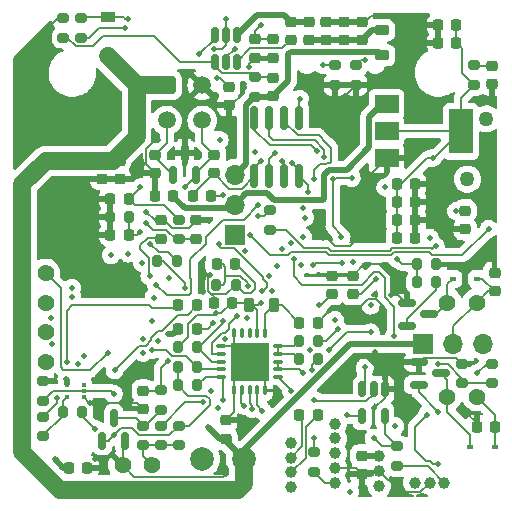
<source format=gbr>
%TF.GenerationSoftware,KiCad,Pcbnew,(6.0.7)*%
%TF.CreationDate,2022-09-21T11:21:43+02:00*%
%TF.ProjectId,CANpaca-EB-schematics,43414e70-6163-4612-9d45-422d73636865,rev?*%
%TF.SameCoordinates,Original*%
%TF.FileFunction,Copper,L4,Bot*%
%TF.FilePolarity,Positive*%
%FSLAX46Y46*%
G04 Gerber Fmt 4.6, Leading zero omitted, Abs format (unit mm)*
G04 Created by KiCad (PCBNEW (6.0.7)) date 2022-09-21 11:21:43*
%MOMM*%
%LPD*%
G01*
G04 APERTURE LIST*
G04 Aperture macros list*
%AMRoundRect*
0 Rectangle with rounded corners*
0 $1 Rounding radius*
0 $2 $3 $4 $5 $6 $7 $8 $9 X,Y pos of 4 corners*
0 Add a 4 corners polygon primitive as box body*
4,1,4,$2,$3,$4,$5,$6,$7,$8,$9,$2,$3,0*
0 Add four circle primitives for the rounded corners*
1,1,$1+$1,$2,$3*
1,1,$1+$1,$4,$5*
1,1,$1+$1,$6,$7*
1,1,$1+$1,$8,$9*
0 Add four rect primitives between the rounded corners*
20,1,$1+$1,$2,$3,$4,$5,0*
20,1,$1+$1,$4,$5,$6,$7,0*
20,1,$1+$1,$6,$7,$8,$9,0*
20,1,$1+$1,$8,$9,$2,$3,0*%
G04 Aperture macros list end*
%TA.AperFunction,ComponentPad*%
%ADD10C,1.270000*%
%TD*%
%TA.AperFunction,ComponentPad*%
%ADD11C,1.000000*%
%TD*%
%TA.AperFunction,ComponentPad*%
%ADD12C,2.000000*%
%TD*%
%TA.AperFunction,ComponentPad*%
%ADD13C,1.425000*%
%TD*%
%TA.AperFunction,ComponentPad*%
%ADD14R,1.700000X1.700000*%
%TD*%
%TA.AperFunction,ComponentPad*%
%ADD15O,1.700000X1.700000*%
%TD*%
%TA.AperFunction,ComponentPad*%
%ADD16RoundRect,0.250001X-0.499999X-0.499999X0.499999X-0.499999X0.499999X0.499999X-0.499999X0.499999X0*%
%TD*%
%TA.AperFunction,ComponentPad*%
%ADD17C,1.500000*%
%TD*%
%TA.AperFunction,SMDPad,CuDef*%
%ADD18RoundRect,0.225000X0.250000X-0.225000X0.250000X0.225000X-0.250000X0.225000X-0.250000X-0.225000X0*%
%TD*%
%TA.AperFunction,SMDPad,CuDef*%
%ADD19RoundRect,0.200000X0.275000X-0.200000X0.275000X0.200000X-0.275000X0.200000X-0.275000X-0.200000X0*%
%TD*%
%TA.AperFunction,SMDPad,CuDef*%
%ADD20RoundRect,0.225000X-0.250000X0.225000X-0.250000X-0.225000X0.250000X-0.225000X0.250000X0.225000X0*%
%TD*%
%TA.AperFunction,SMDPad,CuDef*%
%ADD21RoundRect,0.225000X-0.225000X-0.250000X0.225000X-0.250000X0.225000X0.250000X-0.225000X0.250000X0*%
%TD*%
%TA.AperFunction,SMDPad,CuDef*%
%ADD22RoundRect,0.200000X0.200000X0.275000X-0.200000X0.275000X-0.200000X-0.275000X0.200000X-0.275000X0*%
%TD*%
%TA.AperFunction,SMDPad,CuDef*%
%ADD23RoundRect,0.225000X0.225000X0.250000X-0.225000X0.250000X-0.225000X-0.250000X0.225000X-0.250000X0*%
%TD*%
%TA.AperFunction,SMDPad,CuDef*%
%ADD24RoundRect,0.200000X-0.275000X0.200000X-0.275000X-0.200000X0.275000X-0.200000X0.275000X0.200000X0*%
%TD*%
%TA.AperFunction,SMDPad,CuDef*%
%ADD25R,0.600000X0.450000*%
%TD*%
%TA.AperFunction,SMDPad,CuDef*%
%ADD26RoundRect,0.150000X-0.587500X-0.150000X0.587500X-0.150000X0.587500X0.150000X-0.587500X0.150000X0*%
%TD*%
%TA.AperFunction,SMDPad,CuDef*%
%ADD27RoundRect,0.218750X-0.256250X0.218750X-0.256250X-0.218750X0.256250X-0.218750X0.256250X0.218750X0*%
%TD*%
%TA.AperFunction,SMDPad,CuDef*%
%ADD28RoundRect,0.200000X-0.200000X-0.275000X0.200000X-0.275000X0.200000X0.275000X-0.200000X0.275000X0*%
%TD*%
%TA.AperFunction,SMDPad,CuDef*%
%ADD29RoundRect,0.218750X0.256250X-0.218750X0.256250X0.218750X-0.256250X0.218750X-0.256250X-0.218750X0*%
%TD*%
%TA.AperFunction,SMDPad,CuDef*%
%ADD30RoundRect,0.150000X0.150000X-0.587500X0.150000X0.587500X-0.150000X0.587500X-0.150000X-0.587500X0*%
%TD*%
%TA.AperFunction,SMDPad,CuDef*%
%ADD31RoundRect,0.150000X0.150000X-0.512500X0.150000X0.512500X-0.150000X0.512500X-0.150000X-0.512500X0*%
%TD*%
%TA.AperFunction,SMDPad,CuDef*%
%ADD32R,2.000000X1.500000*%
%TD*%
%TA.AperFunction,SMDPad,CuDef*%
%ADD33R,2.000000X3.800000*%
%TD*%
%TA.AperFunction,SMDPad,CuDef*%
%ADD34RoundRect,0.150000X-0.150000X0.512500X-0.150000X-0.512500X0.150000X-0.512500X0.150000X0.512500X0*%
%TD*%
%TA.AperFunction,SMDPad,CuDef*%
%ADD35R,0.450000X0.300000*%
%TD*%
%TA.AperFunction,SMDPad,CuDef*%
%ADD36RoundRect,0.150000X0.150000X-0.825000X0.150000X0.825000X-0.150000X0.825000X-0.150000X-0.825000X0*%
%TD*%
%TA.AperFunction,SMDPad,CuDef*%
%ADD37RoundRect,0.218750X-0.381250X0.218750X-0.381250X-0.218750X0.381250X-0.218750X0.381250X0.218750X0*%
%TD*%
%TA.AperFunction,SMDPad,CuDef*%
%ADD38RoundRect,0.075000X0.337500X0.075000X-0.337500X0.075000X-0.337500X-0.075000X0.337500X-0.075000X0*%
%TD*%
%TA.AperFunction,SMDPad,CuDef*%
%ADD39RoundRect,0.075000X0.075000X0.337500X-0.075000X0.337500X-0.075000X-0.337500X0.075000X-0.337500X0*%
%TD*%
%TA.AperFunction,SMDPad,CuDef*%
%ADD40R,3.250000X3.250000*%
%TD*%
%TA.AperFunction,SMDPad,CuDef*%
%ADD41R,1.200000X0.900000*%
%TD*%
%TA.AperFunction,SMDPad,CuDef*%
%ADD42RoundRect,0.218750X-0.218750X-0.381250X0.218750X-0.381250X0.218750X0.381250X-0.218750X0.381250X0*%
%TD*%
%TA.AperFunction,ViaPad*%
%ADD43C,0.508000*%
%TD*%
%TA.AperFunction,Conductor*%
%ADD44C,0.200000*%
%TD*%
%TA.AperFunction,Conductor*%
%ADD45C,0.520000*%
%TD*%
%TA.AperFunction,Conductor*%
%ADD46C,0.152400*%
%TD*%
%TA.AperFunction,Conductor*%
%ADD47C,0.500000*%
%TD*%
%TA.AperFunction,Conductor*%
%ADD48C,1.500000*%
%TD*%
G04 APERTURE END LIST*
D10*
%TO.P,F1,1*%
%TO.N,VBUS*%
X114050000Y-43450000D03*
%TO.P,F1,2*%
%TO.N,Net-(C20-Pad2)*%
X112450000Y-48550000D03*
%TD*%
D11*
%TO.P,J14,1,1*%
%TO.N,GND*%
X101250000Y-69250000D03*
%TO.P,J14,2,2*%
%TO.N,5V*%
X101250000Y-70500000D03*
%TO.P,J14,3,3*%
%TO.N,SERVO*%
X101250000Y-71750000D03*
%TO.P,J14,4,4*%
%TO.N,GND*%
X101250000Y-73000000D03*
%TO.P,J14,5,5*%
%TO.N,PROBE*%
X101250000Y-74250000D03*
%TD*%
D12*
%TO.P,J6,1,Pin_1*%
%TO.N,Net-(J6-Pad1)*%
X90000000Y-72250000D03*
%TO.P,J6,2,Pin_2*%
%TO.N,DC_IN*%
X93500000Y-72250000D03*
%TD*%
D11*
%TO.P,J16,1,1*%
%TO.N,3V3*%
X110500000Y-74250000D03*
%TO.P,J16,2,2*%
%TO.N,GND*%
X109250000Y-74250000D03*
%TO.P,J16,3,3*%
%TO.N,RUNOUT*%
X108000000Y-74250000D03*
%TD*%
%TO.P,J13,1,1*%
%TO.N,5V*%
X105000000Y-72000000D03*
%TO.P,J13,2,2*%
%TO.N,GND*%
X105000000Y-73250000D03*
%TO.P,J13,3,3*%
%TO.N,RGB*%
X105000000Y-74500000D03*
%TD*%
D13*
%TO.P,J5,1,1*%
%TO.N,Net-(C15-Pad2)*%
X113250000Y-67000000D03*
%TO.P,J5,2,2*%
%TO.N,Net-(D3-Pad2)*%
X110750000Y-67000000D03*
%TD*%
%TO.P,J2,1,1*%
%TO.N,Net-(C15-Pad2)*%
X113250000Y-59000000D03*
%TO.P,J2,2,2*%
%TO.N,Net-(D1-Pad2)*%
X110750000Y-59000000D03*
%TD*%
%TO.P,J17,1,1*%
%TO.N,GND*%
X83250000Y-72750000D03*
%TO.P,J17,2,2*%
%TO.N,Net-(J17-Pad2)*%
X85750000Y-72750000D03*
%TD*%
D14*
%TO.P,J4,1,Pin_1*%
%TO.N,DC_IN*%
X108725000Y-62500000D03*
D15*
%TO.P,J4,2,Pin_2*%
%TO.N,Net-(C15-Pad2)*%
X111265000Y-62500000D03*
%TO.P,J4,3,Pin_3*%
%TO.N,5V*%
X113805000Y-62500000D03*
%TD*%
D13*
%TO.P,J8,1,1*%
%TO.N,MOTOR_A2*%
X76750000Y-56500000D03*
%TO.P,J8,2,2*%
%TO.N,MOTOR_A1*%
X76750000Y-59000000D03*
%TO.P,J8,3,3*%
%TO.N,Net-(J8-Pad3)*%
X76750000Y-61500000D03*
%TO.P,J8,4,4*%
%TO.N,Net-(J8-Pad4)*%
X76750000Y-64000000D03*
%TD*%
D11*
%TO.P,J12,1,1*%
%TO.N,FORCE_P*%
X97500000Y-70875000D03*
%TO.P,J12,2,2*%
%TO.N,RTDIN_P*%
X97500000Y-72125000D03*
%TO.P,J12,3,3*%
%TO.N,RTDIN_N*%
X97500000Y-73375000D03*
%TO.P,J12,4,4*%
%TO.N,FORCE_N*%
X97500000Y-74625000D03*
%TD*%
D14*
%TO.P,J11,1,Pin_1*%
%TO.N,USB_5V*%
X92750000Y-53275000D03*
D15*
%TO.P,J11,2,Pin_2*%
%TO.N,5V*%
X92750000Y-50735000D03*
%TO.P,J11,3,Pin_3*%
%TO.N,DC_5V*%
X92750000Y-48195000D03*
%TD*%
D16*
%TO.P,J7,1,Pin_1*%
%TO.N,DC_IN*%
X87000000Y-40585000D03*
D17*
%TO.P,J7,2,Pin_2*%
%TO.N,GND*%
X90000000Y-40585000D03*
%TO.P,J7,3,Pin_3*%
%TO.N,CAN_P*%
X87000000Y-43585000D03*
%TO.P,J7,4,Pin_4*%
%TO.N,CAN_N*%
X90000000Y-43585000D03*
%TD*%
D18*
%TO.P,C13,1*%
%TO.N,GND*%
X81500000Y-48525000D03*
%TO.P,C13,2*%
%TO.N,DC_IN*%
X81500000Y-46975000D03*
%TD*%
D19*
%TO.P,R15,1*%
%TO.N,BOOT_IN*%
X95750000Y-52825000D03*
%TO.P,R15,2*%
%TO.N,QSPI_SS*%
X95750000Y-51175000D03*
%TD*%
D20*
%TO.P,C8,1*%
%TO.N,GND*%
X86500000Y-52050000D03*
%TO.P,C8,2*%
%TO.N,3V3*%
X86500000Y-53600000D03*
%TD*%
D21*
%TO.P,C7,1*%
%TO.N,Net-(C7-Pad1)*%
X87975000Y-59250000D03*
%TO.P,C7,2*%
%TO.N,Net-(C7-Pad2)*%
X89525000Y-59250000D03*
%TD*%
D19*
%TO.P,R37,1*%
%TO.N,Net-(J17-Pad2)*%
X88000000Y-71075000D03*
%TO.P,R37,2*%
%TO.N,3V3*%
X88000000Y-69425000D03*
%TD*%
D22*
%TO.P,R10,1*%
%TO.N,Net-(Q3-Pad4)*%
X79825000Y-68250000D03*
%TO.P,R10,2*%
%TO.N,Net-(R10-Pad2)*%
X78175000Y-68250000D03*
%TD*%
D21*
%TO.P,C6,1*%
%TO.N,DC_IN*%
X87975000Y-61250000D03*
%TO.P,C6,2*%
%TO.N,Net-(C6-Pad2)*%
X89525000Y-61250000D03*
%TD*%
%TO.P,C31,1*%
%TO.N,GND*%
X109975000Y-37000000D03*
%TO.P,C31,2*%
%TO.N,3V3*%
X111525000Y-37000000D03*
%TD*%
D23*
%TO.P,C44,1*%
%TO.N,GND*%
X108025000Y-50500000D03*
%TO.P,C44,2*%
%TO.N,3V3*%
X106475000Y-50500000D03*
%TD*%
D21*
%TO.P,C33,1*%
%TO.N,GND*%
X109975000Y-35500000D03*
%TO.P,C33,2*%
%TO.N,3V3*%
X111525000Y-35500000D03*
%TD*%
D23*
%TO.P,C46,1*%
%TO.N,GND*%
X99775000Y-60750000D03*
%TO.P,C46,2*%
%TO.N,Net-(C46-Pad2)*%
X98225000Y-60750000D03*
%TD*%
D19*
%TO.P,R14,1*%
%TO.N,Net-(C23-Pad2)*%
X79750000Y-36575000D03*
%TO.P,R14,2*%
%TO.N,Net-(C19-Pad2)*%
X79750000Y-34925000D03*
%TD*%
D24*
%TO.P,R8,1*%
%TO.N,Net-(C10-Pad2)*%
X88000000Y-52000000D03*
%TO.P,R8,2*%
%TO.N,Net-(C11-Pad2)*%
X88000000Y-53650000D03*
%TD*%
D20*
%TO.P,C25,1*%
%TO.N,Net-(C25-Pad1)*%
X97500000Y-35225000D03*
%TO.P,C25,2*%
%TO.N,Net-(C25-Pad2)*%
X97500000Y-36775000D03*
%TD*%
%TO.P,C52,1*%
%TO.N,TH_0*%
X85000000Y-66475000D03*
%TO.P,C52,2*%
%TO.N,GND*%
X85000000Y-68025000D03*
%TD*%
D22*
%TO.P,R2,1*%
%TO.N,Net-(Q1-Pad1)*%
X109825000Y-57250000D03*
%TO.P,R2,2*%
%TO.N,FAN_0*%
X108175000Y-57250000D03*
%TD*%
D21*
%TO.P,C49,1*%
%TO.N,RTDIN_P*%
X98225000Y-68500000D03*
%TO.P,C49,2*%
%TO.N,RTDIN_N*%
X99775000Y-68500000D03*
%TD*%
%TO.P,C2,1*%
%TO.N,GND*%
X89225000Y-50000000D03*
%TO.P,C2,2*%
%TO.N,Net-(C2-Pad2)*%
X90775000Y-50000000D03*
%TD*%
D19*
%TO.P,R13,1*%
%TO.N,GND*%
X103000000Y-40575000D03*
%TO.P,R13,2*%
%TO.N,Net-(J9-PadA5)*%
X103000000Y-38925000D03*
%TD*%
D22*
%TO.P,R26,1*%
%TO.N,430R*%
X99825000Y-62250000D03*
%TO.P,R26,2*%
%TO.N,Net-(R26-Pad2)*%
X98175000Y-62250000D03*
%TD*%
D25*
%TO.P,D1,1,K*%
%TO.N,Net-(C15-Pad2)*%
X113300000Y-57000000D03*
%TO.P,D1,2,A*%
%TO.N,Net-(D1-Pad2)*%
X111200000Y-57000000D03*
%TD*%
D24*
%TO.P,R31,1*%
%TO.N,MOSI_2*%
X106500000Y-71175000D03*
%TO.P,R31,2*%
%TO.N,3V3*%
X106500000Y-72825000D03*
%TD*%
D19*
%TO.P,R5,1*%
%TO.N,FAN_1*%
X112000000Y-65825000D03*
%TO.P,R5,2*%
%TO.N,GND*%
X112000000Y-64175000D03*
%TD*%
D18*
%TO.P,C4,1*%
%TO.N,GND*%
X91000000Y-48025000D03*
%TO.P,C4,2*%
%TO.N,CAN_N*%
X91000000Y-46475000D03*
%TD*%
D22*
%TO.P,R21,1*%
%TO.N,SCK*%
X89575000Y-64500000D03*
%TO.P,R21,2*%
%TO.N,3V3*%
X87925000Y-64500000D03*
%TD*%
D23*
%TO.P,C45,1*%
%TO.N,GND*%
X108025000Y-49000000D03*
%TO.P,C45,2*%
%TO.N,3V3*%
X106475000Y-49000000D03*
%TD*%
D25*
%TO.P,D3,1,K*%
%TO.N,Net-(C15-Pad2)*%
X114800000Y-71250000D03*
%TO.P,D3,2,A*%
%TO.N,Net-(D3-Pad2)*%
X112700000Y-71250000D03*
%TD*%
D26*
%TO.P,Q1,1,G*%
%TO.N,Net-(Q1-Pad1)*%
X107312500Y-60950000D03*
%TO.P,Q1,2,S*%
%TO.N,GND*%
X107312500Y-59050000D03*
%TO.P,Q1,3,D*%
%TO.N,Net-(D1-Pad2)*%
X109187500Y-60000000D03*
%TD*%
D24*
%TO.P,R33,1*%
%TO.N,TH_0*%
X86500000Y-66425000D03*
%TO.P,R33,2*%
%TO.N,Net-(D7-Pad3)*%
X86500000Y-68075000D03*
%TD*%
D18*
%TO.P,C21,1*%
%TO.N,GND*%
X96000000Y-38275000D03*
%TO.P,C21,2*%
%TO.N,Net-(C19-Pad2)*%
X96000000Y-36725000D03*
%TD*%
D26*
%TO.P,Q2,1,G*%
%TO.N,Net-(Q2-Pad1)*%
X108312500Y-65950000D03*
%TO.P,Q2,2,S*%
%TO.N,GND*%
X108312500Y-64050000D03*
%TO.P,Q2,3,D*%
%TO.N,Net-(D3-Pad2)*%
X110187500Y-65000000D03*
%TD*%
D21*
%TO.P,C15,1*%
%TO.N,GND*%
X113225000Y-69500000D03*
%TO.P,C15,2*%
%TO.N,Net-(C15-Pad2)*%
X114775000Y-69500000D03*
%TD*%
D27*
%TO.P,L1,1,1*%
%TO.N,Net-(C25-Pad1)*%
X99000000Y-35212500D03*
%TO.P,L1,2,2*%
%TO.N,Net-(C26-Pad2)*%
X99000000Y-36787500D03*
%TD*%
D24*
%TO.P,R36,1*%
%TO.N,Net-(D7-Pad3)*%
X85000000Y-69425000D03*
%TO.P,R36,2*%
%TO.N,Net-(J17-Pad2)*%
X85000000Y-71075000D03*
%TD*%
D23*
%TO.P,C9,1*%
%TO.N,GND*%
X80275000Y-73000000D03*
%TO.P,C9,2*%
%TO.N,5V*%
X78725000Y-73000000D03*
%TD*%
D22*
%TO.P,R27,1*%
%TO.N,4300R*%
X99825000Y-63750000D03*
%TO.P,R27,2*%
%TO.N,Net-(R26-Pad2)*%
X98175000Y-63750000D03*
%TD*%
D19*
%TO.P,R30,1*%
%TO.N,PROBE*%
X99500000Y-73325000D03*
%TO.P,R30,2*%
%TO.N,3V3*%
X99500000Y-71675000D03*
%TD*%
D28*
%TO.P,R12,1*%
%TO.N,GND*%
X82175000Y-51750000D03*
%TO.P,R12,2*%
%TO.N,Net-(C17-Pad1)*%
X83825000Y-51750000D03*
%TD*%
D29*
%TO.P,D6,1,K*%
%TO.N,GND*%
X114500000Y-40537500D03*
%TO.P,D6,2,A*%
%TO.N,Net-(D6-Pad2)*%
X114500000Y-38962500D03*
%TD*%
D30*
%TO.P,D2,1,1*%
%TO.N,CAN_N*%
X89450000Y-48187500D03*
%TO.P,D2,2,2*%
%TO.N,CAN_P*%
X87550000Y-48187500D03*
%TO.P,D2,3,3*%
%TO.N,GND*%
X88500000Y-46312500D03*
%TD*%
D23*
%TO.P,C43,1*%
%TO.N,GND*%
X108025000Y-52000000D03*
%TO.P,C43,2*%
%TO.N,3V3*%
X106475000Y-52000000D03*
%TD*%
D24*
%TO.P,R7,1*%
%TO.N,GND*%
X76500000Y-65675000D03*
%TO.P,R7,2*%
%TO.N,HOT_0*%
X76500000Y-67325000D03*
%TD*%
D20*
%TO.P,C26,1*%
%TO.N,GND*%
X100500000Y-35225000D03*
%TO.P,C26,2*%
%TO.N,Net-(C26-Pad2)*%
X100500000Y-36775000D03*
%TD*%
D19*
%TO.P,R22,1*%
%TO.N,3V3*%
X113000000Y-40575000D03*
%TO.P,R22,2*%
%TO.N,Net-(D6-Pad2)*%
X113000000Y-38925000D03*
%TD*%
%TO.P,R38,1*%
%TO.N,Net-(J17-Pad2)*%
X86500000Y-71075000D03*
%TO.P,R38,2*%
%TO.N,THO_IN*%
X86500000Y-69425000D03*
%TD*%
D31*
%TO.P,U4,1,BST*%
%TO.N,Net-(C25-Pad2)*%
X92950000Y-38637500D03*
%TO.P,U4,2,GND*%
%TO.N,GND*%
X92000000Y-38637500D03*
%TO.P,U4,3,FB*%
%TO.N,Net-(C32-Pad1)*%
X91050000Y-38637500D03*
%TO.P,U4,4,EN*%
%TO.N,Net-(C23-Pad2)*%
X91050000Y-36362500D03*
%TO.P,U4,5,VIN*%
%TO.N,Net-(C19-Pad2)*%
X92000000Y-36362500D03*
%TO.P,U4,6,SW*%
%TO.N,Net-(C25-Pad1)*%
X92950000Y-36362500D03*
%TD*%
D32*
%TO.P,U5,1,ADJ*%
%TO.N,GND*%
X105600000Y-46800000D03*
%TO.P,U5,2,VO*%
%TO.N,3V3*%
X105600000Y-44500000D03*
D33*
X111900000Y-44500000D03*
D32*
%TO.P,U5,3,VI*%
%TO.N,5V*%
X105600000Y-42200000D03*
%TD*%
D34*
%TO.P,U9,1,A*%
%TO.N,CS_ADXL*%
X103550000Y-66362500D03*
%TO.P,U9,2,B*%
%TO.N,MOSI*%
X104500000Y-66362500D03*
%TO.P,U9,3,GND*%
%TO.N,GND*%
X105450000Y-66362500D03*
%TO.P,U9,4,Y*%
%TO.N,MOSI_2*%
X105450000Y-68637500D03*
%TO.P,U9,5,VCC*%
%TO.N,3V3*%
X103550000Y-68637500D03*
%TD*%
D35*
%TO.P,U2,1,NC*%
%TO.N,unconnected-(U2-Pad1)*%
X79950000Y-66000000D03*
%TO.P,U2,2*%
%TO.N,HOT_0*%
X79950000Y-66500000D03*
%TO.P,U2,3,GND*%
%TO.N,GND*%
X79950000Y-67000000D03*
%TO.P,U2,4*%
%TO.N,Net-(R10-Pad2)*%
X78550000Y-67000000D03*
%TO.P,U2,5,VCC*%
%TO.N,5V*%
X78550000Y-66000000D03*
%TD*%
D24*
%TO.P,R17,1*%
%TO.N,Net-(J9-PadB5)*%
X101250000Y-38925000D03*
%TO.P,R17,2*%
%TO.N,GND*%
X101250000Y-40575000D03*
%TD*%
%TO.P,R6,1*%
%TO.N,Net-(Q2-Pad1)*%
X114500000Y-64175000D03*
%TO.P,R6,2*%
%TO.N,FAN_1*%
X114500000Y-65825000D03*
%TD*%
D30*
%TO.P,D7,1*%
%TO.N,GND*%
X83450000Y-70687500D03*
%TO.P,D7,2*%
%TO.N,3V3*%
X81550000Y-70687500D03*
%TO.P,D7,3*%
%TO.N,Net-(D7-Pad3)*%
X82500000Y-68812500D03*
%TD*%
D20*
%TO.P,C3,1*%
%TO.N,CAN_P*%
X86000000Y-46475000D03*
%TO.P,C3,2*%
%TO.N,GND*%
X86000000Y-48025000D03*
%TD*%
%TO.P,C32,1*%
%TO.N,Net-(C32-Pad1)*%
X96000000Y-39975000D03*
%TO.P,C32,2*%
%TO.N,DC_5V*%
X96000000Y-41525000D03*
%TD*%
D18*
%TO.P,C22,1*%
%TO.N,GND*%
X112250000Y-52775000D03*
%TO.P,C22,2*%
%TO.N,Net-(C20-Pad2)*%
X112250000Y-51225000D03*
%TD*%
D20*
%TO.P,C5,1*%
%TO.N,GND*%
X114750000Y-56475000D03*
%TO.P,C5,2*%
%TO.N,Net-(C15-Pad2)*%
X114750000Y-58025000D03*
%TD*%
D23*
%TO.P,C42,1*%
%TO.N,GND*%
X108025000Y-53500000D03*
%TO.P,C42,2*%
%TO.N,3V3*%
X106475000Y-53500000D03*
%TD*%
D20*
%TO.P,C50,1*%
%TO.N,5V*%
X103500000Y-71975000D03*
%TO.P,C50,2*%
%TO.N,GND*%
X103500000Y-73525000D03*
%TD*%
D24*
%TO.P,R9,1*%
%TO.N,GND*%
X76500000Y-68675000D03*
%TO.P,R9,2*%
%TO.N,Net-(R10-Pad2)*%
X76500000Y-70325000D03*
%TD*%
D20*
%TO.P,C30,1*%
%TO.N,GND*%
X103500000Y-35225000D03*
%TO.P,C30,2*%
%TO.N,Net-(C26-Pad2)*%
X103500000Y-36775000D03*
%TD*%
D18*
%TO.P,C23,1*%
%TO.N,GND*%
X92250000Y-42275000D03*
%TO.P,C23,2*%
%TO.N,Net-(C23-Pad2)*%
X92250000Y-40725000D03*
%TD*%
D24*
%TO.P,R19,1*%
%TO.N,Net-(C32-Pad1)*%
X94500000Y-39925000D03*
%TO.P,R19,2*%
%TO.N,DC_5V*%
X94500000Y-41575000D03*
%TD*%
D20*
%TO.P,C48,1*%
%TO.N,GND*%
X101000000Y-56725000D03*
%TO.P,C48,2*%
%TO.N,Net-(C48-Pad2)*%
X101000000Y-58275000D03*
%TD*%
D23*
%TO.P,C34,1*%
%TO.N,3V3*%
X92525000Y-59000000D03*
%TO.P,C34,2*%
%TO.N,GND*%
X90975000Y-59000000D03*
%TD*%
D21*
%TO.P,C16,1*%
%TO.N,Net-(C16-Pad1)*%
X91225000Y-55750000D03*
%TO.P,C16,2*%
%TO.N,GND*%
X92775000Y-55750000D03*
%TD*%
D36*
%TO.P,U6,1,~{CS}*%
%TO.N,QSPI_SS*%
X98230000Y-48325000D03*
%TO.P,U6,2,DO(IO1)*%
%TO.N,QSPI_SD1*%
X96960000Y-48325000D03*
%TO.P,U6,3,IO2*%
%TO.N,QSPI_SD2*%
X95690000Y-48325000D03*
%TO.P,U6,4,GND*%
%TO.N,GND*%
X94420000Y-48325000D03*
%TO.P,U6,5,DI(IO0)*%
%TO.N,QSPI_SD0*%
X94420000Y-43375000D03*
%TO.P,U6,6,CLK*%
%TO.N,QSPI_SCLK*%
X95690000Y-43375000D03*
%TO.P,U6,7,IO3*%
%TO.N,QSPI_SD3*%
X96960000Y-43375000D03*
%TO.P,U6,8,VCC*%
%TO.N,3V3*%
X98230000Y-43375000D03*
%TD*%
D21*
%TO.P,C1,1*%
%TO.N,GND*%
X85975000Y-50000000D03*
%TO.P,C1,2*%
%TO.N,5V*%
X87525000Y-50000000D03*
%TD*%
D24*
%TO.P,R20,1*%
%TO.N,GND*%
X78250000Y-34925000D03*
%TO.P,R20,2*%
%TO.N,Net-(C32-Pad1)*%
X78250000Y-36575000D03*
%TD*%
D22*
%TO.P,R24,1*%
%TO.N,CS_MAX*%
X89575000Y-62750000D03*
%TO.P,R24,2*%
%TO.N,3V3*%
X87925000Y-62750000D03*
%TD*%
D20*
%TO.P,C47,1*%
%TO.N,GND*%
X102750000Y-56725000D03*
%TO.P,C47,2*%
%TO.N,Net-(C47-Pad2)*%
X102750000Y-58275000D03*
%TD*%
D22*
%TO.P,R11,1*%
%TO.N,GND*%
X92825000Y-57500000D03*
%TO.P,R11,2*%
%TO.N,Net-(C16-Pad1)*%
X91175000Y-57500000D03*
%TD*%
D21*
%TO.P,C10,1*%
%TO.N,GND*%
X82225000Y-50250000D03*
%TO.P,C10,2*%
%TO.N,Net-(C10-Pad2)*%
X83775000Y-50250000D03*
%TD*%
D20*
%TO.P,C28,1*%
%TO.N,GND*%
X102000000Y-35225000D03*
%TO.P,C28,2*%
%TO.N,Net-(C26-Pad2)*%
X102000000Y-36775000D03*
%TD*%
D18*
%TO.P,C19,1*%
%TO.N,GND*%
X94500000Y-38275000D03*
%TO.P,C19,2*%
%TO.N,Net-(C19-Pad2)*%
X94500000Y-36725000D03*
%TD*%
D28*
%TO.P,R1,1*%
%TO.N,FAN_0*%
X108175000Y-55750000D03*
%TO.P,R1,2*%
%TO.N,GND*%
X109825000Y-55750000D03*
%TD*%
D22*
%TO.P,R25,1*%
%TO.N,MOSI*%
X89575000Y-66000000D03*
%TO.P,R25,2*%
%TO.N,3V3*%
X87925000Y-66000000D03*
%TD*%
D20*
%TO.P,C11,1*%
%TO.N,GND*%
X89500000Y-52050000D03*
%TO.P,C11,2*%
%TO.N,Net-(C11-Pad2)*%
X89500000Y-53600000D03*
%TD*%
D37*
%TO.P,L2,1,1*%
%TO.N,Net-(C26-Pad2)*%
X105250000Y-35937500D03*
%TO.P,L2,2,2*%
%TO.N,DC_5V*%
X105250000Y-38062500D03*
%TD*%
D28*
%TO.P,R4,1*%
%TO.N,CAN_OUT*%
X86175000Y-55500000D03*
%TO.P,R4,2*%
%TO.N,CAN_N*%
X87825000Y-55500000D03*
%TD*%
D38*
%TO.P,U8,1,BIAS*%
%TO.N,Net-(R26-Pad2)*%
X96437500Y-62700000D03*
%TO.P,U8,2,REFIN+*%
X96437500Y-63350000D03*
%TO.P,U8,3,REFIN-*%
%TO.N,ISENSOR*%
X96437500Y-64000000D03*
%TO.P,U8,4,ISENSOR*%
X96437500Y-64650000D03*
%TO.P,U8,5,FORCE+*%
%TO.N,FORCE_P*%
X96437500Y-65300000D03*
D39*
%TO.P,U8,6,FORCE2*%
%TO.N,GND*%
X95300000Y-66437500D03*
%TO.P,U8,7,RTDIN+*%
%TO.N,RTDIN_P*%
X94650000Y-66437500D03*
%TO.P,U8,8,RTDIN-*%
%TO.N,RTDIN_N*%
X94000000Y-66437500D03*
%TO.P,U8,9,FORCE-*%
%TO.N,FORCE_N*%
X93350000Y-66437500D03*
%TO.P,U8,10,GND*%
%TO.N,GND*%
X92700000Y-66437500D03*
D38*
%TO.P,U8,11,SDI*%
%TO.N,MOSI*%
X91562500Y-65300000D03*
%TO.P,U8,12,SCLK*%
%TO.N,SCK*%
X91562500Y-64650000D03*
%TO.P,U8,13,~{CS}*%
%TO.N,CS_MAX*%
X91562500Y-64000000D03*
%TO.P,U8,14,SDO*%
%TO.N,MISO*%
X91562500Y-63350000D03*
%TO.P,U8,15,DGND*%
%TO.N,GND*%
X91562500Y-62700000D03*
D39*
%TO.P,U8,16,GND*%
X92700000Y-61562500D03*
%TO.P,U8,17,NC*%
%TO.N,unconnected-(U8-Pad17)*%
X93350000Y-61562500D03*
%TO.P,U8,18,~{DRDY}*%
%TO.N,unconnected-(U8-Pad18)*%
X94000000Y-61562500D03*
%TO.P,U8,19,DVDD*%
%TO.N,3V3*%
X94650000Y-61562500D03*
%TO.P,U8,20,VDD*%
%TO.N,Net-(C46-Pad2)*%
X95300000Y-61562500D03*
D40*
%TO.P,U8,21,GND*%
%TO.N,GND*%
X94000000Y-64000000D03*
%TD*%
D41*
%TO.P,D4,1,K*%
%TO.N,Net-(C19-Pad2)*%
X82000000Y-34850000D03*
%TO.P,D4,2,A*%
%TO.N,DC_IN*%
X82000000Y-38150000D03*
%TD*%
D18*
%TO.P,C14,1*%
%TO.N,GND*%
X83000000Y-48525000D03*
%TO.P,C14,2*%
%TO.N,DC_IN*%
X83000000Y-46975000D03*
%TD*%
D42*
%TO.P,L3,1,1*%
%TO.N,3V3*%
X93937500Y-59250000D03*
%TO.P,L3,2,2*%
%TO.N,Net-(C46-Pad2)*%
X96062500Y-59250000D03*
%TD*%
D20*
%TO.P,C18,1*%
%TO.N,GND*%
X92000000Y-68975000D03*
%TO.P,C18,2*%
%TO.N,DC_IN*%
X92000000Y-70525000D03*
%TD*%
D23*
%TO.P,C17,1*%
%TO.N,Net-(C17-Pad1)*%
X83775000Y-53250000D03*
%TO.P,C17,2*%
%TO.N,GND*%
X82225000Y-53250000D03*
%TD*%
D43*
%TO.N,GND*%
X112250000Y-68250000D03*
X93500000Y-40500000D03*
X76750000Y-36000000D03*
X77667052Y-67091990D03*
X92750000Y-37500000D03*
X105250000Y-59371500D03*
X85250000Y-51328500D03*
X110000000Y-42500000D03*
X80500000Y-67500000D03*
X80954130Y-72250000D03*
X107750000Y-46500000D03*
X104648586Y-63203500D03*
X95000000Y-47000000D03*
X90695245Y-56634407D03*
X86250000Y-45250000D03*
X94000000Y-69500000D03*
X92000000Y-73500000D03*
X114250000Y-41750000D03*
X106000000Y-58333616D03*
X102250000Y-41750000D03*
X93930064Y-39046500D03*
X110750000Y-52750000D03*
X107500000Y-37500000D03*
X100250000Y-53553500D03*
X103250000Y-50000000D03*
X77495479Y-65664490D03*
X103750000Y-63500000D03*
X104571500Y-67970792D03*
X113250000Y-55500000D03*
%TO.N,5V*%
X77500000Y-72250000D03*
X78500000Y-65500000D03*
%TO.N,Net-(C2-Pad2)*%
X91462500Y-45212500D03*
X91750000Y-49898500D03*
%TO.N,CAN_P*%
X95033764Y-58033764D03*
X91446498Y-54046500D03*
%TO.N,CAN_N*%
X85609592Y-54049143D03*
X88500000Y-49250000D03*
%TO.N,DC_IN*%
X87118403Y-61671903D03*
X90500000Y-69500000D03*
%TO.N,Net-(C6-Pad2)*%
X80000000Y-63500000D03*
X90943417Y-60753720D03*
%TO.N,Net-(C7-Pad1)*%
X78553500Y-64000000D03*
%TO.N,Net-(C7-Pad2)*%
X79500000Y-64196500D03*
X82581498Y-64733822D03*
%TO.N,3V3*%
X104250000Y-61528500D03*
X98250000Y-41750000D03*
X99500000Y-70500000D03*
X91196500Y-59928500D03*
X106343016Y-69458688D03*
X109250000Y-53500000D03*
X82500000Y-70250000D03*
X100750000Y-63000000D03*
X95000000Y-59000000D03*
X109500000Y-46750000D03*
X86250000Y-62250000D03*
X85536780Y-56734237D03*
X102227918Y-68522082D03*
%TO.N,Net-(C10-Pad2)*%
X84750000Y-49250000D03*
X77271452Y-62542905D03*
%TO.N,Net-(C11-Pad2)*%
X85250000Y-52250000D03*
X77179209Y-60288022D03*
%TO.N,Net-(C16-Pad1)*%
X93875996Y-57625995D03*
X85000000Y-63246500D03*
%TO.N,Net-(C17-Pad1)*%
X84750000Y-53000000D03*
%TO.N,Net-(C19-Pad2)*%
X92000000Y-35000000D03*
X95000000Y-35500000D03*
X91016384Y-37516384D03*
X83750000Y-35000000D03*
%TO.N,Net-(C20-Pad2)*%
X111500000Y-51250000D03*
%TO.N,Net-(C23-Pad2)*%
X89750000Y-38000000D03*
X91250000Y-40000000D03*
X83500000Y-35750000D03*
%TO.N,1V1*%
X101783970Y-53464823D03*
X101046500Y-48500000D03*
X102646500Y-48446500D03*
%TO.N,Net-(C47-Pad2)*%
X101802812Y-55644376D03*
X99346500Y-55825423D03*
X104750000Y-57000000D03*
%TO.N,Net-(C48-Pad2)*%
X99883459Y-59248111D03*
%TO.N,RTDIN_P*%
X95090897Y-68159103D03*
%TO.N,RTDIN_N*%
X94250000Y-68000000D03*
%TO.N,RUN*%
X96332603Y-55881068D03*
X102789633Y-55556865D03*
X101250000Y-60500000D03*
%TO.N,TH_0*%
X87072673Y-63935860D03*
X105500000Y-49250000D03*
%TO.N,USB_5V*%
X114250000Y-52750000D03*
X94003479Y-53250000D03*
%TO.N,MOTOR_A2*%
X82000000Y-63246500D03*
%TO.N,MOTOR_A1*%
X85000000Y-62107000D03*
%TO.N,Net-(J8-Pad3)*%
X83750000Y-54849161D03*
%TO.N,Net-(J8-Pad4)*%
X82250000Y-55000000D03*
%TO.N,Net-(J9-PadB5)*%
X100211784Y-38880575D03*
%TO.N,Net-(J9-PadA5)*%
X103750000Y-38453500D03*
%TO.N,FORCE_P*%
X91335374Y-67914626D03*
X97525968Y-66474032D03*
%TO.N,FORCE_N*%
X93513735Y-67733349D03*
X90750000Y-66500000D03*
%TO.N,SERVO*%
X106250000Y-61796500D03*
X97760456Y-55303500D03*
%TO.N,PROBE*%
X95902685Y-58001986D03*
%TO.N,RUNOUT*%
X109000000Y-68500000D03*
X109958232Y-72695695D03*
%TO.N,Net-(Q2-Pad1)*%
X113250000Y-65000000D03*
X110000000Y-68250000D03*
%TO.N,Net-(Q3-Pad4)*%
X80953630Y-69693839D03*
%TO.N,FAN_0*%
X96736906Y-54446500D03*
X106500000Y-55303000D03*
%TO.N,FAN_1*%
X110000000Y-64246500D03*
X97500000Y-54000000D03*
%TO.N,HOT_0*%
X98393300Y-55820875D03*
X82500000Y-66750000D03*
%TO.N,QSPI_SS*%
X97635643Y-47203500D03*
X94722528Y-51698486D03*
X94500000Y-46250000D03*
X98946498Y-49601500D03*
%TO.N,SCK*%
X85750000Y-63000000D03*
X102500000Y-75000000D03*
X85750000Y-60553500D03*
%TO.N,CS_MAX*%
X91750000Y-60578500D03*
X98533223Y-53466979D03*
%TO.N,MOSI*%
X99500000Y-67250000D03*
X91750000Y-67250000D03*
X87184035Y-56934036D03*
%TO.N,430R*%
X101500000Y-61250000D03*
X91928977Y-62097294D03*
%TO.N,4300R*%
X93750000Y-60303500D03*
X99304167Y-64700933D03*
%TO.N,MOSI_2*%
X104504521Y-70495479D03*
%TO.N,MISO*%
X92908508Y-60159726D03*
X95635292Y-56750000D03*
X84921500Y-55653386D03*
X99082857Y-63027098D03*
%TO.N,CS_ADXL*%
X103750000Y-64500000D03*
%TO.N,ISENSOR*%
X98557331Y-64990445D03*
%TO.N,STEP_E*%
X85871472Y-58614634D03*
X98540383Y-51028500D03*
%TO.N,DIR_E*%
X86090280Y-57500000D03*
X94750000Y-50750000D03*
%TO.N,DIAG1_E*%
X93607477Y-54608367D03*
X78963220Y-57765763D03*
%TO.N,EN_E*%
X79000000Y-58553500D03*
X98686817Y-51809074D03*
%TO.N,QSPI_SD1*%
X96758192Y-46975424D03*
%TO.N,QSPI_SD2*%
X96141384Y-46358616D03*
%TO.N,QSPI_SD0*%
X99682339Y-46178500D03*
%TO.N,QSPI_SCLK*%
X100337945Y-46662055D03*
%TO.N,QSPI_SD3*%
X99500000Y-48500500D03*
%TO.N,CAN_OUT*%
X88500000Y-57750000D03*
%TO.N,BOOT_IN*%
X109750000Y-54196500D03*
X104250000Y-59250000D03*
%TO.N,THO_IN*%
X90068990Y-67431010D03*
%TD*%
D44*
%TO.N,GND*%
X103775000Y-73250000D02*
X103500000Y-73525000D01*
X92000000Y-38250000D02*
X92750000Y-37500000D01*
X86007538Y-45250000D02*
X86250000Y-45250000D01*
X100500000Y-60000000D02*
X101020525Y-59479475D01*
X106800000Y-75050000D02*
X105000000Y-73250000D01*
X92700000Y-66437500D02*
X92700000Y-68275000D01*
X89225000Y-49800000D02*
X91000000Y-48025000D01*
X108670000Y-63692500D02*
X108312500Y-64050000D01*
X108450000Y-75050000D02*
X106800000Y-75050000D01*
X99775000Y-60750000D02*
X99775000Y-60725000D01*
X107500000Y-36500000D02*
X107500000Y-37500000D01*
X111517500Y-63692500D02*
X108670000Y-63692500D01*
X103750000Y-63500000D02*
X105450000Y-65200000D01*
X92700000Y-68275000D02*
X92000000Y-68975000D01*
X80500000Y-67500000D02*
X84475000Y-67500000D01*
X114500000Y-41500000D02*
X114250000Y-41750000D01*
X86800000Y-52050000D02*
X86500000Y-52050000D01*
X76500000Y-68675000D02*
X77667052Y-67507948D01*
X77825000Y-34925000D02*
X76750000Y-36000000D01*
X91737500Y-73762500D02*
X92000000Y-73500000D01*
X92700000Y-62700000D02*
X94000000Y-64000000D01*
X95300000Y-65300000D02*
X94000000Y-64000000D01*
X101020525Y-59479475D02*
X103237050Y-59479475D01*
X83250000Y-70887500D02*
X83250000Y-72750000D01*
X94105471Y-58179995D02*
X93504995Y-58179995D01*
X93346520Y-49346520D02*
X94368040Y-48325000D01*
X104250000Y-34750000D02*
X105750000Y-34750000D01*
X90975000Y-58482107D02*
X90767893Y-58275000D01*
X92000000Y-38637500D02*
X92000000Y-38250000D01*
X92275174Y-49346520D02*
X93346520Y-49346520D01*
X102500000Y-54200000D02*
X103250000Y-53450000D01*
X103500000Y-73525000D02*
X102975000Y-73000000D01*
X76500000Y-65675000D02*
X77484969Y-65675000D01*
X86000000Y-48025000D02*
X85225000Y-47250000D01*
X100250000Y-53553500D02*
X100553500Y-53553500D01*
X103500000Y-35225000D02*
X103775000Y-35225000D01*
X83450000Y-70687500D02*
X83250000Y-70887500D01*
X77667052Y-67507948D02*
X77667052Y-67091990D01*
X86500000Y-52050000D02*
X85971500Y-52050000D01*
X103250000Y-53450000D02*
X103250000Y-50000000D01*
X88850000Y-52700000D02*
X87450000Y-52700000D01*
X92250000Y-42275000D02*
X92475000Y-42275000D01*
X105450000Y-65200000D02*
X105450000Y-66362500D01*
X87450000Y-52700000D02*
X86800000Y-52050000D01*
X90475000Y-56854652D02*
X90475000Y-57982107D01*
X93930064Y-38844936D02*
X94500000Y-38275000D01*
X103250000Y-49150000D02*
X105600000Y-46800000D01*
X103775000Y-35225000D02*
X104250000Y-34750000D01*
X84262500Y-73762500D02*
X91737500Y-73762500D01*
X105750000Y-34750000D02*
X107500000Y-36500000D01*
X103250000Y-50000000D02*
X103250000Y-49150000D01*
X91562500Y-62700000D02*
X92700000Y-62700000D01*
X105000000Y-73250000D02*
X103775000Y-73250000D01*
X105495086Y-64050000D02*
X104648586Y-63203500D01*
X99775000Y-60725000D02*
X100500000Y-60000000D01*
X102250000Y-41325000D02*
X103000000Y-40575000D01*
X94368040Y-48325000D02*
X94420000Y-48325000D01*
X85225000Y-47250000D02*
X85225000Y-46032538D01*
X90695245Y-56634407D02*
X90475000Y-56854652D01*
X113225000Y-69225000D02*
X112250000Y-68250000D01*
X93504995Y-58179995D02*
X92825000Y-57500000D01*
X92822793Y-55750000D02*
X94429996Y-57357203D01*
X90975000Y-59000000D02*
X90975000Y-58482107D01*
X112000000Y-64175000D02*
X111517500Y-63692500D01*
X90767893Y-58275000D02*
X92050000Y-58275000D01*
X84475000Y-67500000D02*
X85000000Y-68025000D01*
X91000000Y-48071346D02*
X92275174Y-49346520D01*
X106596116Y-58333616D02*
X107312500Y-59050000D01*
X85971500Y-52050000D02*
X85250000Y-51328500D01*
X83250000Y-72750000D02*
X84262500Y-73762500D01*
X92775000Y-55750000D02*
X92822793Y-55750000D01*
X105450000Y-67092292D02*
X104571500Y-67970792D01*
X95300000Y-66437500D02*
X95300000Y-65300000D01*
X103725000Y-55750000D02*
X105000000Y-55750000D01*
X106000000Y-58333616D02*
X106596116Y-58333616D01*
X100553500Y-53553500D02*
X101200000Y-54200000D01*
X113225000Y-69500000D02*
X113225000Y-69225000D01*
X80500000Y-67500000D02*
X80450000Y-67500000D01*
X93500000Y-41250000D02*
X93500000Y-40500000D01*
X103237050Y-59479475D02*
X104020525Y-58696000D01*
X89500000Y-52050000D02*
X88850000Y-52700000D01*
X106000000Y-56750000D02*
X106000000Y-58333616D01*
X105250000Y-59250000D02*
X105250000Y-59371500D01*
X105000000Y-55750000D02*
X106000000Y-56750000D01*
X114500000Y-40537500D02*
X114500000Y-41500000D01*
X90475000Y-57982107D02*
X90767893Y-58275000D01*
X101200000Y-54200000D02*
X102500000Y-54200000D01*
X92475000Y-42275000D02*
X93500000Y-41250000D01*
X77484969Y-65675000D02*
X77495479Y-65664490D01*
X94420000Y-48325000D02*
X94420000Y-47580000D01*
X92700000Y-65300000D02*
X94000000Y-64000000D01*
X80450000Y-67500000D02*
X79950000Y-67000000D01*
X102750000Y-56725000D02*
X103725000Y-55750000D01*
X91000000Y-48025000D02*
X91000000Y-48071346D01*
X94420000Y-47580000D02*
X95000000Y-47000000D01*
X94429996Y-57357203D02*
X94429996Y-57855470D01*
X105450000Y-66362500D02*
X105450000Y-67092292D01*
X94429996Y-57855470D02*
X94105471Y-58179995D01*
X102975000Y-73000000D02*
X101250000Y-73000000D01*
X92700000Y-66437500D02*
X92700000Y-65300000D01*
X92050000Y-58275000D02*
X92825000Y-57500000D01*
X109250000Y-74250000D02*
X108450000Y-75050000D01*
X78250000Y-34925000D02*
X77825000Y-34925000D01*
X89225000Y-50000000D02*
X89225000Y-49800000D01*
X102250000Y-41750000D02*
X102250000Y-41325000D01*
X104020525Y-58696000D02*
X104696000Y-58696000D01*
X92700000Y-61562500D02*
X92700000Y-62700000D01*
X104696000Y-58696000D02*
X105250000Y-59250000D01*
X93930064Y-39046500D02*
X93930064Y-38844936D01*
X85225000Y-46032538D02*
X86007538Y-45250000D01*
X108312500Y-64050000D02*
X105495086Y-64050000D01*
D45*
%TO.N,5V*%
X100332500Y-50167500D02*
X100332500Y-48204251D01*
X92750000Y-50735000D02*
X92485000Y-51000000D01*
X77500000Y-72250000D02*
X78250000Y-73000000D01*
X87525000Y-50025000D02*
X87525000Y-50000000D01*
X92750000Y-50735000D02*
X93725000Y-49760000D01*
X100750751Y-47786000D02*
X102214000Y-47786000D01*
X92485000Y-51000000D02*
X88500000Y-51000000D01*
X104975000Y-71975000D02*
X105000000Y-72000000D01*
X88500000Y-51000000D02*
X87525000Y-50025000D01*
X100332500Y-48204251D02*
X100750751Y-47786000D01*
X105230000Y-42200000D02*
X105600000Y-42200000D01*
X104140000Y-43290000D02*
X105230000Y-42200000D01*
X96065000Y-50315000D02*
X100185000Y-50315000D01*
X104140000Y-45860000D02*
X104140000Y-43290000D01*
X103500000Y-71975000D02*
X104975000Y-71975000D01*
X78550000Y-65550000D02*
X78550000Y-65940000D01*
X93725000Y-49760000D02*
X95510000Y-49760000D01*
X78550000Y-65550000D02*
X78500000Y-65500000D01*
X78250000Y-73000000D02*
X78725000Y-73000000D01*
X95510000Y-49760000D02*
X96065000Y-50315000D01*
X102214000Y-47786000D02*
X104140000Y-45860000D01*
X100185000Y-50315000D02*
X100332500Y-50167500D01*
D44*
%TO.N,Net-(C2-Pad2)*%
X90775000Y-50000000D02*
X91648500Y-50000000D01*
X91648500Y-50000000D02*
X91750000Y-49898500D01*
D46*
%TO.N,CAN_P*%
X95500000Y-57280200D02*
X95415675Y-57280200D01*
X95105092Y-56969617D02*
X95105092Y-56855092D01*
X87000000Y-43585000D02*
X87000000Y-45475000D01*
X95415675Y-57280200D02*
X95105092Y-56969617D01*
X91446498Y-54223898D02*
X91446498Y-54046500D01*
X95124089Y-58033764D02*
X95500000Y-57657853D01*
X86000000Y-46637500D02*
X87550000Y-48187500D01*
X95500000Y-57657853D02*
X95500000Y-57280200D01*
X86000000Y-46085000D02*
X86000000Y-46475000D01*
X91623800Y-54401200D02*
X91446498Y-54223898D01*
X92651200Y-54401200D02*
X91623800Y-54401200D01*
X95033764Y-58033764D02*
X95124089Y-58033764D01*
X95105092Y-56855092D02*
X92651200Y-54401200D01*
X87550000Y-48187500D02*
X87550000Y-48300000D01*
X87000000Y-45475000D02*
X86000000Y-46475000D01*
X86000000Y-46475000D02*
X86000000Y-46637500D01*
%TO.N,CAN_N*%
X89450000Y-48187500D02*
X89450000Y-48300000D01*
X90000000Y-45475000D02*
X91000000Y-46475000D01*
X86309249Y-54748800D02*
X87073800Y-54748800D01*
X91000000Y-46085000D02*
X91000000Y-46475000D01*
X85609592Y-54049143D02*
X86309249Y-54748800D01*
X91000000Y-46475000D02*
X89450000Y-48025000D01*
X89450000Y-48300000D02*
X88500000Y-49250000D01*
X87073800Y-54748800D02*
X87825000Y-55500000D01*
X91000000Y-46475000D02*
X91000000Y-46637500D01*
X90000000Y-43585000D02*
X90000000Y-45475000D01*
X89450000Y-48025000D02*
X89450000Y-48187500D01*
X89450000Y-48187500D02*
X89450000Y-48200000D01*
D47*
%TO.N,DC_IN*%
X91525000Y-70525000D02*
X90500000Y-69500000D01*
X93500000Y-71500000D02*
X93500000Y-72250000D01*
D48*
X74750000Y-49000000D02*
X74750000Y-71650524D01*
D47*
X108725000Y-62500000D02*
X102500000Y-62500000D01*
D48*
X80913299Y-46975000D02*
X80888299Y-47000000D01*
X80888299Y-47000000D02*
X76750000Y-47000000D01*
X87000000Y-40585000D02*
X84435000Y-40585000D01*
X74750000Y-71650524D02*
X77968476Y-74869000D01*
X84435000Y-44953299D02*
X82413299Y-46975000D01*
D47*
X92000000Y-70525000D02*
X92000000Y-70750000D01*
D48*
X77968476Y-74869000D02*
X93000000Y-74869000D01*
D47*
X87553097Y-61671903D02*
X87975000Y-61250000D01*
X92000000Y-70525000D02*
X91525000Y-70525000D01*
D48*
X84435000Y-40585000D02*
X84435000Y-44953299D01*
X93000000Y-74869000D02*
X93500000Y-74369000D01*
X81500000Y-46975000D02*
X80913299Y-46975000D01*
D47*
X87118403Y-61671903D02*
X87553097Y-61671903D01*
D48*
X93500000Y-74369000D02*
X93500000Y-72250000D01*
D47*
X102500000Y-62500000D02*
X93500000Y-71500000D01*
D48*
X76750000Y-47000000D02*
X74750000Y-49000000D01*
D47*
X92000000Y-70750000D02*
X93500000Y-72250000D01*
D48*
X84435000Y-40585000D02*
X82000000Y-38150000D01*
X82413299Y-46975000D02*
X81500000Y-46975000D01*
D44*
%TO.N,Net-(C6-Pad2)*%
X90943417Y-60753720D02*
X90447137Y-61250000D01*
X90447137Y-61250000D02*
X89525000Y-61250000D01*
%TO.N,Net-(C7-Pad1)*%
X78553500Y-59696500D02*
X79000000Y-59250000D01*
X78553500Y-64000000D02*
X78553500Y-59696500D01*
X79000000Y-59250000D02*
X85500000Y-59250000D01*
X85500000Y-59250000D02*
X85750500Y-59500500D01*
X85750500Y-59500500D02*
X87724500Y-59500500D01*
X87724500Y-59500500D02*
X87975000Y-59250000D01*
%TO.N,Net-(C7-Pad2)*%
X85696000Y-62020525D02*
X86274097Y-61442428D01*
X85229475Y-62661000D02*
X85696000Y-62194475D01*
X88750000Y-60025000D02*
X89525000Y-59250000D01*
X86274097Y-61442428D02*
X86564403Y-61442428D01*
X82581498Y-64733822D02*
X84654320Y-62661000D01*
X87981831Y-60025000D02*
X88750000Y-60025000D01*
X84654320Y-62661000D02*
X85229475Y-62661000D01*
X85696000Y-62194475D02*
X85696000Y-62020525D01*
X86564403Y-61442428D02*
X87981831Y-60025000D01*
%TO.N,3V3*%
X98230000Y-43375000D02*
X98230000Y-41770000D01*
X99500000Y-70500000D02*
X99500000Y-71675000D01*
X113000000Y-40575000D02*
X111900000Y-41675000D01*
X110500000Y-74250000D02*
X109075000Y-72825000D01*
X88000000Y-69425000D02*
X88858475Y-69425000D01*
X85475000Y-56672457D02*
X85475000Y-55225000D01*
X102250000Y-68500000D02*
X102227918Y-68522082D01*
X106475000Y-49000000D02*
X106475000Y-50500000D01*
X109075000Y-72825000D02*
X106500000Y-72825000D01*
X92525000Y-59000000D02*
X93687500Y-59000000D01*
X89532538Y-60025000D02*
X88775000Y-60782538D01*
X109057538Y-46750000D02*
X106807538Y-49000000D01*
X84042893Y-69650000D02*
X83100000Y-69650000D01*
X88858475Y-69425000D02*
X90622990Y-67660485D01*
X88775000Y-60782538D02*
X88775000Y-61900000D01*
X88802010Y-66877010D02*
X87925000Y-66000000D01*
X82500000Y-70250000D02*
X82076104Y-70673896D01*
X88775000Y-61900000D02*
X87925000Y-62750000D01*
X109500000Y-46750000D02*
X109057538Y-46750000D01*
X93687500Y-59000000D02*
X93937500Y-59250000D01*
X87175000Y-70250000D02*
X88000000Y-69425000D01*
X81550000Y-70687500D02*
X82076104Y-70687500D01*
X86395143Y-53495143D02*
X86500000Y-53600000D01*
X112002821Y-37477821D02*
X111525000Y-37000000D01*
X90622990Y-67660485D02*
X90622990Y-67201535D01*
X100750000Y-63000000D02*
X102221500Y-61528500D01*
X109650000Y-46750000D02*
X111900000Y-44500000D01*
X92525000Y-59000000D02*
X91596500Y-59928500D01*
X106475000Y-53500000D02*
X106475000Y-52000000D01*
X93937500Y-59250000D02*
X94750000Y-59250000D01*
X106807538Y-49000000D02*
X106475000Y-49000000D01*
X105600000Y-44500000D02*
X111900000Y-44500000D01*
X94250000Y-59250000D02*
X94650000Y-59650000D01*
X84042893Y-69650000D02*
X84642893Y-70250000D01*
X91196500Y-59928500D02*
X91100000Y-60025000D01*
X91596500Y-59928500D02*
X91196500Y-59928500D01*
X85380117Y-53495143D02*
X86395143Y-53495143D01*
X102387500Y-68637500D02*
X102250000Y-68500000D01*
X106475000Y-50500000D02*
X106475000Y-52000000D01*
X83100000Y-69650000D02*
X82500000Y-70250000D01*
X87925000Y-64500000D02*
X87925000Y-66000000D01*
X112002821Y-39577821D02*
X112002821Y-37477821D01*
X85475000Y-55225000D02*
X84750000Y-54500000D01*
X111525000Y-35500000D02*
X111525000Y-37000000D01*
X94650000Y-59650000D02*
X94650000Y-61562500D01*
X84642893Y-70250000D02*
X87175000Y-70250000D01*
X103550000Y-68637500D02*
X102387500Y-68637500D01*
X98230000Y-41770000D02*
X98250000Y-41750000D01*
X84750000Y-54125260D02*
X85380117Y-53495143D01*
X94750000Y-59250000D02*
X95000000Y-59000000D01*
X90622990Y-67201535D02*
X90298465Y-66877010D01*
X102221500Y-61528500D02*
X104250000Y-61528500D01*
X85536780Y-56734237D02*
X85475000Y-56672457D01*
X90298465Y-66877010D02*
X88802010Y-66877010D01*
X82076104Y-70673896D02*
X82076104Y-70687500D01*
X91100000Y-60025000D02*
X89532538Y-60025000D01*
X113000000Y-40575000D02*
X112002821Y-39577821D01*
X84750000Y-54500000D02*
X84750000Y-54125260D01*
X109500000Y-46750000D02*
X109650000Y-46750000D01*
X93937500Y-59250000D02*
X94250000Y-59250000D01*
X111900000Y-41675000D02*
X111900000Y-44500000D01*
%TO.N,Net-(C10-Pad2)*%
X84300000Y-50775000D02*
X86417462Y-50775000D01*
X83775000Y-50250000D02*
X84300000Y-50775000D01*
X86442462Y-50750000D02*
X86750000Y-50750000D01*
X86750000Y-50750000D02*
X88000000Y-52000000D01*
X84750000Y-49250000D02*
X84750000Y-49275000D01*
X84750000Y-49275000D02*
X83775000Y-50250000D01*
X86417462Y-50775000D02*
X86442462Y-50750000D01*
%TO.N,Net-(C11-Pad2)*%
X87767462Y-53650000D02*
X88000000Y-53650000D01*
X89500000Y-53600000D02*
X88050000Y-53600000D01*
X88050000Y-53600000D02*
X88000000Y-53650000D01*
X85850000Y-52850000D02*
X86967462Y-52850000D01*
X85250000Y-52250000D02*
X85850000Y-52850000D01*
X86967462Y-52850000D02*
X87767462Y-53650000D01*
%TO.N,Net-(C15-Pad2)*%
X113725000Y-57000000D02*
X114750000Y-58025000D01*
X114750000Y-69500000D02*
X114775000Y-69500000D01*
X114225000Y-58025000D02*
X113250000Y-59000000D01*
X111265000Y-60985000D02*
X111265000Y-62500000D01*
X114750000Y-58025000D02*
X114225000Y-58025000D01*
X113300000Y-57000000D02*
X113725000Y-57000000D01*
X113250000Y-67000000D02*
X114775000Y-68525000D01*
X114775000Y-68525000D02*
X114775000Y-69500000D01*
X114775000Y-71225000D02*
X114800000Y-71250000D01*
X114775000Y-69500000D02*
X114775000Y-71225000D01*
X113250000Y-59000000D02*
X111265000Y-60985000D01*
%TO.N,Net-(C16-Pad1)*%
X91750000Y-57500000D02*
X91175000Y-57500000D01*
X93875996Y-57625995D02*
X93875996Y-57368889D01*
X91950000Y-57300000D02*
X91750000Y-57500000D01*
X91750000Y-55750000D02*
X91225000Y-55750000D01*
X91950000Y-56725000D02*
X91950000Y-57300000D01*
X93232107Y-56725000D02*
X91950000Y-56725000D01*
X91950000Y-56725000D02*
X91950000Y-55950000D01*
X91950000Y-55950000D02*
X91750000Y-55750000D01*
X90975000Y-57700000D02*
X90925000Y-57750000D01*
X93875996Y-57368889D02*
X93232107Y-56725000D01*
%TO.N,Net-(C17-Pad1)*%
X83775000Y-53250000D02*
X83775000Y-51800000D01*
X83775000Y-51800000D02*
X83825000Y-51750000D01*
X84500000Y-53250000D02*
X84750000Y-53000000D01*
X83775000Y-53250000D02*
X84500000Y-53250000D01*
%TO.N,Net-(C19-Pad2)*%
X92000000Y-37211396D02*
X92000000Y-36862500D01*
X96000000Y-36725000D02*
X94500000Y-36725000D01*
X79825000Y-34850000D02*
X82000000Y-34850000D01*
X92000000Y-35000000D02*
X92000000Y-36362500D01*
X91695012Y-37516384D02*
X92000000Y-37211396D01*
X82000000Y-34850000D02*
X83350000Y-34850000D01*
X92000000Y-36711396D02*
X92000000Y-36362500D01*
X94500000Y-36000000D02*
X95000000Y-35500000D01*
X79750000Y-34925000D02*
X79825000Y-34850000D01*
X91016384Y-37516384D02*
X91695012Y-37516384D01*
X83500000Y-35000000D02*
X83750000Y-35000000D01*
X94500000Y-36725000D02*
X94500000Y-36000000D01*
X83350000Y-34850000D02*
X83500000Y-35000000D01*
%TO.N,Net-(C20-Pad2)*%
X112250000Y-51225000D02*
X111525000Y-51225000D01*
X111525000Y-51225000D02*
X111500000Y-51250000D01*
%TO.N,Net-(C23-Pad2)*%
X80425000Y-36575000D02*
X81250000Y-35750000D01*
X81250000Y-35750000D02*
X83500000Y-35750000D01*
X91250000Y-40000000D02*
X91525000Y-40000000D01*
X79750000Y-36575000D02*
X80425000Y-36575000D01*
X91525000Y-40000000D02*
X92250000Y-40725000D01*
X89750000Y-38000000D02*
X91050000Y-36700000D01*
X91050000Y-36700000D02*
X91050000Y-36362500D01*
D45*
%TO.N,Net-(C25-Pad1)*%
X96916000Y-34641000D02*
X94671500Y-34641000D01*
X99000000Y-35212500D02*
X97512500Y-35212500D01*
X97500000Y-35225000D02*
X96916000Y-34641000D01*
X94671500Y-34641000D02*
X92950000Y-36362500D01*
X97512500Y-35212500D02*
X97500000Y-35225000D01*
D44*
%TO.N,Net-(C25-Pad2)*%
X92950000Y-38607538D02*
X94071447Y-37486091D01*
X92950000Y-38637500D02*
X92950000Y-38607538D01*
X97500000Y-36775000D02*
X97500000Y-36992462D01*
X94071447Y-37486091D02*
X96788909Y-37486091D01*
X96788909Y-37486091D02*
X97500000Y-36775000D01*
D45*
%TO.N,Net-(C26-Pad2)*%
X100500000Y-36775000D02*
X99012500Y-36775000D01*
X105250000Y-35937500D02*
X104337500Y-35937500D01*
X103500000Y-36775000D02*
X102000000Y-36775000D01*
X99012500Y-36775000D02*
X99000000Y-36787500D01*
X102000000Y-36775000D02*
X100500000Y-36775000D01*
X105250000Y-35937500D02*
X105250000Y-36025000D01*
X104337500Y-35937500D02*
X103500000Y-36775000D01*
D44*
%TO.N,Net-(C32-Pad1)*%
X85912395Y-36412395D02*
X88137500Y-38637500D01*
X78567893Y-36575000D02*
X79267893Y-37275000D01*
X81587605Y-36412395D02*
X85912395Y-36412395D01*
X91663604Y-39600000D02*
X94175000Y-39600000D01*
X80725000Y-37275000D02*
X81587605Y-36412395D01*
X91050000Y-39137500D02*
X90937500Y-39137500D01*
X91050000Y-38986396D02*
X91663604Y-39600000D01*
X94500000Y-39925000D02*
X95950000Y-39925000D01*
X95950000Y-39925000D02*
X96000000Y-39975000D01*
X78500000Y-36825000D02*
X78250000Y-36575000D01*
X94175000Y-39600000D02*
X94500000Y-39925000D01*
X78250000Y-36575000D02*
X78567893Y-36575000D01*
X79267893Y-37275000D02*
X80725000Y-37275000D01*
X94325000Y-40100000D02*
X94500000Y-39925000D01*
X91050000Y-38637500D02*
X91050000Y-38986396D01*
X88137500Y-38637500D02*
X91050000Y-38637500D01*
%TO.N,1V1*%
X101046500Y-48500000D02*
X101250000Y-48500000D01*
X101783970Y-53283970D02*
X101046500Y-52546500D01*
X101046500Y-52546500D02*
X101046500Y-48500000D01*
X101783970Y-53464823D02*
X101783970Y-53283970D01*
X101250000Y-48500000D02*
X101303500Y-48446500D01*
X101303500Y-48446500D02*
X102646500Y-48446500D01*
%TO.N,Net-(C46-Pad2)*%
X95300000Y-60012500D02*
X96062500Y-59250000D01*
X96725000Y-59250000D02*
X98225000Y-60750000D01*
X95300000Y-61562500D02*
X95300000Y-60012500D01*
X96062500Y-59250000D02*
X96725000Y-59250000D01*
%TO.N,Net-(C47-Pad2)*%
X102750000Y-58275000D02*
X103475000Y-58275000D01*
X99527547Y-55644376D02*
X99346500Y-55825423D01*
X101802812Y-55644376D02*
X99527547Y-55644376D01*
X103475000Y-58275000D02*
X104750000Y-57000000D01*
%TO.N,Net-(C48-Pad2)*%
X100026889Y-59248111D02*
X101000000Y-58275000D01*
X99883459Y-59248111D02*
X100026889Y-59248111D01*
D46*
%TO.N,RTDIN_P*%
X97500000Y-72125000D02*
X98444000Y-71181000D01*
X95090897Y-68159103D02*
X94650000Y-67718206D01*
X98444000Y-68719000D02*
X98225000Y-68500000D01*
X98444000Y-71181000D02*
X98444000Y-68719000D01*
X94650000Y-67718206D02*
X94650000Y-66437500D01*
%TO.N,RTDIN_N*%
X94250000Y-67750000D02*
X94000000Y-67500000D01*
X97500000Y-73375000D02*
X98748800Y-72126200D01*
X98748800Y-72126200D02*
X98748800Y-69526200D01*
X94000000Y-67500000D02*
X94000000Y-66437500D01*
X98748800Y-69526200D02*
X99775000Y-68500000D01*
X94250000Y-68000000D02*
X94250000Y-67750000D01*
D44*
%TO.N,TH_0*%
X85000000Y-66475000D02*
X86450000Y-66475000D01*
X87072673Y-63935860D02*
X86500000Y-64508533D01*
X86450000Y-66475000D02*
X86500000Y-66425000D01*
X86500000Y-64508533D02*
X86500000Y-66425000D01*
%TO.N,Net-(D1-Pad2)*%
X110750000Y-59000000D02*
X110750000Y-57450000D01*
X110750000Y-57450000D02*
X111200000Y-57000000D01*
X109187500Y-60000000D02*
X109750000Y-60000000D01*
X109750000Y-60000000D02*
X110750000Y-59000000D01*
%TO.N,Net-(D3-Pad2)*%
X110750000Y-67000000D02*
X110750000Y-68242462D01*
X110750000Y-68242462D02*
X112700000Y-70192462D01*
X110750000Y-65562500D02*
X110750000Y-67000000D01*
X110187500Y-65000000D02*
X110750000Y-65562500D01*
X112700000Y-70192462D02*
X112700000Y-71250000D01*
%TO.N,USB_5V*%
X112025000Y-54975000D02*
X114250000Y-52750000D01*
X106019525Y-55000000D02*
X106270525Y-54749000D01*
X97530981Y-54749500D02*
X100499500Y-54749500D01*
X97280481Y-55000000D02*
X97530981Y-54749500D01*
X109191893Y-54749000D02*
X109417893Y-54975000D01*
X95753479Y-55000000D02*
X97280481Y-55000000D01*
X94003479Y-53250000D02*
X95753479Y-55000000D01*
X100499500Y-54749500D02*
X100750000Y-55000000D01*
X100750000Y-55000000D02*
X106019525Y-55000000D01*
X106270525Y-54749000D02*
X109191893Y-54749000D01*
X109417893Y-54975000D02*
X112025000Y-54975000D01*
%TO.N,Net-(D7-Pad3)*%
X85000000Y-69425000D02*
X85150000Y-69425000D01*
X82500000Y-68812500D02*
X84387500Y-68812500D01*
X85150000Y-69425000D02*
X86500000Y-68075000D01*
X84387500Y-68812500D02*
X85000000Y-69425000D01*
D47*
%TO.N,DC_5V*%
X93670000Y-42301472D02*
X94396472Y-41575000D01*
X97500000Y-37750000D02*
X104937500Y-37750000D01*
X97250000Y-40275000D02*
X97250000Y-38000000D01*
X96000000Y-41525000D02*
X97250000Y-40275000D01*
X95950000Y-41575000D02*
X96000000Y-41525000D01*
X94396472Y-41575000D02*
X94500000Y-41575000D01*
X97250000Y-38000000D02*
X97500000Y-37750000D01*
X94500000Y-41575000D02*
X95950000Y-41575000D01*
X104937500Y-37750000D02*
X105250000Y-38062500D01*
X92750000Y-48195000D02*
X93670000Y-47275000D01*
X93670000Y-47275000D02*
X93670000Y-42301472D01*
D44*
%TO.N,MOTOR_A2*%
X78250000Y-64750000D02*
X78000000Y-64500000D01*
X82000000Y-63246500D02*
X80496500Y-64750000D01*
X80496500Y-64750000D02*
X78250000Y-64750000D01*
X78000000Y-57750000D02*
X76750000Y-56500000D01*
X78000000Y-64500000D02*
X78000000Y-57750000D01*
%TO.N,Net-(J9-PadB5)*%
X101205575Y-38880575D02*
X101250000Y-38925000D01*
X100211784Y-38880575D02*
X101205575Y-38880575D01*
%TO.N,Net-(J9-PadA5)*%
X103471500Y-38453500D02*
X103000000Y-38925000D01*
X103750000Y-38453500D02*
X103471500Y-38453500D01*
D46*
%TO.N,FORCE_P*%
X97525968Y-66474032D02*
X97525968Y-66388468D01*
X97525968Y-66388468D02*
X96437500Y-65300000D01*
%TO.N,FORCE_N*%
X93513735Y-67733349D02*
X93250000Y-67469614D01*
X93250000Y-66537500D02*
X93350000Y-66437500D01*
X93250000Y-67469614D02*
X93250000Y-66537500D01*
D44*
%TO.N,SERVO*%
X103491525Y-57475000D02*
X98475000Y-57475000D01*
X105446000Y-58563091D02*
X105446000Y-56912525D01*
X104520525Y-56446000D02*
X103491525Y-57475000D01*
X97760456Y-56760456D02*
X97760456Y-55303500D01*
X98475000Y-57475000D02*
X97760456Y-56760456D01*
X106250000Y-59367091D02*
X105446000Y-58563091D01*
X105446000Y-56912525D02*
X104979475Y-56446000D01*
X104979475Y-56446000D02*
X104520525Y-56446000D01*
X106250000Y-61796500D02*
X106250000Y-59367091D01*
%TO.N,PROBE*%
X101250000Y-74250000D02*
X100425000Y-74250000D01*
X100425000Y-74250000D02*
X99500000Y-73325000D01*
%TO.N,RUNOUT*%
X108925000Y-72425000D02*
X109240686Y-72425000D01*
X109240686Y-72425000D02*
X109511381Y-72695695D01*
X109000000Y-68500000D02*
X108000000Y-69500000D01*
X109511381Y-72695695D02*
X109958232Y-72695695D01*
X108000000Y-71500000D02*
X108925000Y-72425000D01*
X108000000Y-69500000D02*
X108000000Y-71500000D01*
%TO.N,Net-(J17-Pad2)*%
X86500000Y-71075000D02*
X85000000Y-71075000D01*
X85000000Y-72000000D02*
X85750000Y-72750000D01*
X85000000Y-71075000D02*
X85000000Y-72000000D01*
X88000000Y-71075000D02*
X86500000Y-71075000D01*
%TO.N,Net-(Q1-Pad1)*%
X109825000Y-57250000D02*
X109825000Y-57911396D01*
X109825000Y-57911396D02*
X107312500Y-60423896D01*
X107312500Y-60423896D02*
X107312500Y-60950000D01*
%TO.N,Net-(Q2-Pad1)*%
X114500000Y-64175000D02*
X114075000Y-64175000D01*
X108312500Y-66562500D02*
X108312500Y-65950000D01*
X114075000Y-64175000D02*
X113250000Y-65000000D01*
X110000000Y-68250000D02*
X108312500Y-66562500D01*
%TO.N,Net-(Q3-Pad4)*%
X79825000Y-68565209D02*
X80953630Y-69693839D01*
X79825000Y-68250000D02*
X79825000Y-68565209D01*
%TO.N,FAN_0*%
X108175000Y-57250000D02*
X108175000Y-55750000D01*
X106947000Y-55750000D02*
X108175000Y-55750000D01*
X106500000Y-55303000D02*
X106947000Y-55750000D01*
%TO.N,FAN_1*%
X110807896Y-64246500D02*
X112000000Y-65438604D01*
X112000000Y-65438604D02*
X112000000Y-65825000D01*
X110000000Y-64246500D02*
X110807896Y-64246500D01*
X114500000Y-65825000D02*
X112000000Y-65825000D01*
%TO.N,HOT_0*%
X79950000Y-66500000D02*
X82250000Y-66500000D01*
X82250000Y-66500000D02*
X82500000Y-66750000D01*
X77325000Y-66500000D02*
X79950000Y-66500000D01*
X76500000Y-67325000D02*
X77325000Y-66500000D01*
%TO.N,Net-(R10-Pad2)*%
X78175000Y-68575000D02*
X78175000Y-68250000D01*
X76500000Y-70250000D02*
X78175000Y-68575000D01*
X78175000Y-68250000D02*
X78175000Y-67375000D01*
X76500000Y-70325000D02*
X76500000Y-70250000D01*
X78175000Y-67375000D02*
X78550000Y-67000000D01*
%TO.N,QSPI_SS*%
X98230000Y-47797857D02*
X97635643Y-47203500D01*
X98230000Y-48325000D02*
X98230000Y-47797857D01*
X98230000Y-48550000D02*
X98250000Y-48570000D01*
X94722528Y-51698486D02*
X95226514Y-51698486D01*
X98946498Y-49601500D02*
X98946498Y-49041498D01*
X95226514Y-51698486D02*
X95750000Y-51175000D01*
X98946498Y-49041498D02*
X98230000Y-48325000D01*
%TO.N,SCK*%
X88600000Y-63525000D02*
X87750000Y-63525000D01*
X89725000Y-64650000D02*
X89575000Y-64500000D01*
X91562500Y-64650000D02*
X89725000Y-64650000D01*
X86920288Y-63000000D02*
X85750000Y-63000000D01*
X87750000Y-63525000D02*
X87445288Y-63525000D01*
X89575000Y-64500000D02*
X88600000Y-63525000D01*
X87445288Y-63525000D02*
X86920288Y-63000000D01*
%TO.N,CS_MAX*%
X91562500Y-64000000D02*
X90825000Y-64000000D01*
X89730612Y-62750000D02*
X89575000Y-62750000D01*
X90825000Y-64000000D02*
X89575000Y-62750000D01*
X91750000Y-60730612D02*
X89730612Y-62750000D01*
X91750000Y-60578500D02*
X91750000Y-60730612D01*
%TO.N,MOSI*%
X104500000Y-66711396D02*
X103886396Y-67325000D01*
X91750000Y-67250000D02*
X91750000Y-65487500D01*
X104500000Y-66362500D02*
X104500000Y-66711396D01*
X91562500Y-65300000D02*
X90275000Y-65300000D01*
X103886396Y-67325000D02*
X99575000Y-67325000D01*
X90275000Y-65300000D02*
X89575000Y-66000000D01*
X99575000Y-67325000D02*
X99500000Y-67250000D01*
X91750000Y-65487500D02*
X91562500Y-65300000D01*
%TO.N,430R*%
X99825000Y-62250000D02*
X100500000Y-62250000D01*
X100500000Y-62250000D02*
X101500000Y-61250000D01*
%TO.N,Net-(R26-Pad2)*%
X97775000Y-63350000D02*
X98175000Y-63750000D01*
X96437500Y-63350000D02*
X97775000Y-63350000D01*
X96437500Y-62700000D02*
X96437500Y-63350000D01*
X96437500Y-62700000D02*
X97725000Y-62700000D01*
X97725000Y-62700000D02*
X98175000Y-62250000D01*
%TO.N,4300R*%
X99304167Y-64700933D02*
X99304167Y-64270833D01*
X99304167Y-64270833D02*
X99825000Y-63750000D01*
%TO.N,MOSI_2*%
X105450000Y-68637500D02*
X105450000Y-70125000D01*
X104504521Y-70495479D02*
X105184042Y-71175000D01*
X105184042Y-71175000D02*
X106500000Y-71175000D01*
X105450000Y-70125000D02*
X106500000Y-71175000D01*
%TO.N,MISO*%
X92250000Y-60818234D02*
X92250000Y-61250000D01*
X90850000Y-62392796D02*
X90850000Y-63350000D01*
X92250000Y-61250000D02*
X91956706Y-61543294D01*
X91956706Y-61543294D02*
X91699502Y-61543294D01*
X92908508Y-60159726D02*
X92250000Y-60818234D01*
X90850000Y-63350000D02*
X91562500Y-63350000D01*
X91699502Y-61543294D02*
X90850000Y-62392796D01*
%TO.N,CS_ADXL*%
X103750000Y-64500000D02*
X103750000Y-66162500D01*
X103750000Y-66162500D02*
X103550000Y-66362500D01*
%TO.N,ISENSOR*%
X98216886Y-64650000D02*
X96437500Y-64650000D01*
X98557331Y-64990445D02*
X98216886Y-64650000D01*
X96437500Y-64000000D02*
X96437500Y-64650000D01*
%TO.N,DIR_E*%
X89000000Y-55317462D02*
X90275000Y-54042462D01*
X89054000Y-56946000D02*
X89000000Y-56892000D01*
X89000000Y-56892000D02*
X89000000Y-55317462D01*
X90275000Y-54042462D02*
X90275000Y-53475000D01*
X88857500Y-58392500D02*
X89054000Y-58196000D01*
X89054000Y-58196000D02*
X89054000Y-56946000D01*
X86982780Y-58392500D02*
X88857500Y-58392500D01*
X90275000Y-53475000D02*
X91750000Y-52000000D01*
X93500000Y-52000000D02*
X94750000Y-50750000D01*
X91750000Y-52000000D02*
X93500000Y-52000000D01*
X86090280Y-57500000D02*
X86982780Y-58392500D01*
%TO.N,QSPI_SD1*%
X96758192Y-46975424D02*
X96960000Y-47177232D01*
X96960000Y-47177232D02*
X96960000Y-48325000D01*
%TO.N,QSPI_SD2*%
X96141384Y-46358616D02*
X95690000Y-46810000D01*
X95690000Y-46810000D02*
X95690000Y-48325000D01*
%TO.N,QSPI_SD0*%
X94420000Y-44420000D02*
X95696000Y-45696000D01*
X95696000Y-45696000D02*
X99199839Y-45696000D01*
X94420000Y-43375000D02*
X94420000Y-44420000D01*
X99199839Y-45696000D02*
X99682339Y-46178500D01*
%TO.N,QSPI_SCLK*%
X96000000Y-45250000D02*
X95690000Y-44940000D01*
X100337945Y-46662055D02*
X100337945Y-46050631D01*
X95690000Y-44940000D02*
X95690000Y-43375000D01*
X100337945Y-46050631D02*
X99537314Y-45250000D01*
X99537314Y-45250000D02*
X96000000Y-45250000D01*
%TO.N,QSPI_SD3*%
X100500000Y-45500000D02*
X100891945Y-45891945D01*
X100891945Y-47108055D02*
X100774000Y-47226000D01*
X96960000Y-43716396D02*
X98093604Y-44850000D01*
X100000000Y-47250000D02*
X99500000Y-47750000D01*
X100500000Y-47250000D02*
X100000000Y-47250000D01*
X100774000Y-47226000D02*
X100524000Y-47226000D01*
X100524000Y-47226000D02*
X100500000Y-47250000D01*
X100891945Y-46750000D02*
X100891945Y-47108055D01*
X100891945Y-45891945D02*
X100891945Y-46750000D01*
X96960000Y-43375000D02*
X96960000Y-43716396D01*
X99500000Y-47750000D02*
X99500000Y-48500500D01*
X98093604Y-44850000D02*
X99850000Y-44850000D01*
X99850000Y-44850000D02*
X100500000Y-45500000D01*
%TO.N,Net-(D6-Pad2)*%
X114500000Y-38962500D02*
X113037500Y-38962500D01*
X113037500Y-38962500D02*
X113000000Y-38925000D01*
%TO.N,CAN_OUT*%
X86642893Y-55500000D02*
X86175000Y-55500000D01*
X88500000Y-57357107D02*
X86642893Y-55500000D01*
X88500000Y-57750000D02*
X88500000Y-57357107D01*
%TO.N,BOOT_IN*%
X98632975Y-54349500D02*
X100665186Y-54349500D01*
X105853840Y-54600000D02*
X106104840Y-54349000D01*
X100915686Y-54600000D02*
X105853840Y-54600000D01*
X95750000Y-52825000D02*
X97108475Y-52825000D01*
X109357578Y-54349000D02*
X109477539Y-54468961D01*
X100665186Y-54349500D02*
X100915686Y-54600000D01*
X109477539Y-54468961D02*
X109750000Y-54196500D01*
X97108475Y-52825000D02*
X98632975Y-54349500D01*
X106104840Y-54349000D02*
X109357578Y-54349000D01*
%TO.N,THO_IN*%
X86575000Y-69425000D02*
X86500000Y-69425000D01*
X90068990Y-67431010D02*
X88568990Y-67431010D01*
X88568990Y-67431010D02*
X86575000Y-69425000D01*
%TD*%
%TA.AperFunction,Conductor*%
%TO.N,GND*%
G36*
X108687679Y-75090520D02*
G01*
X108839121Y-75175159D01*
X108850356Y-75180067D01*
X109026641Y-75237345D01*
X109038615Y-75239978D01*
X109042035Y-75240386D01*
X109043690Y-75241094D01*
X109044640Y-75241303D01*
X109044600Y-75241484D01*
X109107308Y-75268314D01*
X109147121Y-75327097D01*
X109148833Y-75398073D01*
X109111901Y-75458707D01*
X109048050Y-75489749D01*
X109027116Y-75491500D01*
X108223617Y-75491500D01*
X108155496Y-75471498D01*
X108109003Y-75417842D01*
X108098899Y-75347568D01*
X108128393Y-75282988D01*
X108189733Y-75244142D01*
X108226555Y-75233861D01*
X108366463Y-75194798D01*
X108371967Y-75192018D01*
X108371969Y-75192017D01*
X108537495Y-75108404D01*
X108537497Y-75108403D01*
X108542996Y-75105625D01*
X108548635Y-75101219D01*
X108549116Y-75101029D01*
X108553053Y-75098530D01*
X108553528Y-75099278D01*
X108614624Y-75075042D01*
X108687679Y-75090520D01*
G37*
%TD.AperFunction*%
%TA.AperFunction,Conductor*%
G36*
X106016722Y-73702242D02*
G01*
X106044316Y-73710889D01*
X106094938Y-73726753D01*
X106168365Y-73733500D01*
X106171263Y-73733500D01*
X106500860Y-73733499D01*
X106831634Y-73733499D01*
X106834492Y-73733236D01*
X106834501Y-73733236D01*
X106882255Y-73728848D01*
X106905062Y-73726753D01*
X106911438Y-73724755D01*
X106912491Y-73724544D01*
X106983213Y-73730778D01*
X107039338Y-73774259D01*
X107063045Y-73841180D01*
X107057337Y-73886188D01*
X107008765Y-74039306D01*
X107005551Y-74067959D01*
X106987740Y-74226753D01*
X106986719Y-74235851D01*
X106987235Y-74241995D01*
X107002218Y-74420425D01*
X107003268Y-74432934D01*
X107018442Y-74485851D01*
X107056047Y-74616995D01*
X107057783Y-74623050D01*
X107060602Y-74628535D01*
X107136644Y-74776495D01*
X107148187Y-74798956D01*
X107271035Y-74953953D01*
X107275728Y-74957947D01*
X107275729Y-74957948D01*
X107413315Y-75075042D01*
X107421650Y-75082136D01*
X107594294Y-75178624D01*
X107782392Y-75239740D01*
X107788508Y-75240469D01*
X107794532Y-75241794D01*
X107794237Y-75243137D01*
X107853083Y-75268314D01*
X107892895Y-75327098D01*
X107894607Y-75398074D01*
X107857674Y-75458708D01*
X107793823Y-75489749D01*
X107772890Y-75491500D01*
X105735014Y-75491500D01*
X105666893Y-75471498D01*
X105620400Y-75417842D01*
X105610296Y-75347568D01*
X105639790Y-75282988D01*
X105657441Y-75266211D01*
X105693991Y-75237655D01*
X105698847Y-75233861D01*
X105809537Y-75105625D01*
X105824049Y-75088813D01*
X105824050Y-75088811D01*
X105828078Y-75084145D01*
X105925769Y-74912179D01*
X105988197Y-74724513D01*
X106012985Y-74528295D01*
X106013380Y-74500000D01*
X105994080Y-74303167D01*
X105985623Y-74275154D01*
X105957952Y-74183507D01*
X105936916Y-74113831D01*
X105844066Y-73939204D01*
X105844445Y-73939002D01*
X105824491Y-73874681D01*
X105840920Y-73810526D01*
X105869487Y-73760239D01*
X105920526Y-73710889D01*
X105990144Y-73696966D01*
X106016722Y-73702242D01*
G37*
%TD.AperFunction*%
%TA.AperFunction,Conductor*%
G36*
X102715680Y-69266002D02*
G01*
X102762173Y-69319658D01*
X102768556Y-69336847D01*
X102775948Y-69362289D01*
X102790855Y-69413601D01*
X102794892Y-69420427D01*
X102871509Y-69549980D01*
X102871511Y-69549983D01*
X102875547Y-69556807D01*
X102993193Y-69674453D01*
X103000017Y-69678489D01*
X103000020Y-69678491D01*
X103087706Y-69730348D01*
X103136399Y-69759145D01*
X103144010Y-69761356D01*
X103144012Y-69761357D01*
X103194305Y-69775968D01*
X103296169Y-69805562D01*
X103302574Y-69806066D01*
X103302579Y-69806067D01*
X103331042Y-69808307D01*
X103331050Y-69808307D01*
X103333498Y-69808500D01*
X103766502Y-69808500D01*
X103768955Y-69808307D01*
X103768979Y-69808306D01*
X103803074Y-69805622D01*
X103872555Y-69820216D01*
X103923115Y-69870058D01*
X103938702Y-69939322D01*
X103911288Y-70009135D01*
X103909887Y-70010507D01*
X103817219Y-70154299D01*
X103814808Y-70160922D01*
X103814807Y-70160925D01*
X103761121Y-70308426D01*
X103761120Y-70308431D01*
X103758711Y-70315049D01*
X103737271Y-70484765D01*
X103753964Y-70655015D01*
X103807961Y-70817335D01*
X103812742Y-70825229D01*
X103813103Y-70826591D01*
X103814565Y-70829756D01*
X103814009Y-70830013D01*
X103830921Y-70893856D01*
X103809112Y-70961420D01*
X103754237Y-71006467D01*
X103704966Y-71016500D01*
X103201268Y-71016500D01*
X103198022Y-71016837D01*
X103198018Y-71016837D01*
X103163917Y-71020375D01*
X103098981Y-71027113D01*
X103092440Y-71029295D01*
X103092441Y-71029295D01*
X102943676Y-71078927D01*
X102943674Y-71078928D01*
X102936732Y-71081244D01*
X102791287Y-71171248D01*
X102670448Y-71292298D01*
X102666608Y-71298528D01*
X102666607Y-71298529D01*
X102589293Y-71423956D01*
X102580698Y-71437899D01*
X102526851Y-71600243D01*
X102526151Y-71607080D01*
X102526150Y-71607082D01*
X102523232Y-71635567D01*
X102516500Y-71701268D01*
X102516500Y-72248732D01*
X102527113Y-72351019D01*
X102529295Y-72357559D01*
X102573990Y-72491524D01*
X102581244Y-72513268D01*
X102585096Y-72519492D01*
X102585096Y-72519493D01*
X102597360Y-72539311D01*
X102671248Y-72658713D01*
X102676430Y-72663886D01*
X102680977Y-72669623D01*
X102679170Y-72671055D01*
X102707902Y-72723575D01*
X102702892Y-72794395D01*
X102679501Y-72830853D01*
X102680552Y-72831683D01*
X102667002Y-72848840D01*
X102584996Y-72981880D01*
X102578849Y-72995061D01*
X102529509Y-73143814D01*
X102526642Y-73157190D01*
X102517328Y-73248097D01*
X102517071Y-73253126D01*
X102521475Y-73268124D01*
X102522865Y-73269329D01*
X102530548Y-73271000D01*
X104397000Y-73271000D01*
X104465121Y-73291002D01*
X104511614Y-73344658D01*
X104523000Y-73397000D01*
X104523000Y-73535012D01*
X104502998Y-73603133D01*
X104455372Y-73646675D01*
X104450572Y-73649184D01*
X104450568Y-73649187D01*
X104445110Y-73652040D01*
X104321783Y-73751198D01*
X104256163Y-73778293D01*
X104242833Y-73779000D01*
X103772115Y-73779000D01*
X103756876Y-73783475D01*
X103755671Y-73784865D01*
X103754000Y-73792548D01*
X103754000Y-74464885D01*
X103758475Y-74480124D01*
X103759865Y-74481329D01*
X103767548Y-74483000D01*
X103795438Y-74483000D01*
X103801953Y-74482663D01*
X103857047Y-74476946D01*
X103926869Y-74489810D01*
X103978651Y-74538381D01*
X103995609Y-74591728D01*
X103996389Y-74601009D01*
X104001976Y-74667542D01*
X104003268Y-74682934D01*
X104010593Y-74708478D01*
X104055117Y-74863751D01*
X104057783Y-74873050D01*
X104060602Y-74878535D01*
X104144891Y-75042542D01*
X104148187Y-75048956D01*
X104271035Y-75203953D01*
X104275728Y-75207947D01*
X104275729Y-75207948D01*
X104282620Y-75213813D01*
X104322772Y-75247984D01*
X104348107Y-75269546D01*
X104387020Y-75328929D01*
X104387651Y-75399922D01*
X104349800Y-75459987D01*
X104285483Y-75490053D01*
X104266444Y-75491500D01*
X103311650Y-75491500D01*
X103243529Y-75471498D01*
X103197036Y-75417842D01*
X103186932Y-75347568D01*
X103193862Y-75320756D01*
X103240718Y-75197408D01*
X103240719Y-75197406D01*
X103243218Y-75190826D01*
X103244933Y-75178624D01*
X103266475Y-75025347D01*
X103266475Y-75025344D01*
X103267026Y-75021425D01*
X103267325Y-75000000D01*
X103248256Y-74830000D01*
X103243541Y-74816458D01*
X103194314Y-74675097D01*
X103194313Y-74675095D01*
X103191999Y-74668450D01*
X103187669Y-74661520D01*
X103187472Y-74660819D01*
X103185223Y-74656124D01*
X103186048Y-74655729D01*
X103168534Y-74593151D01*
X103189400Y-74525290D01*
X103238617Y-74483726D01*
X103244329Y-74477135D01*
X103246000Y-74469452D01*
X103246000Y-73797115D01*
X103241525Y-73781876D01*
X103240135Y-73780671D01*
X103232452Y-73779000D01*
X102535115Y-73779000D01*
X102519876Y-73783475D01*
X102518671Y-73784865D01*
X102517000Y-73792548D01*
X102517000Y-73795438D01*
X102517337Y-73801953D01*
X102526894Y-73894057D01*
X102529788Y-73907456D01*
X102579380Y-74056105D01*
X102579669Y-74056721D01*
X102579740Y-74057183D01*
X102581699Y-74063055D01*
X102580694Y-74063390D01*
X102590459Y-74126893D01*
X102561598Y-74191759D01*
X102502250Y-74230724D01*
X102478743Y-74235491D01*
X102446966Y-74238831D01*
X102390356Y-74244781D01*
X102320519Y-74232009D01*
X102268672Y-74183507D01*
X102251787Y-74131767D01*
X102246835Y-74081263D01*
X102244080Y-74053167D01*
X102227921Y-73999644D01*
X102188697Y-73869731D01*
X102186916Y-73863831D01*
X102094066Y-73689204D01*
X102094445Y-73689002D01*
X102074491Y-73624681D01*
X102090920Y-73560526D01*
X102172262Y-73417337D01*
X102177256Y-73406121D01*
X102235759Y-73230253D01*
X102238479Y-73218281D01*
X102262039Y-73031784D01*
X102262531Y-73024757D01*
X102262828Y-73003523D01*
X102262533Y-72996494D01*
X102244188Y-72809397D01*
X102241805Y-72797362D01*
X102188233Y-72619924D01*
X102183559Y-72608584D01*
X102096537Y-72444918D01*
X102095560Y-72443447D01*
X102095287Y-72442566D01*
X102093647Y-72439482D01*
X102094233Y-72439170D01*
X102074523Y-72375639D01*
X102090952Y-72311483D01*
X102130889Y-72241181D01*
X102175769Y-72162179D01*
X102238197Y-71974513D01*
X102262985Y-71778295D01*
X102263380Y-71750000D01*
X102244080Y-71553167D01*
X102235013Y-71523134D01*
X102207648Y-71432498D01*
X102186916Y-71363831D01*
X102094066Y-71189204D01*
X102094588Y-71188927D01*
X102074801Y-71125151D01*
X102091230Y-71060993D01*
X102096457Y-71051793D01*
X102137080Y-70980283D01*
X102172723Y-70917542D01*
X102172725Y-70917537D01*
X102175769Y-70912179D01*
X102238197Y-70724513D01*
X102262985Y-70528295D01*
X102263380Y-70500000D01*
X102244080Y-70303167D01*
X102186916Y-70113831D01*
X102094066Y-69939204D01*
X102094445Y-69939002D01*
X102074491Y-69874681D01*
X102090920Y-69810526D01*
X102172262Y-69667337D01*
X102177256Y-69656121D01*
X102235759Y-69480253D01*
X102238479Y-69468282D01*
X102248973Y-69385212D01*
X102277355Y-69320136D01*
X102336414Y-69280734D01*
X102362552Y-69275524D01*
X102382210Y-69273735D01*
X102388908Y-69271559D01*
X102388911Y-69271558D01*
X102448588Y-69252167D01*
X102487525Y-69246000D01*
X102647559Y-69246000D01*
X102715680Y-69266002D01*
G37*
%TD.AperFunction*%
%TA.AperFunction,Conductor*%
G36*
X91526455Y-71448675D02*
G01*
X91556346Y-71458589D01*
X91600243Y-71473149D01*
X91611634Y-71474316D01*
X91677361Y-71501159D01*
X91687884Y-71510565D01*
X91991412Y-71814093D01*
X92025438Y-71876405D01*
X92024836Y-71932602D01*
X92006620Y-72008476D01*
X92006619Y-72008482D01*
X92005465Y-72013289D01*
X91986835Y-72250000D01*
X92005465Y-72486711D01*
X92006619Y-72491518D01*
X92006620Y-72491524D01*
X92041640Y-72637391D01*
X92060895Y-72717594D01*
X92062788Y-72722165D01*
X92062789Y-72722167D01*
X92145930Y-72922887D01*
X92151760Y-72936963D01*
X92154345Y-72941182D01*
X92154351Y-72941193D01*
X92222932Y-73053106D01*
X92241500Y-73118941D01*
X92241500Y-73484500D01*
X92221498Y-73552621D01*
X92167842Y-73599114D01*
X92115500Y-73610500D01*
X91071339Y-73610500D01*
X91003218Y-73590498D01*
X90956725Y-73536842D01*
X90946621Y-73466568D01*
X90976115Y-73401988D01*
X90989509Y-73388689D01*
X91066208Y-73323182D01*
X91066213Y-73323177D01*
X91069969Y-73319969D01*
X91224176Y-73139416D01*
X91226755Y-73135208D01*
X91226759Y-73135202D01*
X91345654Y-72941183D01*
X91348240Y-72936963D01*
X91354071Y-72922887D01*
X91437211Y-72722167D01*
X91437212Y-72722165D01*
X91439105Y-72717594D01*
X91458360Y-72637391D01*
X91493380Y-72491524D01*
X91493381Y-72491518D01*
X91494535Y-72486711D01*
X91513165Y-72250000D01*
X91494535Y-72013289D01*
X91492186Y-72003502D01*
X91452616Y-71838685D01*
X91439105Y-71782406D01*
X91411324Y-71715335D01*
X91387926Y-71658849D01*
X91370379Y-71616486D01*
X91362790Y-71545896D01*
X91394569Y-71482409D01*
X91455628Y-71446182D01*
X91526455Y-71448675D01*
G37*
%TD.AperFunction*%
%TA.AperFunction,Conductor*%
G36*
X82575065Y-71164472D02*
G01*
X82625862Y-71214073D01*
X82642001Y-71275771D01*
X82642001Y-71338984D01*
X82642195Y-71343920D01*
X82644430Y-71372336D01*
X82646730Y-71384931D01*
X82689108Y-71530793D01*
X82689152Y-71530895D01*
X82689163Y-71530981D01*
X82691318Y-71538400D01*
X82690121Y-71538748D01*
X82697849Y-71601357D01*
X82667071Y-71665335D01*
X82636524Y-71690049D01*
X82632912Y-71692135D01*
X82599778Y-71715335D01*
X82591403Y-71725813D01*
X82598471Y-71739261D01*
X83520115Y-72660905D01*
X83554141Y-72723217D01*
X83549076Y-72794032D01*
X83520115Y-72839095D01*
X83339095Y-73020115D01*
X83276783Y-73054141D01*
X83205968Y-73049076D01*
X83160905Y-73020115D01*
X82238539Y-72097749D01*
X82226765Y-72091319D01*
X82214749Y-72100616D01*
X82192134Y-72132914D01*
X82186656Y-72142400D01*
X82101047Y-72325988D01*
X82097301Y-72336280D01*
X82044875Y-72531938D01*
X82042972Y-72542733D01*
X82025317Y-72744525D01*
X82025317Y-72755475D01*
X82042972Y-72957267D01*
X82044875Y-72968062D01*
X82097301Y-73163720D01*
X82101047Y-73174012D01*
X82186656Y-73357600D01*
X82192129Y-73367078D01*
X82223744Y-73412230D01*
X82246431Y-73479504D01*
X82229145Y-73548365D01*
X82177375Y-73596948D01*
X82120530Y-73610500D01*
X81327265Y-73610500D01*
X81259144Y-73590498D01*
X81212651Y-73536842D01*
X81202547Y-73466568D01*
X81207672Y-73444832D01*
X81220491Y-73406186D01*
X81223358Y-73392810D01*
X81232672Y-73301903D01*
X81233000Y-73295487D01*
X81233000Y-73272115D01*
X81228525Y-73256876D01*
X81227135Y-73255671D01*
X81219452Y-73254000D01*
X80147000Y-73254000D01*
X80078879Y-73233998D01*
X80032386Y-73180342D01*
X80021000Y-73128000D01*
X80021000Y-72872000D01*
X80041002Y-72803879D01*
X80094658Y-72757386D01*
X80147000Y-72746000D01*
X81214885Y-72746000D01*
X81230124Y-72741525D01*
X81231329Y-72740135D01*
X81233000Y-72732452D01*
X81233000Y-72704562D01*
X81232663Y-72698047D01*
X81223106Y-72605943D01*
X81220212Y-72592544D01*
X81170619Y-72443893D01*
X81164445Y-72430714D01*
X81082212Y-72297827D01*
X81073176Y-72286426D01*
X80962571Y-72176014D01*
X80951160Y-72167002D01*
X80818120Y-72084996D01*
X80804939Y-72078849D01*
X80656179Y-72029507D01*
X80636295Y-72025244D01*
X80573881Y-71991407D01*
X80539669Y-71929197D01*
X80544521Y-71858367D01*
X80561161Y-71827450D01*
X80579842Y-71802020D01*
X80638839Y-71721705D01*
X80670827Y-71678159D01*
X80727276Y-71635100D01*
X80798043Y-71629395D01*
X80860660Y-71662856D01*
X80871633Y-71675189D01*
X80875547Y-71681807D01*
X80993193Y-71799453D01*
X81000017Y-71803489D01*
X81000020Y-71803491D01*
X81087459Y-71855202D01*
X81136399Y-71884145D01*
X81144010Y-71886356D01*
X81144012Y-71886357D01*
X81195682Y-71901368D01*
X81296169Y-71930562D01*
X81302574Y-71931066D01*
X81302579Y-71931067D01*
X81331042Y-71933307D01*
X81331050Y-71933307D01*
X81333498Y-71933500D01*
X81766502Y-71933500D01*
X81768950Y-71933307D01*
X81768958Y-71933307D01*
X81797421Y-71931067D01*
X81797426Y-71931066D01*
X81803831Y-71930562D01*
X81904318Y-71901368D01*
X81955988Y-71886357D01*
X81955990Y-71886356D01*
X81963601Y-71884145D01*
X82012541Y-71855202D01*
X82099980Y-71803491D01*
X82099983Y-71803489D01*
X82106807Y-71799453D01*
X82224453Y-71681807D01*
X82228489Y-71674983D01*
X82228491Y-71674980D01*
X82300531Y-71553167D01*
X82309145Y-71538601D01*
X82311414Y-71530793D01*
X82328789Y-71470984D01*
X82355562Y-71378831D01*
X82356074Y-71372336D01*
X82358307Y-71343958D01*
X82358307Y-71343950D01*
X82358500Y-71341502D01*
X82358500Y-71299943D01*
X82378502Y-71231822D01*
X82407792Y-71199984D01*
X82439299Y-71175808D01*
X82505516Y-71150208D01*
X82575065Y-71164472D01*
G37*
%TD.AperFunction*%
%TA.AperFunction,Conductor*%
G36*
X93122977Y-68391582D02*
G01*
X93143834Y-68402592D01*
X93167765Y-68418252D01*
X93174369Y-68420708D01*
X93174371Y-68420709D01*
X93321492Y-68475423D01*
X93321494Y-68475423D01*
X93328102Y-68477881D01*
X93407189Y-68488434D01*
X93490684Y-68499575D01*
X93490688Y-68499575D01*
X93497665Y-68500506D01*
X93504677Y-68499868D01*
X93504680Y-68499868D01*
X93588672Y-68492224D01*
X93598968Y-68491287D01*
X93668621Y-68505033D01*
X93701018Y-68529237D01*
X93760889Y-68591234D01*
X93766785Y-68595092D01*
X93877876Y-68667788D01*
X93904030Y-68684903D01*
X93910634Y-68687359D01*
X93910636Y-68687360D01*
X94057757Y-68742074D01*
X94057759Y-68742074D01*
X94064367Y-68744532D01*
X94136764Y-68754192D01*
X94226949Y-68766226D01*
X94226953Y-68766226D01*
X94233930Y-68767157D01*
X94240941Y-68766519D01*
X94240945Y-68766519D01*
X94397273Y-68752292D01*
X94397275Y-68752292D01*
X94404292Y-68751653D01*
X94410990Y-68749477D01*
X94410993Y-68749476D01*
X94482239Y-68726326D01*
X94553207Y-68724298D01*
X94599658Y-68748133D01*
X94601786Y-68750337D01*
X94607677Y-68754192D01*
X94700426Y-68814885D01*
X94744927Y-68844006D01*
X94807632Y-68867326D01*
X94864504Y-68909816D01*
X94889378Y-68976312D01*
X94874353Y-69045701D01*
X94852803Y-69074516D01*
X93214095Y-70713224D01*
X93151783Y-70747250D01*
X93080968Y-70742185D01*
X93035905Y-70713224D01*
X93020405Y-70697724D01*
X92986379Y-70635412D01*
X92983500Y-70608629D01*
X92983500Y-70251268D01*
X92972887Y-70148981D01*
X92941978Y-70056336D01*
X92921073Y-69993676D01*
X92921072Y-69993674D01*
X92918756Y-69986732D01*
X92910413Y-69973249D01*
X92832606Y-69847515D01*
X92828752Y-69841287D01*
X92823570Y-69836114D01*
X92819023Y-69830377D01*
X92820830Y-69828945D01*
X92792098Y-69776425D01*
X92797108Y-69705605D01*
X92820499Y-69669147D01*
X92819448Y-69668317D01*
X92832998Y-69651160D01*
X92915004Y-69518120D01*
X92921151Y-69504939D01*
X92970491Y-69356186D01*
X92973358Y-69342810D01*
X92982672Y-69251903D01*
X92982929Y-69246874D01*
X92978525Y-69231876D01*
X92977135Y-69230671D01*
X92969452Y-69229000D01*
X91872000Y-69229000D01*
X91803879Y-69208998D01*
X91757386Y-69155342D01*
X91746000Y-69103000D01*
X91746000Y-68847000D01*
X91766002Y-68778879D01*
X91819658Y-68732386D01*
X91872000Y-68721000D01*
X92964885Y-68721000D01*
X92980124Y-68716525D01*
X92981329Y-68715135D01*
X92983000Y-68707452D01*
X92983000Y-68704562D01*
X92982663Y-68698047D01*
X92973106Y-68605943D01*
X92970212Y-68592544D01*
X92955318Y-68547901D01*
X92952734Y-68476952D01*
X92988917Y-68415868D01*
X93052382Y-68384043D01*
X93122977Y-68391582D01*
G37*
%TD.AperFunction*%
%TA.AperFunction,Conductor*%
G36*
X107199878Y-63278502D02*
G01*
X107246371Y-63332158D01*
X107256475Y-63402432D01*
X107226981Y-63467012D01*
X107220852Y-63473595D01*
X107206551Y-63487896D01*
X107196911Y-63500322D01*
X107120352Y-63629779D01*
X107114107Y-63644210D01*
X107075061Y-63778605D01*
X107075101Y-63792706D01*
X107082370Y-63796000D01*
X107593142Y-63796000D01*
X107637371Y-63804018D01*
X107757282Y-63848971D01*
X107757288Y-63848973D01*
X107764684Y-63851745D01*
X107826866Y-63858500D01*
X108440500Y-63858500D01*
X108508621Y-63878502D01*
X108555114Y-63932158D01*
X108566500Y-63984500D01*
X108566500Y-64839884D01*
X108570975Y-64855123D01*
X108572365Y-64856328D01*
X108580048Y-64857999D01*
X108815500Y-64857999D01*
X108883621Y-64878001D01*
X108930114Y-64931657D01*
X108941500Y-64983999D01*
X108941500Y-65015500D01*
X108921498Y-65083621D01*
X108867842Y-65130114D01*
X108815500Y-65141500D01*
X107658498Y-65141500D01*
X107656050Y-65141693D01*
X107656042Y-65141693D01*
X107627579Y-65143933D01*
X107627574Y-65143934D01*
X107621169Y-65144438D01*
X107531672Y-65170439D01*
X107469012Y-65188643D01*
X107469010Y-65188644D01*
X107461399Y-65190855D01*
X107434027Y-65207043D01*
X107325020Y-65271509D01*
X107325017Y-65271511D01*
X107318193Y-65275547D01*
X107200547Y-65393193D01*
X107196511Y-65400017D01*
X107196509Y-65400020D01*
X107145224Y-65486739D01*
X107115855Y-65536399D01*
X107113644Y-65544010D01*
X107113643Y-65544012D01*
X107112775Y-65547000D01*
X107069438Y-65696169D01*
X107068934Y-65702574D01*
X107068933Y-65702579D01*
X107066693Y-65731042D01*
X107066500Y-65733498D01*
X107066500Y-66166502D01*
X107069438Y-66203831D01*
X107115855Y-66363601D01*
X107119892Y-66370427D01*
X107196509Y-66499980D01*
X107196511Y-66499983D01*
X107200547Y-66506807D01*
X107318193Y-66624453D01*
X107325017Y-66628489D01*
X107325020Y-66628491D01*
X107410907Y-66679284D01*
X107461399Y-66709145D01*
X107469010Y-66711356D01*
X107469012Y-66711357D01*
X107486715Y-66716500D01*
X107621169Y-66755562D01*
X107627574Y-66756066D01*
X107627579Y-66756067D01*
X107658498Y-66758500D01*
X107658441Y-66759227D01*
X107722946Y-66780942D01*
X107767142Y-66835978D01*
X107777814Y-66861744D01*
X107777817Y-66861749D01*
X107780976Y-66869376D01*
X107786003Y-66875927D01*
X107786004Y-66875929D01*
X107854020Y-66964569D01*
X107854026Y-66964575D01*
X107878513Y-66996487D01*
X107885068Y-67001517D01*
X107903879Y-67015952D01*
X107916270Y-67026819D01*
X108574012Y-67684561D01*
X108608038Y-67746873D01*
X108602973Y-67817688D01*
X108560426Y-67874524D01*
X108550940Y-67880973D01*
X108542971Y-67885876D01*
X108527588Y-67895340D01*
X108522557Y-67900267D01*
X108522554Y-67900269D01*
X108473959Y-67947857D01*
X108405366Y-68015028D01*
X108401547Y-68020953D01*
X108401546Y-68020955D01*
X108375445Y-68061456D01*
X108312698Y-68158820D01*
X108310287Y-68165443D01*
X108310286Y-68165446D01*
X108256600Y-68312947D01*
X108256599Y-68312952D01*
X108254190Y-68319570D01*
X108253307Y-68326562D01*
X108250098Y-68351961D01*
X108221716Y-68417038D01*
X108214187Y-68425264D01*
X107603766Y-69035685D01*
X107591375Y-69046552D01*
X107566013Y-69066013D01*
X107541526Y-69097925D01*
X107541523Y-69097928D01*
X107468476Y-69193124D01*
X107412297Y-69328752D01*
X107407162Y-69341150D01*
X107406085Y-69349334D01*
X107406084Y-69349336D01*
X107391500Y-69460115D01*
X107391500Y-69460120D01*
X107388467Y-69483163D01*
X107386250Y-69500000D01*
X107388636Y-69518120D01*
X107390422Y-69531690D01*
X107391500Y-69548136D01*
X107391500Y-70296409D01*
X107371498Y-70364530D01*
X107317842Y-70411023D01*
X107247568Y-70421127D01*
X107200229Y-70404185D01*
X107152519Y-70375291D01*
X107068699Y-70324528D01*
X107061452Y-70322257D01*
X107061450Y-70322256D01*
X106981218Y-70297113D01*
X106905062Y-70273247D01*
X106897095Y-70272515D01*
X106896373Y-70272229D01*
X106891849Y-70271323D01*
X106892013Y-70270502D01*
X106831091Y-70246364D01*
X106789703Y-70188679D01*
X106786072Y-70117775D01*
X106821733Y-70055798D01*
X106880500Y-69999835D01*
X106930821Y-69951915D01*
X106939401Y-69939002D01*
X107009414Y-69833623D01*
X107025487Y-69809431D01*
X107078891Y-69668844D01*
X107083734Y-69656096D01*
X107083735Y-69656094D01*
X107086234Y-69649514D01*
X107087597Y-69639818D01*
X107109491Y-69484035D01*
X107109491Y-69484032D01*
X107110042Y-69480113D01*
X107110341Y-69458688D01*
X107091272Y-69288688D01*
X107088503Y-69280734D01*
X107037330Y-69133785D01*
X107037329Y-69133783D01*
X107035015Y-69127138D01*
X107015454Y-69095833D01*
X106948097Y-68988040D01*
X106944364Y-68982066D01*
X106928474Y-68966064D01*
X106872617Y-68909816D01*
X106823825Y-68860682D01*
X106740770Y-68807974D01*
X106685332Y-68772792D01*
X106685329Y-68772790D01*
X106679389Y-68769021D01*
X106671540Y-68766226D01*
X106524870Y-68713999D01*
X106524865Y-68713998D01*
X106518235Y-68711637D01*
X106511247Y-68710804D01*
X106511244Y-68710803D01*
X106377330Y-68694835D01*
X106369581Y-68693911D01*
X106304308Y-68665983D01*
X106264495Y-68607200D01*
X106258500Y-68568797D01*
X106258500Y-68058498D01*
X106258241Y-68055205D01*
X106256067Y-68027579D01*
X106256066Y-68027574D01*
X106255562Y-68021169D01*
X106220438Y-67900269D01*
X106211357Y-67869012D01*
X106211356Y-67869010D01*
X106209145Y-67861399D01*
X106192107Y-67832589D01*
X106128491Y-67725020D01*
X106128489Y-67725017D01*
X106124453Y-67718193D01*
X106006807Y-67600547D01*
X106002681Y-67598107D01*
X105961934Y-67541680D01*
X105958086Y-67470788D01*
X105993175Y-67409069D01*
X106003500Y-67400123D01*
X106012105Y-67393448D01*
X106118449Y-67287104D01*
X106128089Y-67274678D01*
X106204648Y-67145221D01*
X106210893Y-67130790D01*
X106253269Y-66984935D01*
X106255570Y-66972333D01*
X106257807Y-66943916D01*
X106258000Y-66938986D01*
X106258000Y-66634615D01*
X106253525Y-66619376D01*
X106252135Y-66618171D01*
X106244452Y-66616500D01*
X105434500Y-66616500D01*
X105366379Y-66596498D01*
X105319886Y-66542842D01*
X105308500Y-66490500D01*
X105308500Y-66090385D01*
X105704000Y-66090385D01*
X105708475Y-66105624D01*
X105709865Y-66106829D01*
X105717548Y-66108500D01*
X106239884Y-66108500D01*
X106255123Y-66104025D01*
X106256328Y-66102635D01*
X106257999Y-66094952D01*
X106257999Y-65786017D01*
X106257805Y-65781080D01*
X106255570Y-65752664D01*
X106253270Y-65740069D01*
X106210893Y-65594210D01*
X106204648Y-65579779D01*
X106128089Y-65450322D01*
X106118449Y-65437896D01*
X106012104Y-65331551D01*
X105999678Y-65321911D01*
X105870221Y-65245352D01*
X105855790Y-65239107D01*
X105721395Y-65200061D01*
X105707294Y-65200101D01*
X105704000Y-65207370D01*
X105704000Y-66090385D01*
X105308500Y-66090385D01*
X105308500Y-65783498D01*
X105308307Y-65781042D01*
X105306067Y-65752579D01*
X105306066Y-65752574D01*
X105305562Y-65746169D01*
X105273384Y-65635412D01*
X105261357Y-65594012D01*
X105261356Y-65594010D01*
X105259145Y-65586399D01*
X105213547Y-65509297D01*
X105196000Y-65445158D01*
X105196000Y-65213122D01*
X105192027Y-65199591D01*
X105184129Y-65198456D01*
X105044210Y-65239107D01*
X105025674Y-65247128D01*
X104955212Y-65255824D01*
X104925596Y-65247128D01*
X104920423Y-65244889D01*
X104913601Y-65240855D01*
X104905990Y-65238644D01*
X104905988Y-65238643D01*
X104818142Y-65213122D01*
X104753831Y-65194438D01*
X104747426Y-65193934D01*
X104747421Y-65193933D01*
X104718958Y-65191693D01*
X104718950Y-65191693D01*
X104716502Y-65191500D01*
X104484500Y-65191500D01*
X104416379Y-65171498D01*
X104369886Y-65117842D01*
X104358500Y-65065500D01*
X104358500Y-65000119D01*
X104379551Y-64930393D01*
X104432471Y-64850743D01*
X104493218Y-64690826D01*
X104506588Y-64595693D01*
X104516475Y-64525347D01*
X104516475Y-64525344D01*
X104517026Y-64521425D01*
X104517325Y-64500000D01*
X104498256Y-64330000D01*
X104495511Y-64322115D01*
X104493337Y-64315871D01*
X107073456Y-64315871D01*
X107114107Y-64455790D01*
X107120352Y-64470221D01*
X107196911Y-64599678D01*
X107206551Y-64612104D01*
X107312896Y-64718449D01*
X107325322Y-64728089D01*
X107454779Y-64804648D01*
X107469210Y-64810893D01*
X107615065Y-64853269D01*
X107627667Y-64855570D01*
X107656084Y-64857807D01*
X107661014Y-64858000D01*
X108040385Y-64858000D01*
X108055624Y-64853525D01*
X108056829Y-64852135D01*
X108058500Y-64844452D01*
X108058500Y-64322115D01*
X108054025Y-64306876D01*
X108052635Y-64305671D01*
X108044952Y-64304000D01*
X107088122Y-64304000D01*
X107074591Y-64307973D01*
X107073456Y-64315871D01*
X104493337Y-64315871D01*
X104444314Y-64175097D01*
X104444313Y-64175095D01*
X104441999Y-64168450D01*
X104407503Y-64113244D01*
X104355081Y-64029352D01*
X104351348Y-64023378D01*
X104338159Y-64010096D01*
X104245239Y-63916525D01*
X104230809Y-63901994D01*
X104161007Y-63857697D01*
X104092316Y-63814104D01*
X104092313Y-63814102D01*
X104086373Y-63810333D01*
X104074230Y-63806009D01*
X103931854Y-63755311D01*
X103931849Y-63755310D01*
X103925219Y-63752949D01*
X103918231Y-63752116D01*
X103918228Y-63752115D01*
X103802655Y-63738334D01*
X103755357Y-63732694D01*
X103748354Y-63733430D01*
X103748353Y-63733430D01*
X103703958Y-63738096D01*
X103585228Y-63750575D01*
X103575071Y-63754033D01*
X103429956Y-63803434D01*
X103429953Y-63803435D01*
X103423289Y-63805704D01*
X103277588Y-63895340D01*
X103272557Y-63900267D01*
X103272554Y-63900269D01*
X103238252Y-63933860D01*
X103155366Y-64015028D01*
X103151547Y-64020953D01*
X103151546Y-64020955D01*
X103120251Y-64069516D01*
X103062698Y-64158820D01*
X103060287Y-64165443D01*
X103060286Y-64165446D01*
X103006600Y-64312947D01*
X103006599Y-64312952D01*
X103004190Y-64319570D01*
X102982750Y-64489286D01*
X102999443Y-64659536D01*
X103053440Y-64821856D01*
X103057087Y-64827878D01*
X103057088Y-64827880D01*
X103067124Y-64844452D01*
X103119679Y-64931230D01*
X103123276Y-64937170D01*
X103141500Y-65002441D01*
X103141500Y-65165970D01*
X103121498Y-65234091D01*
X103079642Y-65274421D01*
X102993193Y-65325547D01*
X102875547Y-65443193D01*
X102871511Y-65450017D01*
X102871509Y-65450020D01*
X102841372Y-65500979D01*
X102790855Y-65586399D01*
X102788644Y-65594010D01*
X102788643Y-65594012D01*
X102776616Y-65635412D01*
X102744438Y-65746169D01*
X102743934Y-65752574D01*
X102743933Y-65752579D01*
X102741693Y-65781042D01*
X102741500Y-65783498D01*
X102741500Y-66590500D01*
X102721498Y-66658621D01*
X102667842Y-66705114D01*
X102615500Y-66716500D01*
X100097315Y-66716500D01*
X100029194Y-66696498D01*
X100007909Y-66679284D01*
X99985772Y-66656992D01*
X99980809Y-66651994D01*
X99907727Y-66605615D01*
X99842316Y-66564104D01*
X99842313Y-66564102D01*
X99836373Y-66560333D01*
X99787253Y-66542842D01*
X99785194Y-66542109D01*
X99727730Y-66500415D01*
X99701930Y-66434272D01*
X99715985Y-66364681D01*
X99738366Y-66334315D01*
X102777276Y-63295405D01*
X102839588Y-63261379D01*
X102866371Y-63258500D01*
X107131757Y-63258500D01*
X107199878Y-63278502D01*
G37*
%TD.AperFunction*%
%TA.AperFunction,Conductor*%
G36*
X112068959Y-67401186D02*
G01*
X112114195Y-67453390D01*
X112186218Y-67607845D01*
X112186221Y-67607850D01*
X112188544Y-67612832D01*
X112191700Y-67617339D01*
X112191701Y-67617341D01*
X112294734Y-67764487D01*
X112311087Y-67787842D01*
X112462158Y-67938913D01*
X112466666Y-67942070D01*
X112466669Y-67942072D01*
X112629436Y-68056042D01*
X112637168Y-68061456D01*
X112642150Y-68063779D01*
X112642155Y-68063782D01*
X112825816Y-68149424D01*
X112830798Y-68151747D01*
X112836106Y-68153169D01*
X112836108Y-68153170D01*
X113031851Y-68205619D01*
X113031853Y-68205619D01*
X113037166Y-68207043D01*
X113250000Y-68225664D01*
X113462834Y-68207043D01*
X113468145Y-68205620D01*
X113468156Y-68205618D01*
X113497981Y-68197626D01*
X113568957Y-68199315D01*
X113619688Y-68230237D01*
X113702563Y-68313112D01*
X113736589Y-68375424D01*
X113731524Y-68446239D01*
X113688977Y-68503075D01*
X113622457Y-68527886D01*
X113599762Y-68526299D01*
X113599655Y-68527343D01*
X113501903Y-68517328D01*
X113496874Y-68517071D01*
X113481876Y-68521475D01*
X113480671Y-68522865D01*
X113479000Y-68530548D01*
X113479000Y-69628000D01*
X113458998Y-69696121D01*
X113405342Y-69742614D01*
X113353000Y-69754000D01*
X113174277Y-69754000D01*
X113106156Y-69733998D01*
X113085182Y-69717095D01*
X113007905Y-69639818D01*
X112973879Y-69577506D01*
X112971000Y-69550723D01*
X112971000Y-68535115D01*
X112966525Y-68519876D01*
X112965135Y-68518671D01*
X112957452Y-68517000D01*
X112954562Y-68517000D01*
X112948047Y-68517337D01*
X112855943Y-68526894D01*
X112842544Y-68529788D01*
X112693893Y-68579381D01*
X112680714Y-68585555D01*
X112547827Y-68667788D01*
X112536426Y-68676824D01*
X112426014Y-68787429D01*
X112417000Y-68798843D01*
X112405278Y-68817859D01*
X112352506Y-68865352D01*
X112282434Y-68876774D01*
X112217311Y-68848500D01*
X112208924Y-68840837D01*
X111508249Y-68140162D01*
X111474223Y-68077850D01*
X111479288Y-68007035D01*
X111525069Y-67947857D01*
X111533332Y-67942071D01*
X111533333Y-67942071D01*
X111537842Y-67938913D01*
X111688913Y-67787842D01*
X111705267Y-67764487D01*
X111808299Y-67617341D01*
X111808300Y-67617339D01*
X111811456Y-67612832D01*
X111813779Y-67607850D01*
X111813782Y-67607845D01*
X111885805Y-67453390D01*
X111932722Y-67400105D01*
X112001000Y-67380644D01*
X112068959Y-67401186D01*
G37*
%TD.AperFunction*%
%TA.AperFunction,Conductor*%
G36*
X104731994Y-67553502D02*
G01*
X104778487Y-67607158D01*
X104788591Y-67677432D01*
X104772328Y-67723636D01*
X104690855Y-67861399D01*
X104688644Y-67869010D01*
X104688643Y-67869012D01*
X104679562Y-67900269D01*
X104644438Y-68021169D01*
X104643934Y-68027574D01*
X104643933Y-68027579D01*
X104641759Y-68055205D01*
X104641500Y-68058498D01*
X104641500Y-69216502D01*
X104641693Y-69218950D01*
X104641693Y-69218958D01*
X104643822Y-69246000D01*
X104644438Y-69253831D01*
X104690855Y-69413601D01*
X104726813Y-69474403D01*
X104774962Y-69555818D01*
X104792422Y-69624634D01*
X104769905Y-69691965D01*
X104714561Y-69736435D01*
X104651590Y-69745071D01*
X104546668Y-69732560D01*
X104509878Y-69728173D01*
X104346622Y-69745332D01*
X104276785Y-69732560D01*
X104224939Y-69684058D01*
X104207544Y-69615225D01*
X104224999Y-69555883D01*
X104309145Y-69413601D01*
X104355562Y-69253831D01*
X104356179Y-69246000D01*
X104358307Y-69218958D01*
X104358307Y-69218950D01*
X104358500Y-69216502D01*
X104358500Y-68058498D01*
X104358241Y-68055205D01*
X104356067Y-68027579D01*
X104356066Y-68027574D01*
X104355562Y-68021169D01*
X104309145Y-67861399D01*
X104311910Y-67860596D01*
X104304890Y-67803694D01*
X104329261Y-67747417D01*
X104329679Y-67746873D01*
X104339848Y-67733620D01*
X104350715Y-67721230D01*
X104501540Y-67570405D01*
X104563852Y-67536379D01*
X104590635Y-67533500D01*
X104663873Y-67533500D01*
X104731994Y-67553502D01*
G37*
%TD.AperFunction*%
%TA.AperFunction,Conductor*%
G36*
X81822755Y-67128502D02*
G01*
X81862410Y-67169228D01*
X81892056Y-67218180D01*
X82010889Y-67341234D01*
X82041396Y-67361197D01*
X82098747Y-67398727D01*
X82144796Y-67452764D01*
X82154319Y-67523119D01*
X82124294Y-67587455D01*
X82086044Y-67615254D01*
X82086399Y-67615855D01*
X82046856Y-67639241D01*
X81950020Y-67696509D01*
X81950017Y-67696511D01*
X81943193Y-67700547D01*
X81825547Y-67818193D01*
X81821511Y-67825017D01*
X81821509Y-67825020D01*
X81777423Y-67899566D01*
X81740855Y-67961399D01*
X81738644Y-67969010D01*
X81738643Y-67969012D01*
X81732806Y-67989103D01*
X81694438Y-68121169D01*
X81693934Y-68127574D01*
X81693933Y-68127579D01*
X81691919Y-68153170D01*
X81691500Y-68158498D01*
X81691500Y-69048996D01*
X81671498Y-69117117D01*
X81617842Y-69163610D01*
X81547568Y-69173714D01*
X81482988Y-69144220D01*
X81476094Y-69137780D01*
X81439402Y-69100831D01*
X81434439Y-69095833D01*
X81339660Y-69035685D01*
X81295946Y-69007943D01*
X81295943Y-69007941D01*
X81290003Y-69004172D01*
X81283370Y-69001810D01*
X81135484Y-68949150D01*
X81135479Y-68949149D01*
X81128849Y-68946788D01*
X81121861Y-68945955D01*
X81121858Y-68945954D01*
X81102096Y-68943598D01*
X81036823Y-68915671D01*
X81027919Y-68907579D01*
X80770405Y-68650065D01*
X80736379Y-68587753D01*
X80733500Y-68560970D01*
X80733499Y-67921249D01*
X80733499Y-67918366D01*
X80732452Y-67906962D01*
X80728247Y-67861197D01*
X80726753Y-67844938D01*
X80719434Y-67821582D01*
X80677744Y-67688550D01*
X80677743Y-67688548D01*
X80675472Y-67681301D01*
X80669830Y-67671985D01*
X80601652Y-67559408D01*
X80583473Y-67490778D01*
X80608601Y-67418573D01*
X80619786Y-67403648D01*
X80628324Y-67388054D01*
X80673478Y-67267606D01*
X80677105Y-67252351D01*
X80680523Y-67220892D01*
X80707765Y-67155330D01*
X80766128Y-67114904D01*
X80805786Y-67108500D01*
X81754634Y-67108500D01*
X81822755Y-67128502D01*
G37*
%TD.AperFunction*%
%TA.AperFunction,Conductor*%
G36*
X86270028Y-63663504D02*
G01*
X86314690Y-63718693D01*
X86323388Y-63782937D01*
X86322772Y-63787815D01*
X86294393Y-63852893D01*
X86286860Y-63861124D01*
X86103770Y-64044214D01*
X86091379Y-64055081D01*
X86077059Y-64066070D01*
X86066013Y-64074546D01*
X86041526Y-64106458D01*
X86041523Y-64106461D01*
X86041517Y-64106469D01*
X85998539Y-64162479D01*
X85968476Y-64201657D01*
X85947273Y-64252845D01*
X85915315Y-64330000D01*
X85909878Y-64343125D01*
X85907162Y-64349683D01*
X85906085Y-64357867D01*
X85906084Y-64357869D01*
X85901578Y-64392095D01*
X85891500Y-64468648D01*
X85891500Y-64468653D01*
X85886250Y-64508533D01*
X85889966Y-64536756D01*
X85890422Y-64540223D01*
X85891500Y-64556669D01*
X85891500Y-65527635D01*
X85871498Y-65595756D01*
X85830769Y-65635412D01*
X85805871Y-65650490D01*
X85737241Y-65668668D01*
X85674486Y-65649973D01*
X85568331Y-65584538D01*
X85568329Y-65584537D01*
X85562101Y-65580698D01*
X85399757Y-65526851D01*
X85392920Y-65526151D01*
X85392918Y-65526150D01*
X85351599Y-65521917D01*
X85298732Y-65516500D01*
X84701268Y-65516500D01*
X84698022Y-65516837D01*
X84698018Y-65516837D01*
X84663917Y-65520375D01*
X84598981Y-65527113D01*
X84592440Y-65529295D01*
X84592441Y-65529295D01*
X84443676Y-65578927D01*
X84443674Y-65578928D01*
X84436732Y-65581244D01*
X84430508Y-65585096D01*
X84430507Y-65585096D01*
X84422075Y-65590314D01*
X84291287Y-65671248D01*
X84170448Y-65792298D01*
X84166608Y-65798528D01*
X84166607Y-65798529D01*
X84099645Y-65907162D01*
X84080698Y-65937899D01*
X84026851Y-66100243D01*
X84016500Y-66201268D01*
X84016500Y-66748732D01*
X84016837Y-66751978D01*
X84016837Y-66751982D01*
X84019261Y-66775347D01*
X84027113Y-66851019D01*
X84029295Y-66857559D01*
X84077324Y-67001517D01*
X84081244Y-67013268D01*
X84085096Y-67019492D01*
X84085096Y-67019493D01*
X84111020Y-67061385D01*
X84171248Y-67158713D01*
X84176430Y-67163886D01*
X84180977Y-67169623D01*
X84179170Y-67171055D01*
X84207902Y-67223575D01*
X84202892Y-67294395D01*
X84179501Y-67330853D01*
X84180552Y-67331683D01*
X84167002Y-67348840D01*
X84084996Y-67481880D01*
X84078849Y-67495061D01*
X84029509Y-67643814D01*
X84026642Y-67657190D01*
X84017328Y-67748097D01*
X84017071Y-67753126D01*
X84021475Y-67768124D01*
X84022865Y-67769329D01*
X84030548Y-67771000D01*
X85128000Y-67771000D01*
X85196121Y-67791002D01*
X85242614Y-67844658D01*
X85254000Y-67897000D01*
X85254000Y-68153000D01*
X85233998Y-68221121D01*
X85180342Y-68267614D01*
X85128000Y-68279000D01*
X84714669Y-68279000D01*
X84666451Y-68269409D01*
X84553980Y-68222822D01*
X84546351Y-68219662D01*
X84538164Y-68218584D01*
X84538163Y-68218584D01*
X84519757Y-68216161D01*
X84427393Y-68204001D01*
X84427391Y-68204001D01*
X84427385Y-68204000D01*
X84427383Y-68204000D01*
X84427374Y-68203999D01*
X84395689Y-68199828D01*
X84387500Y-68198750D01*
X84355807Y-68202922D01*
X84339364Y-68204000D01*
X83424230Y-68204000D01*
X83356109Y-68183998D01*
X83309616Y-68130342D01*
X83303233Y-68113152D01*
X83261358Y-67969014D01*
X83261356Y-67969009D01*
X83259145Y-67961399D01*
X83222577Y-67899566D01*
X83178491Y-67825020D01*
X83178489Y-67825017D01*
X83174453Y-67818193D01*
X83056807Y-67700547D01*
X83049983Y-67696511D01*
X83049980Y-67696509D01*
X82937311Y-67629877D01*
X82913601Y-67615855D01*
X82914210Y-67614825D01*
X82865588Y-67574363D01*
X82844230Y-67506655D01*
X82862869Y-67438149D01*
X82905687Y-67395913D01*
X82963924Y-67361197D01*
X83087805Y-67243227D01*
X83101079Y-67223249D01*
X83136970Y-67169228D01*
X83182471Y-67100743D01*
X83224564Y-66989934D01*
X83240718Y-66947408D01*
X83240719Y-66947406D01*
X83243218Y-66940826D01*
X83253260Y-66869376D01*
X83266475Y-66775347D01*
X83266475Y-66775344D01*
X83267026Y-66771425D01*
X83267206Y-66758500D01*
X83267270Y-66753962D01*
X83267270Y-66753957D01*
X83267325Y-66750000D01*
X83248256Y-66580000D01*
X83243903Y-66567498D01*
X83194314Y-66425097D01*
X83194313Y-66425095D01*
X83191999Y-66418450D01*
X83101348Y-66273378D01*
X82980809Y-66151994D01*
X82895611Y-66097926D01*
X82842316Y-66064104D01*
X82842313Y-66064102D01*
X82836373Y-66060333D01*
X82675219Y-66002949D01*
X82640267Y-65998781D01*
X82622638Y-65996679D01*
X82571584Y-65975896D01*
X82570581Y-65977633D01*
X82563424Y-65973501D01*
X82556876Y-65968476D01*
X82518143Y-65952432D01*
X82484614Y-65938544D01*
X82408851Y-65907162D01*
X82400664Y-65906084D01*
X82400663Y-65906084D01*
X82389458Y-65904609D01*
X82358262Y-65900502D01*
X82289885Y-65891500D01*
X82289882Y-65891500D01*
X82289874Y-65891499D01*
X82258189Y-65887328D01*
X82250000Y-65886250D01*
X82218307Y-65890422D01*
X82201864Y-65891500D01*
X80806291Y-65891500D01*
X80738170Y-65871498D01*
X80691677Y-65817842D01*
X80681028Y-65779108D01*
X80677598Y-65747540D01*
X80676745Y-65739684D01*
X80625615Y-65603295D01*
X80579048Y-65541161D01*
X80554200Y-65474655D01*
X80569253Y-65405272D01*
X80619427Y-65355042D01*
X80647212Y-65343909D01*
X80655351Y-65342838D01*
X80803376Y-65281524D01*
X80811166Y-65275547D01*
X80898572Y-65208477D01*
X80898575Y-65208474D01*
X80909539Y-65200061D01*
X80930487Y-65183987D01*
X80937375Y-65175011D01*
X80949952Y-65158621D01*
X80960819Y-65146230D01*
X81616243Y-64490806D01*
X81678555Y-64456780D01*
X81749370Y-64461845D01*
X81806206Y-64504392D01*
X81831017Y-64570912D01*
X81830344Y-64595693D01*
X81814248Y-64723108D01*
X81830941Y-64893358D01*
X81884938Y-65055678D01*
X81888585Y-65061700D01*
X81888586Y-65061702D01*
X81969904Y-65195976D01*
X81969907Y-65195979D01*
X81973554Y-65202002D01*
X82092387Y-65325056D01*
X82114730Y-65339677D01*
X82218228Y-65407404D01*
X82235528Y-65418725D01*
X82242132Y-65421181D01*
X82242134Y-65421182D01*
X82389255Y-65475896D01*
X82389257Y-65475896D01*
X82395865Y-65478354D01*
X82474952Y-65488907D01*
X82558447Y-65500048D01*
X82558451Y-65500048D01*
X82565428Y-65500979D01*
X82572439Y-65500341D01*
X82572443Y-65500341D01*
X82728771Y-65486114D01*
X82728773Y-65486114D01*
X82735790Y-65485475D01*
X82742488Y-65483299D01*
X82742491Y-65483298D01*
X82891787Y-65434788D01*
X82891789Y-65434787D01*
X82898483Y-65432612D01*
X82971239Y-65389241D01*
X83039370Y-65348627D01*
X83039372Y-65348626D01*
X83045422Y-65345019D01*
X83169303Y-65227049D01*
X83182577Y-65207071D01*
X83222999Y-65146230D01*
X83263969Y-65084565D01*
X83319297Y-64938913D01*
X83322216Y-64931230D01*
X83322217Y-64931228D01*
X83324716Y-64924648D01*
X83329114Y-64893358D01*
X83330867Y-64880882D01*
X83360155Y-64816208D01*
X83366546Y-64809323D01*
X84335834Y-63840035D01*
X84398146Y-63806009D01*
X84468961Y-63811074D01*
X84505243Y-63832044D01*
X84505995Y-63832666D01*
X84510889Y-63837734D01*
X84516785Y-63841592D01*
X84516786Y-63841593D01*
X84638133Y-63921000D01*
X84654030Y-63931403D01*
X84660634Y-63933859D01*
X84660636Y-63933860D01*
X84807757Y-63988574D01*
X84807759Y-63988574D01*
X84814367Y-63991032D01*
X84893454Y-64001585D01*
X84976949Y-64012726D01*
X84976953Y-64012726D01*
X84983930Y-64013657D01*
X84990941Y-64013019D01*
X84990945Y-64013019D01*
X85147273Y-63998792D01*
X85147275Y-63998792D01*
X85154292Y-63998153D01*
X85160990Y-63995977D01*
X85160993Y-63995976D01*
X85310289Y-63947466D01*
X85310291Y-63947465D01*
X85316985Y-63945290D01*
X85381231Y-63906992D01*
X85457872Y-63861305D01*
X85457874Y-63861304D01*
X85463924Y-63857697D01*
X85514646Y-63809395D01*
X85536782Y-63788316D01*
X85599908Y-63755824D01*
X85640339Y-63754669D01*
X85726949Y-63766226D01*
X85726954Y-63766226D01*
X85733930Y-63767157D01*
X85740941Y-63766519D01*
X85740945Y-63766519D01*
X85897273Y-63752292D01*
X85897275Y-63752292D01*
X85904292Y-63751653D01*
X85910990Y-63749477D01*
X85910993Y-63749476D01*
X86060289Y-63700966D01*
X86060291Y-63700965D01*
X86066985Y-63698790D01*
X86133865Y-63658921D01*
X86202618Y-63641222D01*
X86270028Y-63663504D01*
G37*
%TD.AperFunction*%
%TA.AperFunction,Conductor*%
G36*
X96285041Y-65978502D02*
G01*
X96306015Y-65995405D01*
X96725163Y-66414553D01*
X96759189Y-66476865D01*
X96761467Y-66491350D01*
X96775411Y-66633568D01*
X96829408Y-66795888D01*
X96833055Y-66801910D01*
X96833056Y-66801912D01*
X96892148Y-66899486D01*
X96910327Y-66968116D01*
X96888516Y-67035680D01*
X96873467Y-67053852D01*
X96006771Y-67920548D01*
X95944459Y-67954574D01*
X95873644Y-67949509D01*
X95816808Y-67906962D01*
X95798685Y-67872890D01*
X95785215Y-67834208D01*
X95785209Y-67834196D01*
X95782896Y-67827553D01*
X95741882Y-67761916D01*
X95695978Y-67688455D01*
X95692245Y-67682481D01*
X95684621Y-67674803D01*
X95599310Y-67588895D01*
X95571706Y-67561097D01*
X95550980Y-67547944D01*
X95504181Y-67494555D01*
X95493676Y-67424340D01*
X95522799Y-67359591D01*
X95570276Y-67325149D01*
X95661386Y-67287410D01*
X95675569Y-67279221D01*
X95784248Y-67195829D01*
X95795828Y-67184250D01*
X95879223Y-67075566D01*
X95887410Y-67061385D01*
X95939833Y-66934825D01*
X95944072Y-66919005D01*
X95957462Y-66817300D01*
X95958000Y-66809092D01*
X95958000Y-66605615D01*
X95953525Y-66590376D01*
X95952135Y-66589171D01*
X95944452Y-66587500D01*
X95434500Y-66587500D01*
X95366379Y-66567498D01*
X95319886Y-66513842D01*
X95308500Y-66461500D01*
X95308500Y-66413500D01*
X95328502Y-66345379D01*
X95382158Y-66298886D01*
X95434500Y-66287500D01*
X95939885Y-66287500D01*
X95955124Y-66283025D01*
X95956329Y-66281635D01*
X95958000Y-66273952D01*
X95958000Y-66084500D01*
X95978002Y-66016379D01*
X96031658Y-65969886D01*
X96084000Y-65958500D01*
X96216920Y-65958500D01*
X96285041Y-65978502D01*
G37*
%TD.AperFunction*%
%TA.AperFunction,Conductor*%
G36*
X77611207Y-64977465D02*
G01*
X77636436Y-64996985D01*
X77744258Y-65104807D01*
X77778284Y-65167119D01*
X77773813Y-65235074D01*
X77772357Y-65238032D01*
X77763420Y-65275547D01*
X77735394Y-65393193D01*
X77732402Y-65405751D01*
X77732340Y-65411645D01*
X77729292Y-65418702D01*
X77731775Y-65425359D01*
X77732089Y-65435658D01*
X77730596Y-65578153D01*
X77753447Y-65683843D01*
X77765345Y-65738873D01*
X77760191Y-65809682D01*
X77717572Y-65866464D01*
X77651020Y-65891190D01*
X77642191Y-65891500D01*
X77373136Y-65891500D01*
X77356690Y-65890422D01*
X77333188Y-65887328D01*
X77325000Y-65886250D01*
X77316812Y-65887328D01*
X77285129Y-65891499D01*
X77285120Y-65891500D01*
X77285115Y-65891500D01*
X77166150Y-65907162D01*
X77158523Y-65910321D01*
X77158520Y-65910322D01*
X77136583Y-65919409D01*
X77088365Y-65929000D01*
X76372000Y-65929000D01*
X76303879Y-65908998D01*
X76257386Y-65855342D01*
X76246000Y-65803000D01*
X76246000Y-65547000D01*
X76266002Y-65478879D01*
X76319658Y-65432386D01*
X76372000Y-65421000D01*
X77464884Y-65421000D01*
X77480123Y-65416525D01*
X77481329Y-65415133D01*
X77482368Y-65410359D01*
X77481989Y-65407404D01*
X77476870Y-65351694D01*
X77474257Y-65338649D01*
X77427285Y-65188757D01*
X77421078Y-65175011D01*
X77416521Y-65167486D01*
X77398342Y-65098857D01*
X77420152Y-65031293D01*
X77452028Y-64999001D01*
X77475072Y-64982866D01*
X77542346Y-64960179D01*
X77611207Y-64977465D01*
G37*
%TD.AperFunction*%
%TA.AperFunction,Conductor*%
G36*
X113146015Y-63689466D02*
G01*
X113159326Y-63696220D01*
X113216000Y-63729338D01*
X113220820Y-63731179D01*
X113220825Y-63731181D01*
X113277831Y-63752949D01*
X113355785Y-63782717D01*
X113412287Y-63825703D01*
X113436580Y-63892414D01*
X113420950Y-63961669D01*
X113399930Y-63989521D01*
X113176728Y-64212723D01*
X113114416Y-64246749D01*
X113100803Y-64248938D01*
X113092235Y-64249838D01*
X113092230Y-64249839D01*
X113085228Y-64250575D01*
X113078562Y-64252844D01*
X113078559Y-64252845D01*
X112929956Y-64303434D01*
X112929953Y-64303435D01*
X112923289Y-64305704D01*
X112777588Y-64395340D01*
X112772559Y-64400265D01*
X112769968Y-64402289D01*
X112703974Y-64428467D01*
X112692395Y-64429000D01*
X111903135Y-64429000D01*
X111835014Y-64408998D01*
X111814040Y-64392095D01*
X111782905Y-64360960D01*
X111748879Y-64298648D01*
X111746000Y-64271865D01*
X111746000Y-64047000D01*
X111766002Y-63978879D01*
X111819658Y-63932386D01*
X111872000Y-63921000D01*
X112964884Y-63921000D01*
X112980123Y-63916525D01*
X112981328Y-63915135D01*
X112982291Y-63910706D01*
X112976868Y-63851685D01*
X112972945Y-63832097D01*
X112975323Y-63831621D01*
X112974238Y-63771706D01*
X113011533Y-63711295D01*
X113075570Y-63680637D01*
X113146015Y-63689466D01*
G37*
%TD.AperFunction*%
%TA.AperFunction,Conductor*%
G36*
X101918899Y-58972457D02*
G01*
X101963987Y-59001377D01*
X102042298Y-59079552D01*
X102048528Y-59083392D01*
X102048529Y-59083393D01*
X102072147Y-59097951D01*
X102187899Y-59169302D01*
X102350243Y-59223149D01*
X102357080Y-59223849D01*
X102357082Y-59223850D01*
X102398401Y-59228083D01*
X102451268Y-59233500D01*
X103048732Y-59233500D01*
X103051978Y-59233163D01*
X103051982Y-59233163D01*
X103086083Y-59229625D01*
X103151019Y-59222887D01*
X103310457Y-59169694D01*
X103313268Y-59168756D01*
X103313581Y-59169694D01*
X103377337Y-59159900D01*
X103442199Y-59188770D01*
X103481156Y-59248123D01*
X103486005Y-59272485D01*
X103499443Y-59409536D01*
X103553440Y-59571856D01*
X103557087Y-59577878D01*
X103557088Y-59577880D01*
X103638406Y-59712154D01*
X103638409Y-59712157D01*
X103642056Y-59718180D01*
X103760889Y-59841234D01*
X103766785Y-59845092D01*
X103892010Y-59927037D01*
X103904030Y-59934903D01*
X103910634Y-59937359D01*
X103910636Y-59937360D01*
X104057757Y-59992074D01*
X104057759Y-59992074D01*
X104064367Y-59994532D01*
X104123574Y-60002432D01*
X104226949Y-60016226D01*
X104226953Y-60016226D01*
X104233930Y-60017157D01*
X104240941Y-60016519D01*
X104240945Y-60016519D01*
X104397273Y-60002292D01*
X104397275Y-60002292D01*
X104404292Y-60001653D01*
X104410990Y-59999477D01*
X104410993Y-59999476D01*
X104560289Y-59950966D01*
X104560291Y-59950965D01*
X104566985Y-59948790D01*
X104614529Y-59920448D01*
X104707872Y-59864805D01*
X104707874Y-59864804D01*
X104713924Y-59861197D01*
X104837805Y-59743227D01*
X104851079Y-59723249D01*
X104928570Y-59606614D01*
X104932471Y-59600743D01*
X104993218Y-59440826D01*
X104996942Y-59414332D01*
X105015958Y-59279026D01*
X105045246Y-59214352D01*
X105104851Y-59175779D01*
X105175847Y-59175554D01*
X105229827Y-59207467D01*
X105604595Y-59582235D01*
X105638621Y-59644547D01*
X105641500Y-59671330D01*
X105641500Y-61295960D01*
X105621411Y-61364216D01*
X105562698Y-61455320D01*
X105504190Y-61616070D01*
X105503308Y-61623051D01*
X105503305Y-61623064D01*
X105502266Y-61631292D01*
X105473884Y-61696369D01*
X105414825Y-61735770D01*
X105377260Y-61741500D01*
X105135048Y-61741500D01*
X105066927Y-61721498D01*
X105020434Y-61667842D01*
X105010274Y-61597965D01*
X105017026Y-61549925D01*
X105017325Y-61528500D01*
X104998256Y-61358500D01*
X104994707Y-61348306D01*
X104944314Y-61203597D01*
X104944313Y-61203595D01*
X104941999Y-61196950D01*
X104927142Y-61173173D01*
X104855081Y-61057852D01*
X104851348Y-61051878D01*
X104832737Y-61033136D01*
X104768233Y-60968180D01*
X104730809Y-60930494D01*
X104619398Y-60859791D01*
X104592316Y-60842604D01*
X104592313Y-60842602D01*
X104586373Y-60838833D01*
X104579740Y-60836471D01*
X104431854Y-60783811D01*
X104431849Y-60783810D01*
X104425219Y-60781449D01*
X104418231Y-60780616D01*
X104418228Y-60780615D01*
X104302655Y-60766834D01*
X104255357Y-60761194D01*
X104248354Y-60761930D01*
X104248353Y-60761930D01*
X104203958Y-60766596D01*
X104085228Y-60779075D01*
X104075071Y-60782533D01*
X103929956Y-60831934D01*
X103929953Y-60831935D01*
X103923289Y-60834204D01*
X103917294Y-60837892D01*
X103917290Y-60837894D01*
X103814197Y-60901318D01*
X103748175Y-60920000D01*
X102269636Y-60920000D01*
X102253191Y-60918922D01*
X102245754Y-60917943D01*
X102180827Y-60889222D01*
X102155345Y-60859791D01*
X102105081Y-60779352D01*
X102101348Y-60773378D01*
X102040533Y-60712137D01*
X102006726Y-60649706D01*
X102005165Y-60605816D01*
X102012868Y-60551013D01*
X102017026Y-60521425D01*
X102017325Y-60500000D01*
X101998256Y-60330000D01*
X101993908Y-60317512D01*
X101944314Y-60175097D01*
X101944313Y-60175095D01*
X101941999Y-60168450D01*
X101851348Y-60023378D01*
X101845171Y-60017157D01*
X101758065Y-59929441D01*
X101730809Y-59901994D01*
X101632089Y-59839345D01*
X101592316Y-59814104D01*
X101592313Y-59814102D01*
X101586373Y-59810333D01*
X101579740Y-59807971D01*
X101431854Y-59755311D01*
X101431849Y-59755310D01*
X101425219Y-59752949D01*
X101418231Y-59752116D01*
X101418228Y-59752115D01*
X101294453Y-59737356D01*
X101255357Y-59732694D01*
X101248354Y-59733430D01*
X101248353Y-59733430D01*
X101228973Y-59735467D01*
X101085228Y-59750575D01*
X101075071Y-59754033D01*
X100929956Y-59803434D01*
X100929953Y-59803435D01*
X100923289Y-59805704D01*
X100777588Y-59895340D01*
X100772557Y-59900267D01*
X100772554Y-59900269D01*
X100726689Y-59945184D01*
X100699957Y-59971362D01*
X100692064Y-59979091D01*
X100629399Y-60012461D01*
X100558640Y-60006655D01*
X100514890Y-59978241D01*
X100463596Y-59927037D01*
X100429516Y-59864754D01*
X100434519Y-59793934D01*
X100462151Y-59752029D01*
X100461633Y-59751594D01*
X100465391Y-59747115D01*
X100465717Y-59746621D01*
X100466159Y-59746200D01*
X100466161Y-59746197D01*
X100471264Y-59741338D01*
X100483283Y-59723249D01*
X100562029Y-59604725D01*
X100565930Y-59598854D01*
X100574247Y-59576958D01*
X100602940Y-59532609D01*
X100865144Y-59270405D01*
X100927456Y-59236379D01*
X100954239Y-59233500D01*
X101298732Y-59233500D01*
X101301978Y-59233163D01*
X101301982Y-59233163D01*
X101336083Y-59229625D01*
X101401019Y-59222887D01*
X101495097Y-59191500D01*
X101556324Y-59171073D01*
X101556326Y-59171072D01*
X101563268Y-59168756D01*
X101676772Y-59098518D01*
X101702485Y-59082606D01*
X101708713Y-59078752D01*
X101713886Y-59073570D01*
X101713891Y-59073566D01*
X101785797Y-59001534D01*
X101848079Y-58967454D01*
X101918899Y-58972457D01*
G37*
%TD.AperFunction*%
%TA.AperFunction,Conductor*%
G36*
X105790658Y-55628502D02*
G01*
X105830313Y-55669229D01*
X105888406Y-55765154D01*
X105888409Y-55765157D01*
X105892056Y-55771180D01*
X106010889Y-55894234D01*
X106016785Y-55898092D01*
X106148063Y-55983998D01*
X106154030Y-55987903D01*
X106160634Y-55990359D01*
X106160636Y-55990360D01*
X106234198Y-56017717D01*
X106314367Y-56047532D01*
X106352428Y-56052610D01*
X106417304Y-56081445D01*
X106424859Y-56088408D01*
X106482685Y-56146234D01*
X106493552Y-56158625D01*
X106513013Y-56183987D01*
X106544925Y-56208474D01*
X106544928Y-56208477D01*
X106606305Y-56255573D01*
X106640125Y-56281524D01*
X106788150Y-56342838D01*
X106907115Y-56358500D01*
X106907120Y-56358500D01*
X106907129Y-56358501D01*
X106938812Y-56362672D01*
X106947000Y-56363750D01*
X106978693Y-56359578D01*
X106995136Y-56358500D01*
X107277635Y-56358500D01*
X107345756Y-56378502D01*
X107385410Y-56419228D01*
X107394011Y-56433430D01*
X107394798Y-56434729D01*
X107412977Y-56503359D01*
X107394798Y-56565270D01*
X107324528Y-56681301D01*
X107322257Y-56688548D01*
X107322256Y-56688550D01*
X107307939Y-56734237D01*
X107273247Y-56844938D01*
X107266500Y-56918365D01*
X107266501Y-57581634D01*
X107266764Y-57584492D01*
X107266764Y-57584501D01*
X107267188Y-57589114D01*
X107273247Y-57655062D01*
X107275246Y-57661440D01*
X107275246Y-57661441D01*
X107314134Y-57785531D01*
X107324528Y-57818699D01*
X107413361Y-57965381D01*
X107534619Y-58086639D01*
X107535790Y-58087348D01*
X107575509Y-58142963D01*
X107578985Y-58213875D01*
X107573062Y-58225384D01*
X107566500Y-58255548D01*
X107566500Y-59178000D01*
X107546498Y-59246121D01*
X107492842Y-59292614D01*
X107440500Y-59304000D01*
X107184500Y-59304000D01*
X107116379Y-59283998D01*
X107069886Y-59230342D01*
X107058500Y-59178000D01*
X107058500Y-58260116D01*
X107054025Y-58244877D01*
X107052635Y-58243672D01*
X107044952Y-58242001D01*
X106661017Y-58242001D01*
X106656080Y-58242195D01*
X106627664Y-58244430D01*
X106615069Y-58246730D01*
X106469210Y-58289107D01*
X106454779Y-58295352D01*
X106325324Y-58371911D01*
X106312892Y-58381554D01*
X106308047Y-58386399D01*
X106245735Y-58420425D01*
X106174920Y-58415360D01*
X106129857Y-58386399D01*
X106091405Y-58347947D01*
X106057379Y-58285635D01*
X106054500Y-58258852D01*
X106054500Y-56960661D01*
X106055578Y-56944215D01*
X106058134Y-56924804D01*
X106059750Y-56912525D01*
X106054500Y-56872645D01*
X106054500Y-56872640D01*
X106040891Y-56769266D01*
X106040890Y-56769264D01*
X106038838Y-56753675D01*
X106038838Y-56753674D01*
X105977524Y-56605649D01*
X105970888Y-56597000D01*
X105904483Y-56510461D01*
X105904477Y-56510453D01*
X105904474Y-56510450D01*
X105879987Y-56478538D01*
X105873432Y-56473508D01*
X105854621Y-56459073D01*
X105842230Y-56448206D01*
X105443790Y-56049766D01*
X105432923Y-56037375D01*
X105418488Y-56018563D01*
X105413462Y-56012013D01*
X105381550Y-55987526D01*
X105381544Y-55987520D01*
X105292904Y-55919504D01*
X105292902Y-55919503D01*
X105286351Y-55914476D01*
X105145207Y-55856012D01*
X105145205Y-55856011D01*
X105138326Y-55853162D01*
X105138770Y-55852089D01*
X105084903Y-55819257D01*
X105053880Y-55755397D01*
X105062307Y-55684902D01*
X105107509Y-55630155D01*
X105178135Y-55608500D01*
X105722537Y-55608500D01*
X105790658Y-55628502D01*
G37*
%TD.AperFunction*%
%TA.AperFunction,Conductor*%
G36*
X84934532Y-46337720D02*
G01*
X84991368Y-46380267D01*
X85016179Y-46446787D01*
X85016500Y-46455776D01*
X85016500Y-46748732D01*
X85016837Y-46751978D01*
X85016837Y-46751982D01*
X85018007Y-46763261D01*
X85027113Y-46851019D01*
X85029295Y-46857559D01*
X85075983Y-46997498D01*
X85081244Y-47013268D01*
X85085096Y-47019492D01*
X85085096Y-47019493D01*
X85106450Y-47054000D01*
X85171248Y-47158713D01*
X85176430Y-47163886D01*
X85180977Y-47169623D01*
X85179170Y-47171055D01*
X85207902Y-47223575D01*
X85202892Y-47294395D01*
X85179501Y-47330853D01*
X85180552Y-47331683D01*
X85167002Y-47348840D01*
X85084996Y-47481880D01*
X85078849Y-47495061D01*
X85029509Y-47643814D01*
X85026642Y-47657190D01*
X85017328Y-47748097D01*
X85017071Y-47753126D01*
X85021475Y-47768124D01*
X85022865Y-47769329D01*
X85030548Y-47771000D01*
X86128000Y-47771000D01*
X86196121Y-47791002D01*
X86242614Y-47844658D01*
X86254000Y-47897000D01*
X86254000Y-48954947D01*
X86233998Y-49023068D01*
X86231086Y-49026957D01*
X86229000Y-49036548D01*
X86229000Y-50040500D01*
X86208998Y-50108621D01*
X86155342Y-50155114D01*
X86103000Y-50166500D01*
X85847000Y-50166500D01*
X85778879Y-50146498D01*
X85732386Y-50092842D01*
X85721000Y-50040500D01*
X85721000Y-49045053D01*
X85741002Y-48976932D01*
X85743914Y-48973043D01*
X85746000Y-48963452D01*
X85746000Y-48297115D01*
X85741525Y-48281876D01*
X85740135Y-48280671D01*
X85732452Y-48279000D01*
X85035115Y-48279000D01*
X85019876Y-48283475D01*
X85018671Y-48284865D01*
X85017000Y-48292548D01*
X85017000Y-48295438D01*
X85017337Y-48301955D01*
X85023340Y-48359808D01*
X85010475Y-48429629D01*
X84961905Y-48481412D01*
X84893049Y-48498714D01*
X84883098Y-48497926D01*
X84755357Y-48482694D01*
X84748354Y-48483430D01*
X84748353Y-48483430D01*
X84703958Y-48488096D01*
X84585228Y-48500575D01*
X84575071Y-48504033D01*
X84429956Y-48553434D01*
X84429953Y-48553435D01*
X84423289Y-48555704D01*
X84277588Y-48645340D01*
X84272557Y-48650267D01*
X84272554Y-48650269D01*
X84160402Y-48760096D01*
X84155366Y-48765028D01*
X84154784Y-48765931D01*
X84098180Y-48804744D01*
X84027215Y-48806864D01*
X83977752Y-48780806D01*
X83969452Y-48779000D01*
X80535115Y-48779000D01*
X80519876Y-48783475D01*
X80518671Y-48784865D01*
X80517000Y-48792548D01*
X80517000Y-48795438D01*
X80517337Y-48801953D01*
X80526894Y-48894057D01*
X80529788Y-48907456D01*
X80579380Y-49056104D01*
X80585555Y-49069286D01*
X80667788Y-49202173D01*
X80676824Y-49213574D01*
X80787429Y-49323986D01*
X80798840Y-49332998D01*
X80931880Y-49415004D01*
X80945061Y-49421151D01*
X81093814Y-49470491D01*
X81107190Y-49473358D01*
X81198097Y-49482672D01*
X81204513Y-49483000D01*
X81231905Y-49483000D01*
X81300026Y-49503002D01*
X81346519Y-49556658D01*
X81356623Y-49626932D01*
X81339164Y-49675117D01*
X81334997Y-49681878D01*
X81328849Y-49695061D01*
X81279509Y-49843814D01*
X81276642Y-49857190D01*
X81267328Y-49948097D01*
X81267000Y-49954514D01*
X81267000Y-49977885D01*
X81271475Y-49993124D01*
X81272865Y-49994329D01*
X81280548Y-49996000D01*
X82353000Y-49996000D01*
X82421121Y-50016002D01*
X82467614Y-50069658D01*
X82479000Y-50122000D01*
X82479000Y-51176095D01*
X82458998Y-51244216D01*
X82448225Y-51258607D01*
X82430671Y-51278865D01*
X82429000Y-51286548D01*
X82429000Y-52208885D01*
X82433474Y-52224124D01*
X82435512Y-52225889D01*
X82473896Y-52285615D01*
X82479000Y-52321114D01*
X82479000Y-53378000D01*
X82458998Y-53446121D01*
X82405342Y-53492614D01*
X82353000Y-53504000D01*
X81285115Y-53504000D01*
X81269876Y-53508475D01*
X81268671Y-53509865D01*
X81267000Y-53517548D01*
X81267000Y-53545438D01*
X81267337Y-53551953D01*
X81276894Y-53644057D01*
X81279788Y-53657456D01*
X81329381Y-53806107D01*
X81335555Y-53819286D01*
X81417788Y-53952173D01*
X81426824Y-53963574D01*
X81537429Y-54073986D01*
X81548840Y-54082998D01*
X81681880Y-54165004D01*
X81695063Y-54171152D01*
X81732047Y-54183419D01*
X81790407Y-54223850D01*
X81817644Y-54289414D01*
X81805110Y-54359296D01*
X81776529Y-54394258D01*
X81777588Y-54395340D01*
X81655366Y-54515028D01*
X81651547Y-54520953D01*
X81651546Y-54520955D01*
X81631698Y-54551753D01*
X81562698Y-54658820D01*
X81560287Y-54665443D01*
X81560286Y-54665446D01*
X81506600Y-54812947D01*
X81506599Y-54812952D01*
X81504190Y-54819570D01*
X81482750Y-54989286D01*
X81499443Y-55159536D01*
X81553440Y-55321856D01*
X81557087Y-55327878D01*
X81557088Y-55327880D01*
X81638406Y-55462154D01*
X81638409Y-55462157D01*
X81642056Y-55468180D01*
X81760889Y-55591234D01*
X81807904Y-55622000D01*
X81882277Y-55670668D01*
X81904030Y-55684903D01*
X81910634Y-55687359D01*
X81910636Y-55687360D01*
X82057757Y-55742074D01*
X82057759Y-55742074D01*
X82064367Y-55744532D01*
X82123574Y-55752432D01*
X82226949Y-55766226D01*
X82226953Y-55766226D01*
X82233930Y-55767157D01*
X82240941Y-55766519D01*
X82240945Y-55766519D01*
X82397273Y-55752292D01*
X82397275Y-55752292D01*
X82404292Y-55751653D01*
X82410990Y-55749477D01*
X82410993Y-55749476D01*
X82560289Y-55700966D01*
X82560291Y-55700965D01*
X82566985Y-55698790D01*
X82616574Y-55669229D01*
X82707872Y-55614805D01*
X82707874Y-55614804D01*
X82713924Y-55611197D01*
X82837805Y-55493227D01*
X82851079Y-55473249D01*
X82928572Y-55356611D01*
X82932471Y-55350743D01*
X82934972Y-55344158D01*
X82935766Y-55342614D01*
X82984695Y-55291169D01*
X83053669Y-55274344D01*
X83120790Y-55297480D01*
X83141746Y-55317640D01*
X83142056Y-55317341D01*
X83260889Y-55440395D01*
X83294140Y-55462154D01*
X83397496Y-55529788D01*
X83404030Y-55534064D01*
X83410634Y-55536520D01*
X83410636Y-55536521D01*
X83557757Y-55591235D01*
X83557759Y-55591235D01*
X83564367Y-55593693D01*
X83636397Y-55603304D01*
X83726949Y-55615387D01*
X83726953Y-55615387D01*
X83733930Y-55616318D01*
X83740941Y-55615680D01*
X83740945Y-55615680D01*
X83897273Y-55601453D01*
X83897275Y-55601453D01*
X83904292Y-55600814D01*
X83910990Y-55598638D01*
X83910993Y-55598637D01*
X83949376Y-55586165D01*
X83993513Y-55571824D01*
X84064478Y-55569796D01*
X84125277Y-55606458D01*
X84156602Y-55670170D01*
X84157847Y-55679361D01*
X84163863Y-55740717D01*
X84170943Y-55812922D01*
X84224940Y-55975242D01*
X84228587Y-55981264D01*
X84228588Y-55981266D01*
X84309906Y-56115540D01*
X84309909Y-56115543D01*
X84313556Y-56121566D01*
X84432389Y-56244620D01*
X84455666Y-56259852D01*
X84553728Y-56324022D01*
X84575530Y-56338289D01*
X84717102Y-56390939D01*
X84773975Y-56433430D01*
X84798849Y-56499927D01*
X84793285Y-56539915D01*
X84795036Y-56540339D01*
X84793379Y-56547188D01*
X84790970Y-56553807D01*
X84769530Y-56723523D01*
X84786223Y-56893773D01*
X84840220Y-57056093D01*
X84843867Y-57062115D01*
X84843868Y-57062117D01*
X84925186Y-57196391D01*
X84925189Y-57196394D01*
X84928836Y-57202417D01*
X85047669Y-57325471D01*
X85190810Y-57419140D01*
X85228220Y-57433053D01*
X85247101Y-57440075D01*
X85303977Y-57482568D01*
X85328579Y-57545876D01*
X85339723Y-57659536D01*
X85393720Y-57821856D01*
X85397368Y-57827879D01*
X85397369Y-57827882D01*
X85415489Y-57857801D01*
X85433669Y-57926430D01*
X85411859Y-57993994D01*
X85395872Y-58013096D01*
X85276838Y-58129662D01*
X85184170Y-58273454D01*
X85181759Y-58280077D01*
X85181758Y-58280080D01*
X85128072Y-58427581D01*
X85128071Y-58427586D01*
X85125662Y-58434204D01*
X85124779Y-58441196D01*
X85113397Y-58531292D01*
X85085015Y-58596369D01*
X85025956Y-58635770D01*
X84988391Y-58641500D01*
X79889853Y-58641500D01*
X79821732Y-58621498D01*
X79775239Y-58567842D01*
X79764638Y-58529545D01*
X79749041Y-58390498D01*
X79748256Y-58383500D01*
X79744221Y-58371911D01*
X79694314Y-58228597D01*
X79694313Y-58228595D01*
X79691999Y-58221950D01*
X79671432Y-58189036D01*
X79652297Y-58120670D01*
X79660499Y-58077524D01*
X79703938Y-57963172D01*
X79703939Y-57963167D01*
X79706438Y-57956589D01*
X79707666Y-57947851D01*
X79729695Y-57791110D01*
X79729695Y-57791107D01*
X79730246Y-57787188D01*
X79730545Y-57765763D01*
X79711476Y-57595763D01*
X79707555Y-57584501D01*
X79657534Y-57440860D01*
X79657533Y-57440858D01*
X79655219Y-57434213D01*
X79639451Y-57408978D01*
X79568301Y-57295115D01*
X79564568Y-57289141D01*
X79548673Y-57273134D01*
X79448992Y-57172755D01*
X79444029Y-57167757D01*
X79354324Y-57110829D01*
X79305536Y-57079867D01*
X79305533Y-57079865D01*
X79299593Y-57076096D01*
X79292960Y-57073734D01*
X79145074Y-57021074D01*
X79145069Y-57021073D01*
X79138439Y-57018712D01*
X79131451Y-57017879D01*
X79131448Y-57017878D01*
X79015875Y-57004097D01*
X78968577Y-56998457D01*
X78961574Y-56999193D01*
X78961573Y-56999193D01*
X78917178Y-57003859D01*
X78798448Y-57016338D01*
X78788291Y-57019796D01*
X78643176Y-57069197D01*
X78643173Y-57069198D01*
X78636509Y-57071467D01*
X78490808Y-57161103D01*
X78485773Y-57166034D01*
X78485770Y-57166036D01*
X78469166Y-57182295D01*
X78406500Y-57215665D01*
X78335741Y-57209859D01*
X78291914Y-57181366D01*
X77980237Y-56869689D01*
X77946211Y-56807377D01*
X77947625Y-56747983D01*
X77955619Y-56718149D01*
X77955619Y-56718147D01*
X77957043Y-56712834D01*
X77975664Y-56500000D01*
X77957043Y-56287166D01*
X77953316Y-56273255D01*
X77903170Y-56086108D01*
X77903169Y-56086106D01*
X77901747Y-56080798D01*
X77891233Y-56058251D01*
X77813782Y-55892155D01*
X77813779Y-55892150D01*
X77811456Y-55887168D01*
X77807185Y-55881068D01*
X77692072Y-55716669D01*
X77692070Y-55716666D01*
X77688913Y-55712158D01*
X77537842Y-55561087D01*
X77533334Y-55557930D01*
X77533331Y-55557928D01*
X77367341Y-55441701D01*
X77367339Y-55441700D01*
X77362832Y-55438544D01*
X77357850Y-55436221D01*
X77357845Y-55436218D01*
X77174184Y-55350576D01*
X77174183Y-55350575D01*
X77169202Y-55348253D01*
X77163894Y-55346831D01*
X77163892Y-55346830D01*
X76968149Y-55294381D01*
X76968147Y-55294381D01*
X76962834Y-55292957D01*
X76750000Y-55274336D01*
X76537166Y-55292957D01*
X76531853Y-55294381D01*
X76531851Y-55294381D01*
X76336108Y-55346830D01*
X76336106Y-55346831D01*
X76330798Y-55348253D01*
X76325817Y-55350575D01*
X76325816Y-55350576D01*
X76187750Y-55414957D01*
X76117558Y-55425618D01*
X76052745Y-55396638D01*
X76013889Y-55337218D01*
X76008500Y-55300762D01*
X76008500Y-52977885D01*
X81267000Y-52977885D01*
X81271475Y-52993124D01*
X81272865Y-52994329D01*
X81280548Y-52996000D01*
X81952885Y-52996000D01*
X81968124Y-52991525D01*
X81969329Y-52990135D01*
X81971000Y-52982452D01*
X81971000Y-52791115D01*
X81966526Y-52775876D01*
X81964488Y-52774111D01*
X81926104Y-52714385D01*
X81921000Y-52678886D01*
X81921000Y-52022115D01*
X81916525Y-52006876D01*
X81915135Y-52005671D01*
X81907452Y-52004000D01*
X81285116Y-52004000D01*
X81269877Y-52008475D01*
X81268672Y-52009865D01*
X81267001Y-52017548D01*
X81267001Y-52078705D01*
X81267264Y-52084454D01*
X81273132Y-52148315D01*
X81275743Y-52161351D01*
X81322715Y-52311243D01*
X81328923Y-52324992D01*
X81401075Y-52444129D01*
X81419254Y-52512758D01*
X81400559Y-52575516D01*
X81334996Y-52681880D01*
X81328849Y-52695061D01*
X81279509Y-52843814D01*
X81276642Y-52857190D01*
X81267328Y-52948097D01*
X81267000Y-52954514D01*
X81267000Y-52977885D01*
X76008500Y-52977885D01*
X76008500Y-51477885D01*
X81267000Y-51477885D01*
X81271475Y-51493124D01*
X81272865Y-51494329D01*
X81280548Y-51496000D01*
X81902885Y-51496000D01*
X81918124Y-51491525D01*
X81919329Y-51490135D01*
X81921000Y-51482452D01*
X81921000Y-50823905D01*
X81941002Y-50755784D01*
X81951775Y-50741393D01*
X81969329Y-50721135D01*
X81971000Y-50713452D01*
X81971000Y-50522115D01*
X81966525Y-50506876D01*
X81965135Y-50505671D01*
X81957452Y-50504000D01*
X81285115Y-50504000D01*
X81269876Y-50508475D01*
X81268671Y-50509865D01*
X81267000Y-50517548D01*
X81267000Y-50545438D01*
X81267337Y-50551953D01*
X81276894Y-50644057D01*
X81279788Y-50657456D01*
X81329381Y-50806107D01*
X81335555Y-50819286D01*
X81400490Y-50924220D01*
X81419328Y-50992672D01*
X81401122Y-51055795D01*
X81328921Y-51175012D01*
X81322715Y-51188757D01*
X81275744Y-51338644D01*
X81273131Y-51351694D01*
X81267266Y-51415521D01*
X81267000Y-51421309D01*
X81267000Y-51477885D01*
X76008500Y-51477885D01*
X76008500Y-49573477D01*
X76028502Y-49505356D01*
X76045405Y-49484382D01*
X77234383Y-48295405D01*
X77296695Y-48261379D01*
X77323478Y-48258500D01*
X80463372Y-48258500D01*
X80490572Y-48266487D01*
X80491441Y-48262493D01*
X80530548Y-48271000D01*
X83964885Y-48271000D01*
X83980124Y-48266525D01*
X83981329Y-48265135D01*
X83983000Y-48257452D01*
X83983000Y-48254562D01*
X83982663Y-48248047D01*
X83973106Y-48155943D01*
X83970212Y-48142544D01*
X83920619Y-47993893D01*
X83914445Y-47980714D01*
X83832212Y-47847827D01*
X83818629Y-47830689D01*
X83820559Y-47829159D01*
X83792097Y-47777120D01*
X83797113Y-47706301D01*
X83820799Y-47669383D01*
X83819843Y-47668628D01*
X83824381Y-47662882D01*
X83829552Y-47657702D01*
X83838113Y-47643814D01*
X83915462Y-47518331D01*
X83915463Y-47518329D01*
X83919302Y-47512101D01*
X83973149Y-47349757D01*
X83983500Y-47248732D01*
X83983500Y-47236776D01*
X84003502Y-47168655D01*
X84020405Y-47147681D01*
X84801405Y-46366681D01*
X84863717Y-46332655D01*
X84934532Y-46337720D01*
G37*
%TD.AperFunction*%
%TA.AperFunction,Conductor*%
G36*
X114912403Y-53273900D02*
G01*
X114968183Y-53317823D01*
X114991500Y-53390845D01*
X114991500Y-56603000D01*
X114971498Y-56671121D01*
X114917842Y-56717614D01*
X114865500Y-56729000D01*
X114622000Y-56729000D01*
X114553879Y-56708998D01*
X114507386Y-56655342D01*
X114496000Y-56603000D01*
X114496000Y-55535115D01*
X114491525Y-55519876D01*
X114490135Y-55518671D01*
X114482452Y-55517000D01*
X114454562Y-55517000D01*
X114448047Y-55517337D01*
X114355943Y-55526894D01*
X114342544Y-55529788D01*
X114193893Y-55579381D01*
X114180714Y-55585555D01*
X114047827Y-55667788D01*
X114036426Y-55676824D01*
X113926014Y-55787429D01*
X113917002Y-55798840D01*
X113834996Y-55931880D01*
X113828849Y-55945061D01*
X113779509Y-56093814D01*
X113776642Y-56107189D01*
X113771913Y-56153343D01*
X113745072Y-56219070D01*
X113686957Y-56259852D01*
X113646569Y-56266500D01*
X112951866Y-56266500D01*
X112889684Y-56273255D01*
X112753295Y-56324385D01*
X112636739Y-56411739D01*
X112549385Y-56528295D01*
X112498255Y-56664684D01*
X112491500Y-56726866D01*
X112491500Y-57273134D01*
X112498255Y-57335316D01*
X112549385Y-57471705D01*
X112636739Y-57588261D01*
X112643919Y-57593642D01*
X112753295Y-57675615D01*
X112751785Y-57677630D01*
X112792491Y-57718427D01*
X112807505Y-57787818D01*
X112782620Y-57854311D01*
X112735086Y-57892884D01*
X112642155Y-57936218D01*
X112642150Y-57936221D01*
X112637168Y-57938544D01*
X112632661Y-57941700D01*
X112632659Y-57941701D01*
X112466669Y-58057928D01*
X112466666Y-58057930D01*
X112462158Y-58061087D01*
X112311087Y-58212158D01*
X112307930Y-58216666D01*
X112307928Y-58216669D01*
X112220069Y-58342145D01*
X112188544Y-58387168D01*
X112186221Y-58392150D01*
X112186218Y-58392155D01*
X112114195Y-58546610D01*
X112067278Y-58599895D01*
X111999000Y-58619356D01*
X111931041Y-58598814D01*
X111885805Y-58546610D01*
X111813782Y-58392155D01*
X111813779Y-58392150D01*
X111811456Y-58387168D01*
X111779931Y-58342145D01*
X111692072Y-58216669D01*
X111692070Y-58216666D01*
X111688913Y-58212158D01*
X111537842Y-58061087D01*
X111533334Y-58057930D01*
X111533331Y-58057928D01*
X111412229Y-57973132D01*
X111367901Y-57917675D01*
X111358500Y-57869919D01*
X111358500Y-57859500D01*
X111378502Y-57791379D01*
X111432158Y-57744886D01*
X111484500Y-57733500D01*
X111548134Y-57733500D01*
X111610316Y-57726745D01*
X111746705Y-57675615D01*
X111863261Y-57588261D01*
X111950615Y-57471705D01*
X112001745Y-57335316D01*
X112008500Y-57273134D01*
X112008500Y-56726866D01*
X112001745Y-56664684D01*
X111950615Y-56528295D01*
X111863261Y-56411739D01*
X111746705Y-56324385D01*
X111610316Y-56273255D01*
X111548134Y-56266500D01*
X110854117Y-56266500D01*
X110785996Y-56246498D01*
X110739503Y-56192842D01*
X110728646Y-56128970D01*
X110732734Y-56084479D01*
X110733000Y-56078691D01*
X110733000Y-56022115D01*
X110728525Y-56006876D01*
X110727135Y-56005671D01*
X110719452Y-56004000D01*
X109697000Y-56004000D01*
X109628879Y-55983998D01*
X109582386Y-55930342D01*
X109571000Y-55878000D01*
X109571000Y-55709500D01*
X109591002Y-55641379D01*
X109644658Y-55594886D01*
X109697000Y-55583500D01*
X111976864Y-55583500D01*
X111993307Y-55584578D01*
X112025000Y-55588750D01*
X112033189Y-55587672D01*
X112064874Y-55583501D01*
X112064884Y-55583500D01*
X112064885Y-55583500D01*
X112164457Y-55570391D01*
X112175664Y-55568916D01*
X112175666Y-55568915D01*
X112183851Y-55567838D01*
X112331876Y-55506524D01*
X112394500Y-55458471D01*
X112427072Y-55433477D01*
X112427075Y-55433474D01*
X112458987Y-55408987D01*
X112468773Y-55396234D01*
X112478452Y-55383621D01*
X112489319Y-55371230D01*
X114322099Y-53538450D01*
X114384411Y-53504424D01*
X114394247Y-53502913D01*
X114397274Y-53502292D01*
X114404292Y-53501653D01*
X114410990Y-53499477D01*
X114410993Y-53499476D01*
X114560289Y-53450966D01*
X114560291Y-53450965D01*
X114566985Y-53448790D01*
X114713924Y-53361197D01*
X114733832Y-53342239D01*
X114778608Y-53299600D01*
X114841733Y-53267107D01*
X114912403Y-53273900D01*
G37*
%TD.AperFunction*%
%TA.AperFunction,Conductor*%
G36*
X104755532Y-57959183D02*
G01*
X104812368Y-58001730D01*
X104837179Y-58068250D01*
X104837500Y-58077239D01*
X104837500Y-58490509D01*
X104817498Y-58558630D01*
X104763842Y-58605123D01*
X104693568Y-58615227D01*
X104643986Y-58596895D01*
X104592316Y-58564104D01*
X104592313Y-58564102D01*
X104586373Y-58560333D01*
X104578434Y-58557506D01*
X104431854Y-58505311D01*
X104431849Y-58505310D01*
X104425219Y-58502949D01*
X104418226Y-58502115D01*
X104418221Y-58502114D01*
X104399098Y-58499833D01*
X104333825Y-58471905D01*
X104294013Y-58413121D01*
X104292303Y-58342145D01*
X104324924Y-58285625D01*
X104622405Y-57988144D01*
X104684717Y-57954118D01*
X104755532Y-57959183D01*
G37*
%TD.AperFunction*%
%TA.AperFunction,Conductor*%
G36*
X90257877Y-55024300D02*
G01*
X90314713Y-55066847D01*
X90339524Y-55133367D01*
X90329533Y-55187513D01*
X90330698Y-55187899D01*
X90276851Y-55350243D01*
X90276151Y-55357080D01*
X90276150Y-55357082D01*
X90274102Y-55377074D01*
X90266500Y-55451268D01*
X90266500Y-56048732D01*
X90266837Y-56051978D01*
X90266837Y-56051982D01*
X90267526Y-56058621D01*
X90277113Y-56151019D01*
X90279295Y-56157559D01*
X90322536Y-56287166D01*
X90331244Y-56313268D01*
X90335096Y-56319492D01*
X90335096Y-56319493D01*
X90353458Y-56349165D01*
X90421248Y-56458713D01*
X90490952Y-56528295D01*
X90491146Y-56528489D01*
X90525225Y-56590771D01*
X90520222Y-56661591D01*
X90491223Y-56706757D01*
X90413361Y-56784619D01*
X90324528Y-56931301D01*
X90322257Y-56938548D01*
X90322256Y-56938550D01*
X90309988Y-56977698D01*
X90273247Y-57094938D01*
X90266500Y-57168365D01*
X90266501Y-57831634D01*
X90273247Y-57905062D01*
X90275246Y-57911440D01*
X90275246Y-57911441D01*
X90318416Y-58049196D01*
X90319700Y-58120181D01*
X90287355Y-58175892D01*
X90170843Y-58292608D01*
X90168653Y-58290422D01*
X90122073Y-58323429D01*
X90051149Y-58326642D01*
X90041479Y-58323858D01*
X89899757Y-58276851D01*
X89892920Y-58276151D01*
X89892918Y-58276150D01*
X89851599Y-58271917D01*
X89798732Y-58266500D01*
X89788500Y-58266500D01*
X89720379Y-58246498D01*
X89673886Y-58192842D01*
X89662500Y-58140500D01*
X89662500Y-56994144D01*
X89663578Y-56977698D01*
X89666673Y-56954188D01*
X89667751Y-56946000D01*
X89646838Y-56787149D01*
X89618091Y-56717747D01*
X89608500Y-56669530D01*
X89608500Y-55621701D01*
X89628502Y-55553580D01*
X89645405Y-55532606D01*
X90124750Y-55053261D01*
X90187062Y-55019235D01*
X90257877Y-55024300D01*
G37*
%TD.AperFunction*%
%TA.AperFunction,Conductor*%
G36*
X92995989Y-57353502D02*
G01*
X93016963Y-57370405D01*
X93042095Y-57395537D01*
X93076121Y-57457849D01*
X93079000Y-57484632D01*
X93079000Y-57628000D01*
X93058998Y-57696121D01*
X93005342Y-57742614D01*
X92953000Y-57754000D01*
X92697000Y-57754000D01*
X92628879Y-57733998D01*
X92582386Y-57680342D01*
X92571000Y-57628000D01*
X92571000Y-57459500D01*
X92591002Y-57391379D01*
X92644658Y-57344886D01*
X92697000Y-57333500D01*
X92927868Y-57333500D01*
X92995989Y-57353502D01*
G37*
%TD.AperFunction*%
%TA.AperFunction,Conductor*%
G36*
X99952332Y-56403195D02*
G01*
X100008111Y-56447117D01*
X100016008Y-56463387D01*
X100022865Y-56469329D01*
X100030548Y-56471000D01*
X102878000Y-56471000D01*
X102946121Y-56491002D01*
X102992614Y-56544658D01*
X103004000Y-56597000D01*
X103004000Y-56740500D01*
X102983998Y-56808621D01*
X102930342Y-56855114D01*
X102878000Y-56866500D01*
X98779239Y-56866500D01*
X98711118Y-56846498D01*
X98690144Y-56829595D01*
X98606550Y-56746001D01*
X98572524Y-56683689D01*
X98577589Y-56612874D01*
X98620136Y-56556038D01*
X98656708Y-56537073D01*
X98666578Y-56533866D01*
X98703587Y-56521842D01*
X98703592Y-56521840D01*
X98710285Y-56519665D01*
X98737639Y-56503359D01*
X98802009Y-56464987D01*
X98870764Y-56447287D01*
X98935519Y-56467784D01*
X98984750Y-56500000D01*
X99000530Y-56510326D01*
X99007134Y-56512782D01*
X99007136Y-56512783D01*
X99154257Y-56567497D01*
X99154259Y-56567497D01*
X99160867Y-56569955D01*
X99232792Y-56579552D01*
X99323449Y-56591649D01*
X99323453Y-56591649D01*
X99330430Y-56592580D01*
X99337441Y-56591942D01*
X99337445Y-56591942D01*
X99493773Y-56577715D01*
X99493775Y-56577715D01*
X99500792Y-56577076D01*
X99507490Y-56574900D01*
X99507493Y-56574899D01*
X99656789Y-56526389D01*
X99656791Y-56526388D01*
X99663485Y-56524213D01*
X99782183Y-56453455D01*
X99804372Y-56440228D01*
X99804374Y-56440227D01*
X99810424Y-56436620D01*
X99818536Y-56428895D01*
X99820918Y-56427669D01*
X99821138Y-56427502D01*
X99821167Y-56427541D01*
X99881661Y-56396402D01*
X99952332Y-56403195D01*
G37*
%TD.AperFunction*%
%TA.AperFunction,Conductor*%
G36*
X104389986Y-55628502D02*
G01*
X104436479Y-55682158D01*
X104446583Y-55752432D01*
X104417089Y-55817012D01*
X104361193Y-55852001D01*
X104361674Y-55853162D01*
X104213649Y-55914476D01*
X104190968Y-55931880D01*
X104118462Y-55987515D01*
X104118446Y-55987529D01*
X104093091Y-56006984D01*
X104093088Y-56006987D01*
X104086538Y-56012013D01*
X104081508Y-56018568D01*
X104067073Y-56037379D01*
X104056206Y-56049770D01*
X103874652Y-56231324D01*
X103812340Y-56265350D01*
X103741525Y-56260285D01*
X103684689Y-56217738D01*
X103671455Y-56195678D01*
X103664446Y-56180716D01*
X103582212Y-56047827D01*
X103573176Y-56036426D01*
X103522157Y-55985496D01*
X103488078Y-55923214D01*
X103493387Y-55851581D01*
X103525810Y-55766226D01*
X103530351Y-55754273D01*
X103530352Y-55754271D01*
X103532851Y-55747691D01*
X103537169Y-55716966D01*
X103566456Y-55652291D01*
X103626060Y-55613718D01*
X103661943Y-55608500D01*
X104321865Y-55608500D01*
X104389986Y-55628502D01*
G37*
%TD.AperFunction*%
%TA.AperFunction,Conductor*%
G36*
X92935041Y-55516002D02*
G01*
X92956015Y-55532905D01*
X92992095Y-55568985D01*
X93026121Y-55631297D01*
X93029000Y-55658080D01*
X93029000Y-55990500D01*
X93008998Y-56058621D01*
X92955342Y-56105114D01*
X92903000Y-56116500D01*
X92685506Y-56116500D01*
X92617385Y-56096498D01*
X92570892Y-56042842D01*
X92560584Y-55974053D01*
X92561308Y-55968559D01*
X92563751Y-55950000D01*
X92542838Y-55791149D01*
X92536667Y-55776249D01*
X92530591Y-55761582D01*
X92521000Y-55713364D01*
X92521000Y-55622000D01*
X92541002Y-55553879D01*
X92594658Y-55507386D01*
X92647000Y-55496000D01*
X92866920Y-55496000D01*
X92935041Y-55516002D01*
G37*
%TD.AperFunction*%
%TA.AperFunction,Conductor*%
G36*
X114920150Y-44309515D02*
G01*
X114972854Y-44357083D01*
X114991500Y-44423046D01*
X114991500Y-52108812D01*
X114971498Y-52176933D01*
X114917842Y-52223426D01*
X114847568Y-52233530D01*
X114782988Y-52204036D01*
X114776094Y-52197596D01*
X114740101Y-52161351D01*
X114730809Y-52151994D01*
X114624382Y-52084454D01*
X114592316Y-52064104D01*
X114592313Y-52064102D01*
X114586373Y-52060333D01*
X114579740Y-52057971D01*
X114431854Y-52005311D01*
X114431849Y-52005310D01*
X114425219Y-52002949D01*
X114418231Y-52002116D01*
X114418228Y-52002115D01*
X114302655Y-51988334D01*
X114255357Y-51982694D01*
X114248354Y-51983430D01*
X114248353Y-51983430D01*
X114203958Y-51988096D01*
X114085228Y-52000575D01*
X114075167Y-52004000D01*
X113929956Y-52053434D01*
X113929953Y-52053435D01*
X113923289Y-52055704D01*
X113777588Y-52145340D01*
X113772557Y-52150267D01*
X113772554Y-52150269D01*
X113738620Y-52183500D01*
X113655366Y-52265028D01*
X113651547Y-52270953D01*
X113651546Y-52270955D01*
X113631551Y-52301982D01*
X113562698Y-52408820D01*
X113560287Y-52415443D01*
X113560286Y-52415446D01*
X113506908Y-52562101D01*
X113504190Y-52569570D01*
X113502066Y-52586385D01*
X113500098Y-52601961D01*
X113471716Y-52667038D01*
X113464187Y-52675264D01*
X113448095Y-52691356D01*
X113385783Y-52725382D01*
X113314968Y-52720317D01*
X113258132Y-52677770D01*
X113233321Y-52611250D01*
X113233000Y-52602261D01*
X113233000Y-52504562D01*
X113232663Y-52498047D01*
X113223106Y-52405943D01*
X113220212Y-52392544D01*
X113170619Y-52243893D01*
X113164445Y-52230714D01*
X113082212Y-52097827D01*
X113068629Y-52080689D01*
X113070559Y-52079159D01*
X113042097Y-52027120D01*
X113047113Y-51956301D01*
X113070799Y-51919383D01*
X113069843Y-51918628D01*
X113074381Y-51912882D01*
X113079552Y-51907702D01*
X113112729Y-51853879D01*
X113165462Y-51768331D01*
X113165463Y-51768329D01*
X113169302Y-51762101D01*
X113223149Y-51599757D01*
X113226693Y-51565173D01*
X113233172Y-51501930D01*
X113233500Y-51498732D01*
X113233500Y-50951268D01*
X113222887Y-50848981D01*
X113207180Y-50801903D01*
X113171073Y-50693676D01*
X113171072Y-50693674D01*
X113168756Y-50686732D01*
X113150640Y-50657456D01*
X113082606Y-50547515D01*
X113078752Y-50541287D01*
X112957702Y-50420448D01*
X112812101Y-50330698D01*
X112649757Y-50276851D01*
X112642920Y-50276151D01*
X112642918Y-50276150D01*
X112601599Y-50271917D01*
X112548732Y-50266500D01*
X111951268Y-50266500D01*
X111948022Y-50266837D01*
X111948018Y-50266837D01*
X111913917Y-50270375D01*
X111848981Y-50277113D01*
X111842440Y-50279295D01*
X111842441Y-50279295D01*
X111693676Y-50328927D01*
X111693674Y-50328928D01*
X111686732Y-50331244D01*
X111541287Y-50421248D01*
X111536114Y-50426430D01*
X111508536Y-50454056D01*
X111446253Y-50488135D01*
X111432533Y-50490348D01*
X111389117Y-50494911D01*
X111335228Y-50500575D01*
X111328560Y-50502845D01*
X111179956Y-50553434D01*
X111179953Y-50553435D01*
X111173289Y-50555704D01*
X111027588Y-50645340D01*
X111022557Y-50650267D01*
X111022554Y-50650269D01*
X110963573Y-50708028D01*
X110905366Y-50765028D01*
X110901547Y-50770953D01*
X110901546Y-50770955D01*
X110881551Y-50801982D01*
X110812698Y-50908820D01*
X110810287Y-50915443D01*
X110810286Y-50915446D01*
X110756600Y-51062947D01*
X110756599Y-51062952D01*
X110754190Y-51069570D01*
X110732750Y-51239286D01*
X110749443Y-51409536D01*
X110803440Y-51571856D01*
X110807087Y-51577878D01*
X110807088Y-51577880D01*
X110888406Y-51712154D01*
X110888409Y-51712157D01*
X110892056Y-51718180D01*
X111010889Y-51841234D01*
X111016785Y-51845092D01*
X111112463Y-51907702D01*
X111154030Y-51934903D01*
X111160634Y-51937359D01*
X111160636Y-51937360D01*
X111306265Y-51991519D01*
X111363141Y-52034011D01*
X111388015Y-52100508D01*
X111369605Y-52175731D01*
X111334998Y-52231875D01*
X111328849Y-52245061D01*
X111279509Y-52393814D01*
X111276642Y-52407190D01*
X111267328Y-52498097D01*
X111267071Y-52503126D01*
X111271475Y-52518124D01*
X111272865Y-52519329D01*
X111280548Y-52521000D01*
X112378000Y-52521000D01*
X112446121Y-52541002D01*
X112492614Y-52594658D01*
X112504000Y-52647000D01*
X112504000Y-52903000D01*
X112483998Y-52971121D01*
X112430342Y-53017614D01*
X112378000Y-53029000D01*
X111285115Y-53029000D01*
X111269876Y-53033475D01*
X111268671Y-53034865D01*
X111267000Y-53042548D01*
X111267000Y-53045438D01*
X111267337Y-53051953D01*
X111276894Y-53144057D01*
X111279788Y-53157456D01*
X111329381Y-53306107D01*
X111335555Y-53319286D01*
X111417788Y-53452173D01*
X111426824Y-53463574D01*
X111537429Y-53573986D01*
X111548840Y-53582998D01*
X111681880Y-53665004D01*
X111695061Y-53671151D01*
X111843814Y-53720491D01*
X111857190Y-53723358D01*
X111948097Y-53732672D01*
X111954513Y-53733000D01*
X112102261Y-53733000D01*
X112170382Y-53753002D01*
X112216875Y-53806658D01*
X112226979Y-53876932D01*
X112197485Y-53941512D01*
X112191356Y-53948095D01*
X111809856Y-54329595D01*
X111747544Y-54363621D01*
X111720761Y-54366500D01*
X110641092Y-54366500D01*
X110572971Y-54346498D01*
X110526478Y-54292842D01*
X110516735Y-54225838D01*
X110516171Y-54225795D01*
X110516364Y-54223286D01*
X110516318Y-54222969D01*
X110516474Y-54221861D01*
X110516475Y-54221843D01*
X110517026Y-54217925D01*
X110517325Y-54196500D01*
X110498256Y-54026500D01*
X110474651Y-53958713D01*
X110444314Y-53871597D01*
X110444313Y-53871595D01*
X110441999Y-53864950D01*
X110411141Y-53815566D01*
X110355081Y-53725852D01*
X110351348Y-53719878D01*
X110333032Y-53701433D01*
X110249530Y-53617346D01*
X110230809Y-53598494D01*
X110086373Y-53506833D01*
X110079732Y-53504468D01*
X110076508Y-53502896D01*
X110024047Y-53455058D01*
X110006522Y-53403690D01*
X109999041Y-53336999D01*
X109998256Y-53330000D01*
X109954548Y-53204485D01*
X109944314Y-53175097D01*
X109944313Y-53175095D01*
X109941999Y-53168450D01*
X109924172Y-53139920D01*
X109855081Y-53029352D01*
X109851348Y-53023378D01*
X109838877Y-53010819D01*
X109735772Y-52906992D01*
X109730809Y-52901994D01*
X109648220Y-52849582D01*
X109592316Y-52814104D01*
X109592313Y-52814102D01*
X109586373Y-52810333D01*
X109579740Y-52807971D01*
X109431854Y-52755311D01*
X109431849Y-52755310D01*
X109425219Y-52752949D01*
X109418231Y-52752116D01*
X109418228Y-52752115D01*
X109302655Y-52738334D01*
X109255357Y-52732694D01*
X109248354Y-52733430D01*
X109248353Y-52733430D01*
X109203958Y-52738096D01*
X109085228Y-52750575D01*
X109059226Y-52759427D01*
X108988294Y-52762445D01*
X108926990Y-52726635D01*
X108894778Y-52663367D01*
X108901885Y-52592727D01*
X108911359Y-52574035D01*
X108915003Y-52568123D01*
X108921151Y-52554939D01*
X108970491Y-52406186D01*
X108973358Y-52392810D01*
X108982672Y-52301903D01*
X108983000Y-52295487D01*
X108983000Y-52272115D01*
X108978525Y-52256876D01*
X108977135Y-52255671D01*
X108969452Y-52254000D01*
X108297115Y-52254000D01*
X108281876Y-52258475D01*
X108280671Y-52259865D01*
X108279000Y-52267548D01*
X108279000Y-53614500D01*
X108258998Y-53682621D01*
X108205342Y-53729114D01*
X108153000Y-53740500D01*
X107897000Y-53740500D01*
X107828879Y-53720498D01*
X107782386Y-53666842D01*
X107771000Y-53614500D01*
X107771000Y-51727885D01*
X108279000Y-51727885D01*
X108283475Y-51743124D01*
X108284865Y-51744329D01*
X108292548Y-51746000D01*
X108964885Y-51746000D01*
X108980124Y-51741525D01*
X108981329Y-51740135D01*
X108983000Y-51732452D01*
X108983000Y-51704562D01*
X108982663Y-51698047D01*
X108973106Y-51605943D01*
X108970212Y-51592544D01*
X108920619Y-51443893D01*
X108914445Y-51430715D01*
X108843704Y-51316398D01*
X108824866Y-51247946D01*
X108843588Y-51183979D01*
X108915004Y-51068120D01*
X108921151Y-51054939D01*
X108970491Y-50906186D01*
X108973358Y-50892810D01*
X108982672Y-50801903D01*
X108983000Y-50795487D01*
X108983000Y-50772115D01*
X108978525Y-50756876D01*
X108977135Y-50755671D01*
X108969452Y-50754000D01*
X108297115Y-50754000D01*
X108281876Y-50758475D01*
X108280671Y-50759865D01*
X108279000Y-50767548D01*
X108279000Y-51727885D01*
X107771000Y-51727885D01*
X107771000Y-50227885D01*
X108279000Y-50227885D01*
X108283475Y-50243124D01*
X108284865Y-50244329D01*
X108292548Y-50246000D01*
X108964885Y-50246000D01*
X108980124Y-50241525D01*
X108981329Y-50240135D01*
X108983000Y-50232452D01*
X108983000Y-50204562D01*
X108982663Y-50198047D01*
X108973106Y-50105943D01*
X108970212Y-50092544D01*
X108920619Y-49943893D01*
X108914445Y-49930715D01*
X108843704Y-49816398D01*
X108824866Y-49747946D01*
X108843588Y-49683979D01*
X108915004Y-49568120D01*
X108921151Y-49554939D01*
X108970491Y-49406186D01*
X108973358Y-49392810D01*
X108982672Y-49301903D01*
X108983000Y-49295487D01*
X108983000Y-49272115D01*
X108978525Y-49256876D01*
X108977135Y-49255671D01*
X108969452Y-49254000D01*
X108297115Y-49254000D01*
X108281876Y-49258475D01*
X108280671Y-49259865D01*
X108279000Y-49267548D01*
X108279000Y-50227885D01*
X107771000Y-50227885D01*
X107771000Y-48949277D01*
X107791002Y-48881156D01*
X107807905Y-48860182D01*
X107885182Y-48782905D01*
X107947494Y-48748879D01*
X107974277Y-48746000D01*
X108964885Y-48746000D01*
X108980124Y-48741525D01*
X108981329Y-48740135D01*
X108983000Y-48732452D01*
X108983000Y-48704562D01*
X108982663Y-48698047D01*
X108973106Y-48605943D01*
X108970212Y-48592544D01*
X108945989Y-48519938D01*
X111301995Y-48519938D01*
X111315740Y-48729649D01*
X111367471Y-48933343D01*
X111369890Y-48938590D01*
X111453038Y-49118953D01*
X111453041Y-49118958D01*
X111455457Y-49124199D01*
X111458788Y-49128912D01*
X111458789Y-49128914D01*
X111563527Y-49277113D01*
X111576751Y-49295825D01*
X111727289Y-49442474D01*
X111732085Y-49445679D01*
X111732088Y-49445681D01*
X111802499Y-49492728D01*
X111902031Y-49559233D01*
X111907339Y-49561514D01*
X111907340Y-49561514D01*
X112089822Y-49639914D01*
X112089825Y-49639915D01*
X112095125Y-49642192D01*
X112100754Y-49643466D01*
X112100755Y-49643466D01*
X112294467Y-49687299D01*
X112294473Y-49687300D01*
X112300104Y-49688574D01*
X112305875Y-49688801D01*
X112305877Y-49688801D01*
X112369433Y-49691298D01*
X112510103Y-49696825D01*
X112718088Y-49666669D01*
X112723552Y-49664814D01*
X112723557Y-49664813D01*
X112911624Y-49600973D01*
X112911629Y-49600971D01*
X112917096Y-49599115D01*
X113100460Y-49496426D01*
X113262041Y-49362041D01*
X113396426Y-49200460D01*
X113476377Y-49057697D01*
X113496291Y-49022139D01*
X113496292Y-49022137D01*
X113499115Y-49017096D01*
X113500971Y-49011629D01*
X113500973Y-49011624D01*
X113564813Y-48823557D01*
X113564814Y-48823552D01*
X113566669Y-48818088D01*
X113596825Y-48610103D01*
X113598399Y-48550000D01*
X113579169Y-48340721D01*
X113564052Y-48287118D01*
X113530039Y-48166519D01*
X113522123Y-48138451D01*
X113429171Y-47949963D01*
X113408953Y-47922887D01*
X113306880Y-47786195D01*
X113306879Y-47786194D01*
X113303427Y-47781571D01*
X113296944Y-47775578D01*
X113153341Y-47642833D01*
X113153338Y-47642831D01*
X113149101Y-47638914D01*
X112971362Y-47526769D01*
X112776163Y-47448892D01*
X112770506Y-47447767D01*
X112770500Y-47447765D01*
X112575707Y-47409019D01*
X112575705Y-47409019D01*
X112570040Y-47407892D01*
X112564265Y-47407816D01*
X112564261Y-47407816D01*
X112459001Y-47406438D01*
X112359898Y-47405141D01*
X112354201Y-47406120D01*
X112354200Y-47406120D01*
X112256623Y-47422887D01*
X112152772Y-47440732D01*
X111955601Y-47513472D01*
X111950640Y-47516424D01*
X111950639Y-47516424D01*
X111904645Y-47543788D01*
X111774988Y-47620926D01*
X111616981Y-47759494D01*
X111603086Y-47777120D01*
X111491801Y-47918285D01*
X111486872Y-47924537D01*
X111484181Y-47929653D01*
X111484179Y-47929655D01*
X111400553Y-48088603D01*
X111389018Y-48110527D01*
X111326696Y-48311234D01*
X111301995Y-48519938D01*
X108945989Y-48519938D01*
X108920619Y-48443893D01*
X108914445Y-48430714D01*
X108832212Y-48297827D01*
X108823176Y-48286426D01*
X108712572Y-48176015D01*
X108700548Y-48166519D01*
X108659485Y-48108602D01*
X108656253Y-48037679D01*
X108689545Y-47978542D01*
X109154528Y-47513559D01*
X109216840Y-47479533D01*
X109287542Y-47484556D01*
X109296522Y-47487896D01*
X109314367Y-47494532D01*
X109321348Y-47495463D01*
X109321350Y-47495464D01*
X109476949Y-47516226D01*
X109476953Y-47516226D01*
X109483930Y-47517157D01*
X109490941Y-47516519D01*
X109490945Y-47516519D01*
X109647273Y-47502292D01*
X109647275Y-47502292D01*
X109654292Y-47501653D01*
X109660990Y-47499477D01*
X109660993Y-47499476D01*
X109810289Y-47450966D01*
X109810291Y-47450965D01*
X109816985Y-47448790D01*
X109905258Y-47396169D01*
X109957872Y-47364805D01*
X109957874Y-47364804D01*
X109963924Y-47361197D01*
X110087805Y-47243227D01*
X110121048Y-47193193D01*
X110148094Y-47152485D01*
X110182471Y-47100743D01*
X110184973Y-47094158D01*
X110184975Y-47094153D01*
X110186763Y-47089445D01*
X110215456Y-47045093D01*
X110436944Y-46823605D01*
X110499256Y-46789579D01*
X110570071Y-46794644D01*
X110601598Y-46811870D01*
X110653295Y-46850615D01*
X110789684Y-46901745D01*
X110851866Y-46908500D01*
X112948134Y-46908500D01*
X113010316Y-46901745D01*
X113146705Y-46850615D01*
X113263261Y-46763261D01*
X113350615Y-46646705D01*
X113401745Y-46510316D01*
X113408500Y-46448134D01*
X113408500Y-44610319D01*
X113428502Y-44542198D01*
X113482158Y-44495705D01*
X113552432Y-44485601D01*
X113584234Y-44494550D01*
X113695125Y-44542192D01*
X113700754Y-44543466D01*
X113700755Y-44543466D01*
X113894467Y-44587299D01*
X113894473Y-44587300D01*
X113900104Y-44588574D01*
X113905875Y-44588801D01*
X113905877Y-44588801D01*
X113969433Y-44591298D01*
X114110103Y-44596825D01*
X114318088Y-44566669D01*
X114323552Y-44564814D01*
X114323557Y-44564813D01*
X114511624Y-44500973D01*
X114511629Y-44500971D01*
X114517096Y-44499115D01*
X114700460Y-44396426D01*
X114784932Y-44326171D01*
X114850095Y-44297991D01*
X114920150Y-44309515D01*
G37*
%TD.AperFunction*%
%TA.AperFunction,Conductor*%
G36*
X110194882Y-45128502D02*
G01*
X110241375Y-45182158D01*
X110251479Y-45252432D01*
X110221985Y-45317012D01*
X110215856Y-45323595D01*
X109592891Y-45946560D01*
X109530579Y-45980586D01*
X109507661Y-45982969D01*
X109505357Y-45982694D01*
X109498354Y-45983430D01*
X109498353Y-45983430D01*
X109453958Y-45988096D01*
X109335228Y-46000575D01*
X109328560Y-46002845D01*
X109179956Y-46053434D01*
X109179953Y-46053435D01*
X109173289Y-46055704D01*
X109135929Y-46078688D01*
X109061142Y-46124697D01*
X109011568Y-46142301D01*
X108898688Y-46157162D01*
X108750662Y-46218476D01*
X108738760Y-46227609D01*
X108655475Y-46291515D01*
X108655459Y-46291529D01*
X108630104Y-46310984D01*
X108630101Y-46310987D01*
X108623551Y-46316013D01*
X108618521Y-46322568D01*
X108604086Y-46341379D01*
X108593219Y-46353770D01*
X107323095Y-47623894D01*
X107260783Y-47657920D01*
X107189968Y-47652855D01*
X107133132Y-47610308D01*
X107108321Y-47543788D01*
X107108000Y-47534799D01*
X107108000Y-47072115D01*
X107103525Y-47056876D01*
X107102135Y-47055671D01*
X107094452Y-47054000D01*
X105872115Y-47054000D01*
X105856876Y-47058475D01*
X105855671Y-47059865D01*
X105854000Y-47067548D01*
X105854000Y-48057999D01*
X105849949Y-48057999D01*
X105849947Y-48097092D01*
X105811560Y-48156815D01*
X105801908Y-48163912D01*
X105797514Y-48167395D01*
X105791287Y-48171248D01*
X105670448Y-48292298D01*
X105588889Y-48424611D01*
X105536118Y-48472103D01*
X105494802Y-48483803D01*
X105335228Y-48500575D01*
X105325071Y-48504033D01*
X105179956Y-48553434D01*
X105179953Y-48553435D01*
X105173289Y-48555704D01*
X105027588Y-48645340D01*
X105022557Y-48650267D01*
X105022554Y-48650269D01*
X104975027Y-48696811D01*
X104905366Y-48765028D01*
X104901547Y-48770953D01*
X104901546Y-48770955D01*
X104892582Y-48784865D01*
X104812698Y-48908820D01*
X104810287Y-48915443D01*
X104810286Y-48915446D01*
X104756600Y-49062947D01*
X104756599Y-49062952D01*
X104754190Y-49069570D01*
X104732750Y-49239286D01*
X104749443Y-49409536D01*
X104803440Y-49571856D01*
X104807087Y-49577878D01*
X104807088Y-49577880D01*
X104888406Y-49712154D01*
X104888409Y-49712157D01*
X104892056Y-49718180D01*
X105010889Y-49841234D01*
X105154030Y-49934903D01*
X105160634Y-49937359D01*
X105160636Y-49937360D01*
X105307757Y-49992074D01*
X105307759Y-49992074D01*
X105314367Y-49994532D01*
X105413535Y-50007764D01*
X105478411Y-50036600D01*
X105517399Y-50095933D01*
X105522214Y-50145500D01*
X105516500Y-50201268D01*
X105516500Y-50798732D01*
X105527113Y-50901019D01*
X105529295Y-50907559D01*
X105578904Y-51056253D01*
X105581244Y-51063268D01*
X105585096Y-51069492D01*
X105585096Y-51069493D01*
X105620549Y-51126783D01*
X105651064Y-51176095D01*
X105655709Y-51183602D01*
X105674547Y-51252054D01*
X105655825Y-51316021D01*
X105586346Y-51428737D01*
X105580698Y-51437899D01*
X105526851Y-51600243D01*
X105526151Y-51607080D01*
X105526150Y-51607082D01*
X105524619Y-51622025D01*
X105516500Y-51701268D01*
X105516500Y-52298732D01*
X105516837Y-52301978D01*
X105516837Y-52301982D01*
X105517798Y-52311243D01*
X105527113Y-52401019D01*
X105534740Y-52423879D01*
X105575650Y-52546500D01*
X105581244Y-52563268D01*
X105585096Y-52569492D01*
X105585096Y-52569493D01*
X105655709Y-52683602D01*
X105674547Y-52752054D01*
X105655825Y-52816021D01*
X105592687Y-52918450D01*
X105580698Y-52937899D01*
X105526851Y-53100243D01*
X105526151Y-53107080D01*
X105526150Y-53107082D01*
X105523858Y-53129458D01*
X105516500Y-53201268D01*
X105516500Y-53798732D01*
X105516836Y-53801975D01*
X105516837Y-53801985D01*
X105522078Y-53852497D01*
X105509213Y-53922319D01*
X105460641Y-53974100D01*
X105396751Y-53991500D01*
X102581562Y-53991500D01*
X102513441Y-53971498D01*
X102466948Y-53917842D01*
X102456844Y-53847568D01*
X102466985Y-53815773D01*
X102466441Y-53815566D01*
X102524688Y-53662231D01*
X102524689Y-53662229D01*
X102527188Y-53655649D01*
X102541762Y-53551953D01*
X102550445Y-53490170D01*
X102550445Y-53490167D01*
X102550996Y-53486248D01*
X102551295Y-53464823D01*
X102532226Y-53294823D01*
X102528993Y-53285537D01*
X102478284Y-53139920D01*
X102478283Y-53139918D01*
X102475969Y-53133273D01*
X102385318Y-52988201D01*
X102264779Y-52866817D01*
X102174127Y-52809288D01*
X102152546Y-52791997D01*
X101691905Y-52331356D01*
X101657879Y-52269044D01*
X101655000Y-52242261D01*
X101655000Y-49181000D01*
X101675002Y-49112879D01*
X101728658Y-49066386D01*
X101781000Y-49055000D01*
X102146212Y-49055000D01*
X102215205Y-49075568D01*
X102223045Y-49080698D01*
X102300530Y-49131403D01*
X102307134Y-49133859D01*
X102307136Y-49133860D01*
X102454257Y-49188574D01*
X102454259Y-49188574D01*
X102460867Y-49191032D01*
X102531525Y-49200460D01*
X102623449Y-49212726D01*
X102623453Y-49212726D01*
X102630430Y-49213657D01*
X102637441Y-49213019D01*
X102637445Y-49213019D01*
X102793773Y-49198792D01*
X102793775Y-49198792D01*
X102800792Y-49198153D01*
X102807490Y-49195977D01*
X102807493Y-49195976D01*
X102956789Y-49147466D01*
X102956791Y-49147465D01*
X102963485Y-49145290D01*
X103017855Y-49112879D01*
X103104372Y-49061305D01*
X103104374Y-49061304D01*
X103110424Y-49057697D01*
X103234305Y-48939727D01*
X103248442Y-48918450D01*
X103311488Y-48823557D01*
X103328971Y-48797243D01*
X103384146Y-48651994D01*
X103387218Y-48643908D01*
X103387219Y-48643906D01*
X103389718Y-48637326D01*
X103400671Y-48559395D01*
X103412975Y-48471847D01*
X103412975Y-48471844D01*
X103413526Y-48467925D01*
X103413825Y-48446500D01*
X103394756Y-48276500D01*
X103391283Y-48266525D01*
X103340814Y-48121597D01*
X103340813Y-48121595D01*
X103338499Y-48114950D01*
X103250618Y-47974311D01*
X103231482Y-47905942D01*
X103252347Y-47838080D01*
X103268377Y-47818446D01*
X103876906Y-47209917D01*
X103939218Y-47175891D01*
X104010033Y-47180956D01*
X104066869Y-47223503D01*
X104091680Y-47290023D01*
X104092001Y-47299012D01*
X104092001Y-47594669D01*
X104092371Y-47601490D01*
X104097895Y-47652352D01*
X104101521Y-47667604D01*
X104146676Y-47788054D01*
X104155214Y-47803649D01*
X104231715Y-47905724D01*
X104244276Y-47918285D01*
X104346351Y-47994786D01*
X104361946Y-48003324D01*
X104482394Y-48048478D01*
X104497649Y-48052105D01*
X104548514Y-48057631D01*
X104555328Y-48058000D01*
X105327885Y-48058000D01*
X105343124Y-48053525D01*
X105344329Y-48052135D01*
X105346000Y-48044452D01*
X105346000Y-46672000D01*
X105366002Y-46603879D01*
X105419658Y-46557386D01*
X105472000Y-46546000D01*
X107089884Y-46546000D01*
X107105123Y-46541525D01*
X107106328Y-46540135D01*
X107107999Y-46532452D01*
X107107999Y-46005331D01*
X107107629Y-45998510D01*
X107102105Y-45947648D01*
X107098479Y-45932396D01*
X107053324Y-45811946D01*
X107044786Y-45796352D01*
X106992047Y-45725982D01*
X106967199Y-45659476D01*
X106982252Y-45590093D01*
X106992047Y-45574852D01*
X107045229Y-45503891D01*
X107050615Y-45496705D01*
X107101745Y-45360316D01*
X107108500Y-45298134D01*
X107108500Y-45234500D01*
X107128502Y-45166379D01*
X107182158Y-45119886D01*
X107234500Y-45108500D01*
X110126761Y-45108500D01*
X110194882Y-45128502D01*
G37*
%TD.AperFunction*%
%TA.AperFunction,Conductor*%
G36*
X100356182Y-51084754D02*
G01*
X100412964Y-51127373D01*
X100437690Y-51193924D01*
X100438000Y-51202754D01*
X100438000Y-52498364D01*
X100436922Y-52514807D01*
X100432750Y-52546500D01*
X100433828Y-52554689D01*
X100438000Y-52586380D01*
X100438000Y-52586385D01*
X100450517Y-52681463D01*
X100453662Y-52705351D01*
X100514976Y-52853376D01*
X100520003Y-52859927D01*
X100520004Y-52859929D01*
X100588020Y-52948569D01*
X100588026Y-52948575D01*
X100612513Y-52980487D01*
X100619068Y-52985517D01*
X100637879Y-52999952D01*
X100650270Y-53010819D01*
X100981690Y-53342239D01*
X101015716Y-53404551D01*
X101017290Y-53440070D01*
X101017701Y-53440076D01*
X101017603Y-53447123D01*
X101016720Y-53454109D01*
X101017407Y-53461116D01*
X101017407Y-53461119D01*
X101030776Y-53597463D01*
X101033413Y-53624359D01*
X101035543Y-53630762D01*
X101030152Y-53701433D01*
X100987337Y-53758067D01*
X100920701Y-53782563D01*
X100864087Y-53773251D01*
X100831669Y-53759823D01*
X100831667Y-53759822D01*
X100824037Y-53756662D01*
X100815850Y-53755584D01*
X100815849Y-53755584D01*
X100804644Y-53754109D01*
X100773448Y-53750002D01*
X100705071Y-53741000D01*
X100705068Y-53741000D01*
X100705060Y-53740999D01*
X100673375Y-53736828D01*
X100665186Y-53735750D01*
X100633493Y-53739922D01*
X100617050Y-53741000D01*
X99409695Y-53741000D01*
X99341574Y-53720998D01*
X99295081Y-53667342D01*
X99284921Y-53597465D01*
X99300249Y-53488404D01*
X99300548Y-53466979D01*
X99281479Y-53296979D01*
X99273443Y-53273900D01*
X99227537Y-53142076D01*
X99227536Y-53142074D01*
X99225222Y-53135429D01*
X99134571Y-52990357D01*
X99014032Y-52868973D01*
X98899435Y-52796248D01*
X98875537Y-52781082D01*
X98875535Y-52781081D01*
X98869596Y-52777312D01*
X98869033Y-52777111D01*
X98818456Y-52730988D01*
X98800190Y-52662382D01*
X98821914Y-52594791D01*
X98876733Y-52549675D01*
X98887212Y-52545747D01*
X98997106Y-52510040D01*
X98997108Y-52510039D01*
X99003802Y-52507864D01*
X99074629Y-52465643D01*
X99144689Y-52423879D01*
X99144691Y-52423878D01*
X99150741Y-52420271D01*
X99274622Y-52302301D01*
X99279150Y-52295487D01*
X99344917Y-52196498D01*
X99369288Y-52159817D01*
X99409699Y-52053434D01*
X99427535Y-52006482D01*
X99427536Y-52006480D01*
X99430035Y-51999900D01*
X99442993Y-51907702D01*
X99453292Y-51834421D01*
X99453292Y-51834418D01*
X99453843Y-51830499D01*
X99454142Y-51809074D01*
X99435073Y-51639074D01*
X99425230Y-51610806D01*
X99381131Y-51484171D01*
X99381130Y-51484169D01*
X99378816Y-51477524D01*
X99291746Y-51338183D01*
X99272610Y-51269814D01*
X99279644Y-51232810D01*
X99279348Y-51232734D01*
X99280542Y-51228083D01*
X99280810Y-51226674D01*
X99281100Y-51225910D01*
X99283601Y-51219326D01*
X99287446Y-51191965D01*
X99316733Y-51127292D01*
X99376336Y-51088718D01*
X99412220Y-51083500D01*
X100176205Y-51083500D01*
X100177525Y-51083507D01*
X100263153Y-51084404D01*
X100278141Y-51081163D01*
X100285373Y-51079600D01*
X100356182Y-51084754D01*
G37*
%TD.AperFunction*%
%TA.AperFunction,Conductor*%
G36*
X90884882Y-51788502D02*
G01*
X90931375Y-51842158D01*
X90941479Y-51912432D01*
X90911985Y-51977012D01*
X90905856Y-51983595D01*
X90613376Y-52276075D01*
X90551064Y-52310101D01*
X90497498Y-52310101D01*
X90469452Y-52304000D01*
X89372000Y-52304000D01*
X89303879Y-52283998D01*
X89257386Y-52230342D01*
X89246000Y-52178000D01*
X89246000Y-51922000D01*
X89266002Y-51853879D01*
X89319658Y-51807386D01*
X89372000Y-51796000D01*
X90464885Y-51796000D01*
X90506102Y-51783898D01*
X90522119Y-51773604D01*
X90557618Y-51768500D01*
X90816761Y-51768500D01*
X90884882Y-51788502D01*
G37*
%TD.AperFunction*%
%TA.AperFunction,Conductor*%
G36*
X88129311Y-39250173D02*
G01*
X88129312Y-39250173D01*
X88137500Y-39251251D01*
X88169199Y-39247078D01*
X88185644Y-39246000D01*
X89326465Y-39246000D01*
X89394586Y-39266002D01*
X89441079Y-39319658D01*
X89451183Y-39389932D01*
X89421689Y-39454512D01*
X89379715Y-39486195D01*
X89373583Y-39489054D01*
X89364093Y-39494534D01*
X89322851Y-39523411D01*
X89314477Y-39533887D01*
X89321545Y-39547334D01*
X90000000Y-40225790D01*
X91038388Y-41264177D01*
X91050162Y-41270606D01*
X91062176Y-41261310D01*
X91090469Y-41220903D01*
X91094090Y-41214632D01*
X91145473Y-41165639D01*
X91215187Y-41152203D01*
X91281097Y-41178590D01*
X91322732Y-41237755D01*
X91328537Y-41255153D01*
X91331244Y-41263268D01*
X91335096Y-41269492D01*
X91335096Y-41269493D01*
X91391770Y-41361077D01*
X91421248Y-41408713D01*
X91426430Y-41413886D01*
X91430977Y-41419623D01*
X91429170Y-41421055D01*
X91457902Y-41473575D01*
X91452892Y-41544395D01*
X91429501Y-41580853D01*
X91430552Y-41581683D01*
X91417002Y-41598840D01*
X91334996Y-41731880D01*
X91328849Y-41745061D01*
X91279509Y-41893814D01*
X91276642Y-41907190D01*
X91267328Y-41998097D01*
X91267071Y-42003126D01*
X91271475Y-42018124D01*
X91272865Y-42019329D01*
X91280548Y-42021000D01*
X92378000Y-42021000D01*
X92446121Y-42041002D01*
X92492614Y-42094658D01*
X92504000Y-42147000D01*
X92504000Y-43214885D01*
X92508475Y-43230124D01*
X92509865Y-43231329D01*
X92517548Y-43233000D01*
X92545438Y-43233000D01*
X92551953Y-43232663D01*
X92644057Y-43223106D01*
X92657456Y-43220212D01*
X92745624Y-43190797D01*
X92816573Y-43188213D01*
X92877657Y-43224396D01*
X92909482Y-43287861D01*
X92911500Y-43310321D01*
X92911500Y-46710751D01*
X92891498Y-46778872D01*
X92837842Y-46825365D01*
X92783962Y-46836742D01*
X92695401Y-46835660D01*
X92660080Y-46835228D01*
X92660078Y-46835228D01*
X92654911Y-46835165D01*
X92434091Y-46868955D01*
X92221756Y-46938357D01*
X92156901Y-46972118D01*
X92087243Y-46985830D01*
X92021228Y-46959705D01*
X91979817Y-46902036D01*
X91973379Y-46847511D01*
X91974364Y-46837894D01*
X91983500Y-46748732D01*
X91983500Y-46201268D01*
X91972887Y-46098981D01*
X91918756Y-45936732D01*
X91920751Y-45936067D01*
X91911554Y-45876189D01*
X91940426Y-45811329D01*
X91949546Y-45801678D01*
X91950825Y-45800460D01*
X92050305Y-45705727D01*
X92144971Y-45563243D01*
X92193050Y-45436674D01*
X92203218Y-45409908D01*
X92203219Y-45409906D01*
X92205718Y-45403326D01*
X92210723Y-45367715D01*
X92228975Y-45237847D01*
X92228975Y-45237844D01*
X92229526Y-45233925D01*
X92229825Y-45212500D01*
X92210756Y-45042500D01*
X92154499Y-44880950D01*
X92063848Y-44735878D01*
X91943309Y-44614494D01*
X91865024Y-44564813D01*
X91804816Y-44526604D01*
X91804813Y-44526602D01*
X91798873Y-44522833D01*
X91792240Y-44520471D01*
X91644354Y-44467811D01*
X91644349Y-44467810D01*
X91637719Y-44465449D01*
X91630731Y-44464616D01*
X91630728Y-44464615D01*
X91515155Y-44450834D01*
X91467857Y-44445194D01*
X91460854Y-44445930D01*
X91460853Y-44445930D01*
X91416458Y-44450596D01*
X91297728Y-44463075D01*
X91283816Y-44467811D01*
X91168694Y-44507002D01*
X91097761Y-44510020D01*
X91036457Y-44474210D01*
X91004246Y-44410941D01*
X91011353Y-44340301D01*
X91024875Y-44315453D01*
X91062275Y-44262041D01*
X91094056Y-44216653D01*
X91096379Y-44211671D01*
X91096382Y-44211666D01*
X91184795Y-44022061D01*
X91187120Y-44017076D01*
X91244115Y-43804371D01*
X91263307Y-43585000D01*
X91244115Y-43365629D01*
X91187120Y-43152924D01*
X91131254Y-43033119D01*
X91096382Y-42958334D01*
X91096379Y-42958329D01*
X91094056Y-42953347D01*
X91089007Y-42946136D01*
X90970908Y-42777473D01*
X90970906Y-42777470D01*
X90967749Y-42772962D01*
X90812038Y-42617251D01*
X90786892Y-42599643D01*
X90709479Y-42545438D01*
X91267000Y-42545438D01*
X91267337Y-42551953D01*
X91276894Y-42644057D01*
X91279788Y-42657456D01*
X91329381Y-42806107D01*
X91335555Y-42819286D01*
X91417788Y-42952173D01*
X91426824Y-42963574D01*
X91537429Y-43073986D01*
X91548840Y-43082998D01*
X91681880Y-43165004D01*
X91695061Y-43171151D01*
X91843814Y-43220491D01*
X91857190Y-43223358D01*
X91948097Y-43232672D01*
X91954513Y-43233000D01*
X91977885Y-43233000D01*
X91993124Y-43228525D01*
X91994329Y-43227135D01*
X91996000Y-43219452D01*
X91996000Y-42547115D01*
X91991525Y-42531876D01*
X91990135Y-42530671D01*
X91982452Y-42529000D01*
X91285115Y-42529000D01*
X91269876Y-42533475D01*
X91268671Y-42534865D01*
X91267000Y-42542548D01*
X91267000Y-42545438D01*
X90709479Y-42545438D01*
X90692394Y-42533475D01*
X90631654Y-42490944D01*
X90432076Y-42397880D01*
X90219371Y-42340885D01*
X90000000Y-42321693D01*
X89780629Y-42340885D01*
X89567924Y-42397880D01*
X89499364Y-42429850D01*
X89373334Y-42488618D01*
X89373329Y-42488621D01*
X89368347Y-42490944D01*
X89363840Y-42494100D01*
X89363838Y-42494101D01*
X89192473Y-42614092D01*
X89192470Y-42614094D01*
X89187962Y-42617251D01*
X89032251Y-42772962D01*
X89029094Y-42777470D01*
X89029092Y-42777473D01*
X88910993Y-42946136D01*
X88905944Y-42953347D01*
X88903621Y-42958329D01*
X88903618Y-42958334D01*
X88868746Y-43033119D01*
X88812880Y-43152924D01*
X88755885Y-43365629D01*
X88736693Y-43585000D01*
X88755885Y-43804371D01*
X88812880Y-44017076D01*
X88815205Y-44022061D01*
X88903618Y-44211666D01*
X88903621Y-44211671D01*
X88905944Y-44216653D01*
X88909100Y-44221160D01*
X88909101Y-44221162D01*
X88975125Y-44315453D01*
X89032251Y-44397038D01*
X89187962Y-44552749D01*
X89192471Y-44555906D01*
X89192473Y-44555908D01*
X89361571Y-44674312D01*
X89405899Y-44729769D01*
X89415300Y-44777525D01*
X89415300Y-45265846D01*
X89395298Y-45333967D01*
X89341642Y-45380460D01*
X89271368Y-45390564D01*
X89206788Y-45361070D01*
X89180846Y-45329985D01*
X89178089Y-45325323D01*
X89168449Y-45312896D01*
X89062104Y-45206551D01*
X89049678Y-45196911D01*
X88920221Y-45120352D01*
X88905790Y-45114107D01*
X88771395Y-45075061D01*
X88757294Y-45075101D01*
X88754000Y-45082370D01*
X88754000Y-46040385D01*
X88758475Y-46055624D01*
X88759865Y-46056829D01*
X88767548Y-46058500D01*
X89289884Y-46058500D01*
X89305123Y-46054025D01*
X89306328Y-46052635D01*
X89307999Y-46044952D01*
X89307999Y-45904825D01*
X89328001Y-45836704D01*
X89381657Y-45790211D01*
X89451931Y-45780107D01*
X89516511Y-45809601D01*
X89533959Y-45828118D01*
X89582987Y-45892013D01*
X89589537Y-45897039D01*
X89589541Y-45897043D01*
X89607109Y-45910523D01*
X89619501Y-45921391D01*
X89979595Y-46281485D01*
X90013621Y-46343797D01*
X90016500Y-46370580D01*
X90016500Y-46579420D01*
X89996498Y-46647541D01*
X89979595Y-46668515D01*
X89743515Y-46904595D01*
X89681203Y-46938621D01*
X89654420Y-46941500D01*
X89434000Y-46941500D01*
X89365879Y-46921498D01*
X89319386Y-46867842D01*
X89308000Y-46815500D01*
X89308000Y-46584615D01*
X89303525Y-46569376D01*
X89302135Y-46568171D01*
X89294452Y-46566500D01*
X88772115Y-46566500D01*
X88756876Y-46570975D01*
X88755671Y-46572365D01*
X88754000Y-46580048D01*
X88754000Y-47195158D01*
X88736453Y-47259297D01*
X88690855Y-47336399D01*
X88688644Y-47344010D01*
X88688643Y-47344012D01*
X88681296Y-47369302D01*
X88644438Y-47496169D01*
X88643934Y-47502574D01*
X88643933Y-47502579D01*
X88641919Y-47528175D01*
X88641500Y-47533498D01*
X88641500Y-48229420D01*
X88621498Y-48297541D01*
X88604595Y-48318515D01*
X88573595Y-48349515D01*
X88511283Y-48383541D01*
X88440468Y-48378476D01*
X88383632Y-48335929D01*
X88358821Y-48269409D01*
X88358500Y-48260420D01*
X88358500Y-47533498D01*
X88358081Y-47528175D01*
X88356067Y-47502579D01*
X88356066Y-47502574D01*
X88355562Y-47496169D01*
X88318704Y-47369302D01*
X88311357Y-47344012D01*
X88311356Y-47344010D01*
X88309145Y-47336399D01*
X88263547Y-47259297D01*
X88246000Y-47195158D01*
X88246000Y-46584615D01*
X88241525Y-46569376D01*
X88240135Y-46568171D01*
X88232452Y-46566500D01*
X87710116Y-46566500D01*
X87694877Y-46570975D01*
X87693672Y-46572365D01*
X87692001Y-46580048D01*
X87692001Y-46815500D01*
X87671999Y-46883621D01*
X87618343Y-46930114D01*
X87566001Y-46941500D01*
X87333498Y-46941500D01*
X87331050Y-46941693D01*
X87331042Y-46941693D01*
X87302582Y-46943933D01*
X87302579Y-46943933D01*
X87296169Y-46944438D01*
X87241928Y-46960196D01*
X87170933Y-46959992D01*
X87117683Y-46928293D01*
X87020405Y-46831015D01*
X86986379Y-46768703D01*
X86983500Y-46741920D01*
X86983500Y-46370581D01*
X87003502Y-46302460D01*
X87020405Y-46281486D01*
X87380507Y-45921384D01*
X87392899Y-45910516D01*
X87405354Y-45900959D01*
X87417013Y-45892013D01*
X87422039Y-45885463D01*
X87422043Y-45885459D01*
X87466037Y-45828124D01*
X87523375Y-45786256D01*
X87594246Y-45782034D01*
X87656149Y-45816798D01*
X87689430Y-45879510D01*
X87692000Y-45904827D01*
X87692000Y-46040385D01*
X87696475Y-46055624D01*
X87697865Y-46056829D01*
X87705548Y-46058500D01*
X88227885Y-46058500D01*
X88243124Y-46054025D01*
X88244329Y-46052635D01*
X88246000Y-46044952D01*
X88246000Y-45088122D01*
X88242027Y-45074591D01*
X88234129Y-45073456D01*
X88094210Y-45114107D01*
X88079779Y-45120352D01*
X87950322Y-45196911D01*
X87937896Y-45206551D01*
X87831551Y-45312896D01*
X87821911Y-45325323D01*
X87819154Y-45329985D01*
X87767261Y-45378438D01*
X87697410Y-45391143D01*
X87631779Y-45364068D01*
X87591205Y-45305808D01*
X87584700Y-45265846D01*
X87584700Y-44777525D01*
X87604702Y-44709404D01*
X87638429Y-44674312D01*
X87807527Y-44555908D01*
X87807529Y-44555906D01*
X87812038Y-44552749D01*
X87967749Y-44397038D01*
X88024876Y-44315453D01*
X88090899Y-44221162D01*
X88090900Y-44221160D01*
X88094056Y-44216653D01*
X88096379Y-44211671D01*
X88096382Y-44211666D01*
X88184795Y-44022061D01*
X88187120Y-44017076D01*
X88244115Y-43804371D01*
X88263307Y-43585000D01*
X88244115Y-43365629D01*
X88187120Y-43152924D01*
X88131254Y-43033119D01*
X88096382Y-42958334D01*
X88096379Y-42958329D01*
X88094056Y-42953347D01*
X88089007Y-42946136D01*
X87970908Y-42777473D01*
X87970906Y-42777470D01*
X87967749Y-42772962D01*
X87812038Y-42617251D01*
X87786892Y-42599643D01*
X87692394Y-42533475D01*
X87631654Y-42490944D01*
X87432076Y-42397880D01*
X87219371Y-42340885D01*
X87000000Y-42321693D01*
X86780629Y-42340885D01*
X86567924Y-42397880D01*
X86499364Y-42429850D01*
X86373334Y-42488618D01*
X86373329Y-42488621D01*
X86368347Y-42490944D01*
X86363840Y-42494100D01*
X86363838Y-42494101D01*
X86192473Y-42614092D01*
X86192470Y-42614094D01*
X86187962Y-42617251D01*
X86032251Y-42772962D01*
X86029094Y-42777470D01*
X86029092Y-42777473D01*
X85922713Y-42929398D01*
X85867256Y-42973726D01*
X85796636Y-42981035D01*
X85733276Y-42949004D01*
X85697291Y-42887803D01*
X85693500Y-42857127D01*
X85693500Y-41969500D01*
X85713502Y-41901379D01*
X85767158Y-41854886D01*
X85819500Y-41843500D01*
X87550400Y-41843500D01*
X87553646Y-41843163D01*
X87553650Y-41843163D01*
X87649307Y-41833238D01*
X87649311Y-41833237D01*
X87656165Y-41832526D01*
X87662701Y-41830345D01*
X87662703Y-41830345D01*
X87816997Y-41778868D01*
X87823945Y-41776550D01*
X87974348Y-41683478D01*
X88003303Y-41654473D01*
X88022581Y-41635161D01*
X89314393Y-41635161D01*
X89323687Y-41647175D01*
X89364088Y-41675464D01*
X89373584Y-41680947D01*
X89563113Y-41769326D01*
X89573405Y-41773072D01*
X89775401Y-41827196D01*
X89786196Y-41829099D01*
X89994525Y-41847326D01*
X90005475Y-41847326D01*
X90213804Y-41829099D01*
X90224599Y-41827196D01*
X90426595Y-41773072D01*
X90436887Y-41769326D01*
X90626416Y-41680947D01*
X90635912Y-41675464D01*
X90677148Y-41646590D01*
X90685523Y-41636112D01*
X90678457Y-41622668D01*
X90012811Y-40957021D01*
X89998868Y-40949408D01*
X89997034Y-40949539D01*
X89990420Y-40953790D01*
X89320820Y-41623391D01*
X89314393Y-41635161D01*
X88022581Y-41635161D01*
X88091490Y-41566132D01*
X88099305Y-41558303D01*
X88112779Y-41536445D01*
X88188275Y-41413968D01*
X88188276Y-41413966D01*
X88192115Y-41407738D01*
X88222717Y-41315474D01*
X88245632Y-41246389D01*
X88245632Y-41246387D01*
X88247797Y-41239861D01*
X88249091Y-41227237D01*
X88256284Y-41157026D01*
X88258500Y-41135400D01*
X88258500Y-40626346D01*
X88258709Y-40619093D01*
X88260359Y-40590475D01*
X88737674Y-40590475D01*
X88755901Y-40798804D01*
X88757804Y-40809599D01*
X88811928Y-41011595D01*
X88815674Y-41021887D01*
X88904054Y-41211417D01*
X88909534Y-41220907D01*
X88938411Y-41262149D01*
X88948887Y-41270523D01*
X88962334Y-41263455D01*
X89627979Y-40597811D01*
X89635592Y-40583868D01*
X89635461Y-40582034D01*
X89631210Y-40575420D01*
X88961609Y-39905820D01*
X88949839Y-39899393D01*
X88937824Y-39908689D01*
X88909534Y-39949093D01*
X88904054Y-39958583D01*
X88815674Y-40148113D01*
X88811928Y-40158405D01*
X88757804Y-40360401D01*
X88755901Y-40371196D01*
X88737674Y-40579525D01*
X88737674Y-40590475D01*
X88260359Y-40590475D01*
X88262640Y-40550912D01*
X88262963Y-40545310D01*
X88262289Y-40539743D01*
X88262289Y-40539732D01*
X88259413Y-40515965D01*
X88258500Y-40500828D01*
X88258500Y-40034600D01*
X88258163Y-40031350D01*
X88248238Y-39935693D01*
X88248237Y-39935689D01*
X88247526Y-39928835D01*
X88237704Y-39899393D01*
X88193868Y-39768003D01*
X88191550Y-39761055D01*
X88098478Y-39610652D01*
X88092443Y-39604627D01*
X88011085Y-39523411D01*
X87973303Y-39485695D01*
X87946467Y-39469153D01*
X87898973Y-39416383D01*
X87887549Y-39346311D01*
X87915822Y-39281187D01*
X87974815Y-39241686D01*
X88029028Y-39236971D01*
X88129311Y-39250173D01*
G37*
%TD.AperFunction*%
%TA.AperFunction,Conductor*%
G36*
X77190835Y-35132458D02*
G01*
X77247671Y-35175005D01*
X77272275Y-35238990D01*
X77273131Y-35248314D01*
X77275743Y-35261351D01*
X77322715Y-35411243D01*
X77328921Y-35424988D01*
X77409824Y-35558574D01*
X77419131Y-35570443D01*
X77509239Y-35660551D01*
X77543265Y-35722863D01*
X77538200Y-35793678D01*
X77509239Y-35838741D01*
X77413361Y-35934619D01*
X77324528Y-36081301D01*
X77322257Y-36088548D01*
X77322256Y-36088550D01*
X77301483Y-36154836D01*
X77273247Y-36244938D01*
X77266500Y-36318365D01*
X77266501Y-36831634D01*
X77273247Y-36905062D01*
X77275246Y-36911440D01*
X77275246Y-36911441D01*
X77312729Y-37031047D01*
X77324528Y-37068699D01*
X77413361Y-37215381D01*
X77534619Y-37336639D01*
X77681301Y-37425472D01*
X77688548Y-37427743D01*
X77688550Y-37427744D01*
X77721073Y-37437936D01*
X77844938Y-37476753D01*
X77918365Y-37483500D01*
X78132332Y-37483500D01*
X78200453Y-37503502D01*
X78246946Y-37557158D01*
X78257050Y-37627432D01*
X78227556Y-37692012D01*
X78181769Y-37725396D01*
X78086030Y-37766232D01*
X78037247Y-37795428D01*
X77854725Y-37904664D01*
X77854721Y-37904667D01*
X77851043Y-37906868D01*
X77637318Y-38078094D01*
X77448808Y-38276742D01*
X77289002Y-38499136D01*
X77160857Y-38741161D01*
X77159385Y-38745184D01*
X77159383Y-38745188D01*
X77085667Y-38946624D01*
X77066743Y-38998337D01*
X77008404Y-39265907D01*
X77005287Y-39305509D01*
X76989820Y-39502039D01*
X76986917Y-39538918D01*
X76987334Y-39546156D01*
X77002682Y-39812320D01*
X77055405Y-40081053D01*
X77056792Y-40085103D01*
X77056793Y-40085108D01*
X77142545Y-40335568D01*
X77144112Y-40340144D01*
X77187218Y-40425851D01*
X77260098Y-40570757D01*
X77267160Y-40584799D01*
X77269586Y-40588328D01*
X77269589Y-40588334D01*
X77369924Y-40734321D01*
X77422274Y-40810490D01*
X77425161Y-40813663D01*
X77425162Y-40813664D01*
X77590633Y-40995515D01*
X77606582Y-41013043D01*
X77609877Y-41015798D01*
X77609878Y-41015799D01*
X77664229Y-41061243D01*
X77816675Y-41188707D01*
X77820316Y-41190991D01*
X78045024Y-41331951D01*
X78045028Y-41331953D01*
X78048664Y-41334234D01*
X78116544Y-41364883D01*
X78294345Y-41445164D01*
X78294349Y-41445166D01*
X78298257Y-41446930D01*
X78302377Y-41448150D01*
X78302376Y-41448150D01*
X78556723Y-41523491D01*
X78556727Y-41523492D01*
X78560836Y-41524709D01*
X78565070Y-41525357D01*
X78565075Y-41525358D01*
X78827298Y-41565483D01*
X78827300Y-41565483D01*
X78831540Y-41566132D01*
X78970912Y-41568322D01*
X79101071Y-41570367D01*
X79101077Y-41570367D01*
X79105362Y-41570434D01*
X79377235Y-41537534D01*
X79642127Y-41468041D01*
X79646087Y-41466401D01*
X79646092Y-41466399D01*
X79810088Y-41398469D01*
X79895136Y-41363241D01*
X80069570Y-41261310D01*
X80127879Y-41227237D01*
X80127880Y-41227236D01*
X80131582Y-41225073D01*
X80347089Y-41056094D01*
X80356796Y-41046078D01*
X80514053Y-40883801D01*
X80537669Y-40859431D01*
X80540202Y-40855983D01*
X80540206Y-40855978D01*
X80697257Y-40642178D01*
X80699795Y-40638723D01*
X80717440Y-40606225D01*
X80828418Y-40401830D01*
X80828419Y-40401828D01*
X80830468Y-40398054D01*
X80927269Y-40141877D01*
X80976062Y-39928835D01*
X80987449Y-39879117D01*
X80987450Y-39879113D01*
X80988407Y-39874933D01*
X80996910Y-39779665D01*
X81012531Y-39604627D01*
X81012531Y-39604625D01*
X81012751Y-39602161D01*
X81013051Y-39573594D01*
X81013167Y-39562484D01*
X81013167Y-39562483D01*
X81013193Y-39560000D01*
X81011413Y-39533887D01*
X80994859Y-39291055D01*
X80994858Y-39291049D01*
X80994567Y-39286778D01*
X80985347Y-39242257D01*
X80991119Y-39171496D01*
X81034232Y-39115088D01*
X81100997Y-39090943D01*
X81170216Y-39106727D01*
X81197824Y-39127611D01*
X82201745Y-40131533D01*
X83139595Y-41069383D01*
X83173621Y-41131695D01*
X83176500Y-41158478D01*
X83176500Y-44379822D01*
X83156498Y-44447943D01*
X83139595Y-44468917D01*
X81928916Y-45679595D01*
X81866604Y-45713621D01*
X81839821Y-45716500D01*
X81004694Y-45716500D01*
X80988247Y-45715422D01*
X80971782Y-45713254D01*
X80971778Y-45713254D01*
X80966212Y-45712521D01*
X80884811Y-45716360D01*
X80878875Y-45716500D01*
X80856300Y-45716500D01*
X80837280Y-45718197D01*
X80830310Y-45718819D01*
X80825048Y-45719178D01*
X80812137Y-45719787D01*
X80741811Y-45723104D01*
X80736352Y-45724354D01*
X80736347Y-45724355D01*
X80724329Y-45727108D01*
X80707400Y-45729789D01*
X80689537Y-45731383D01*
X80668879Y-45737034D01*
X80635633Y-45741500D01*
X76841395Y-45741500D01*
X76824948Y-45740422D01*
X76808483Y-45738254D01*
X76808479Y-45738254D01*
X76802913Y-45737521D01*
X76723187Y-45741281D01*
X76721512Y-45741360D01*
X76715576Y-45741500D01*
X76693001Y-45741500D01*
X76673981Y-45743197D01*
X76667011Y-45743819D01*
X76661749Y-45744178D01*
X76645568Y-45744941D01*
X76578512Y-45748104D01*
X76573053Y-45749354D01*
X76573048Y-45749355D01*
X76561030Y-45752108D01*
X76544101Y-45754789D01*
X76526238Y-45756383D01*
X76520822Y-45757865D01*
X76520820Y-45757865D01*
X76445867Y-45778370D01*
X76440749Y-45779656D01*
X76365000Y-45797005D01*
X76364998Y-45797006D01*
X76359530Y-45798258D01*
X76351512Y-45801678D01*
X76343033Y-45805294D01*
X76326858Y-45810927D01*
X76314961Y-45814182D01*
X76314957Y-45814183D01*
X76309549Y-45815663D01*
X76283430Y-45828121D01*
X76234333Y-45851539D01*
X76229524Y-45853710D01*
X76152891Y-45886397D01*
X76137890Y-45896251D01*
X76122975Y-45904654D01*
X76106782Y-45912378D01*
X76102231Y-45915648D01*
X76102228Y-45915650D01*
X76078924Y-45932396D01*
X76057699Y-45947648D01*
X76039119Y-45960999D01*
X76034768Y-45963989D01*
X75968990Y-46007196D01*
X75968982Y-46007202D01*
X75965126Y-46009735D01*
X75944338Y-46028257D01*
X75934061Y-46036490D01*
X75924346Y-46043471D01*
X75876891Y-46092441D01*
X75849938Y-46120254D01*
X75848549Y-46121664D01*
X74223595Y-47746617D01*
X74161283Y-47780643D01*
X74090467Y-47775578D01*
X74033632Y-47733031D01*
X74008821Y-47666511D01*
X74008500Y-47657522D01*
X74008500Y-38262817D01*
X74028502Y-38194696D01*
X74045405Y-38173722D01*
X77057708Y-35161419D01*
X77120020Y-35127393D01*
X77190835Y-35132458D01*
G37*
%TD.AperFunction*%
%TA.AperFunction,Conductor*%
G36*
X109218761Y-34528502D02*
G01*
X109265254Y-34582158D01*
X109275358Y-34652432D01*
X109245864Y-34717012D01*
X109239814Y-34723517D01*
X109176015Y-34787428D01*
X109167002Y-34798840D01*
X109084996Y-34931880D01*
X109078849Y-34945061D01*
X109029509Y-35093814D01*
X109026642Y-35107190D01*
X109017328Y-35198097D01*
X109017000Y-35204514D01*
X109017000Y-35227885D01*
X109021475Y-35243124D01*
X109022865Y-35244329D01*
X109030548Y-35246000D01*
X110103000Y-35246000D01*
X110171121Y-35266002D01*
X110217614Y-35319658D01*
X110229000Y-35372000D01*
X110229000Y-37128000D01*
X110208998Y-37196121D01*
X110155342Y-37242614D01*
X110103000Y-37254000D01*
X109035115Y-37254000D01*
X109019876Y-37258475D01*
X109018671Y-37259865D01*
X109017000Y-37267548D01*
X109017000Y-37295438D01*
X109017337Y-37301953D01*
X109026894Y-37394057D01*
X109029788Y-37407456D01*
X109079381Y-37556107D01*
X109085554Y-37569284D01*
X109107326Y-37604468D01*
X109126163Y-37672920D01*
X109105001Y-37740690D01*
X109064887Y-37778886D01*
X108854725Y-37904664D01*
X108854721Y-37904667D01*
X108851043Y-37906868D01*
X108637318Y-38078094D01*
X108448808Y-38276742D01*
X108289002Y-38499136D01*
X108160857Y-38741161D01*
X108159385Y-38745184D01*
X108159383Y-38745188D01*
X108085667Y-38946624D01*
X108066743Y-38998337D01*
X108008404Y-39265907D01*
X108005287Y-39305509D01*
X107989820Y-39502039D01*
X107986917Y-39538918D01*
X107987334Y-39546156D01*
X108002682Y-39812320D01*
X108055405Y-40081053D01*
X108056792Y-40085103D01*
X108056793Y-40085108D01*
X108142545Y-40335568D01*
X108144112Y-40340144D01*
X108187218Y-40425851D01*
X108260098Y-40570757D01*
X108267160Y-40584799D01*
X108269586Y-40588328D01*
X108269589Y-40588334D01*
X108369924Y-40734321D01*
X108422274Y-40810490D01*
X108425161Y-40813663D01*
X108425162Y-40813664D01*
X108590633Y-40995515D01*
X108606582Y-41013043D01*
X108609877Y-41015798D01*
X108609878Y-41015799D01*
X108664229Y-41061243D01*
X108816675Y-41188707D01*
X108820316Y-41190991D01*
X109045024Y-41331951D01*
X109045028Y-41331953D01*
X109048664Y-41334234D01*
X109116544Y-41364883D01*
X109294345Y-41445164D01*
X109294349Y-41445166D01*
X109298257Y-41446930D01*
X109302377Y-41448150D01*
X109302376Y-41448150D01*
X109556723Y-41523491D01*
X109556727Y-41523492D01*
X109560836Y-41524709D01*
X109565070Y-41525357D01*
X109565075Y-41525358D01*
X109827298Y-41565483D01*
X109827300Y-41565483D01*
X109831540Y-41566132D01*
X109970912Y-41568322D01*
X110101071Y-41570367D01*
X110101077Y-41570367D01*
X110105362Y-41570434D01*
X110377235Y-41537534D01*
X110642127Y-41468041D01*
X110646087Y-41466401D01*
X110646092Y-41466399D01*
X110810088Y-41398469D01*
X110895136Y-41363241D01*
X111069570Y-41261310D01*
X111127879Y-41227237D01*
X111127880Y-41227236D01*
X111131582Y-41225073D01*
X111216968Y-41158122D01*
X111282916Y-41131830D01*
X111352611Y-41145365D01*
X111403923Y-41194432D01*
X111420563Y-41263451D01*
X111394677Y-41333979D01*
X111368476Y-41368124D01*
X111310904Y-41507115D01*
X111307162Y-41516150D01*
X111291500Y-41635115D01*
X111291500Y-41635120D01*
X111286250Y-41675000D01*
X111287874Y-41687332D01*
X111290422Y-41706690D01*
X111291500Y-41723136D01*
X111291500Y-41965500D01*
X111271498Y-42033621D01*
X111217842Y-42080114D01*
X111165500Y-42091500D01*
X110851866Y-42091500D01*
X110789684Y-42098255D01*
X110653295Y-42149385D01*
X110536739Y-42236739D01*
X110449385Y-42353295D01*
X110398255Y-42489684D01*
X110391500Y-42551866D01*
X110391500Y-43765500D01*
X110371498Y-43833621D01*
X110317842Y-43880114D01*
X110265500Y-43891500D01*
X107234500Y-43891500D01*
X107166379Y-43871498D01*
X107119886Y-43817842D01*
X107108500Y-43765500D01*
X107108500Y-43701866D01*
X107101745Y-43639684D01*
X107050615Y-43503295D01*
X106992360Y-43425565D01*
X106967512Y-43359058D01*
X106982565Y-43289676D01*
X106992360Y-43274435D01*
X107045229Y-43203892D01*
X107045230Y-43203890D01*
X107050615Y-43196705D01*
X107101745Y-43060316D01*
X107108500Y-42998134D01*
X107108500Y-41401866D01*
X107101745Y-41339684D01*
X107050615Y-41203295D01*
X106963261Y-41086739D01*
X106846705Y-40999385D01*
X106710316Y-40948255D01*
X106648134Y-40941500D01*
X104551866Y-40941500D01*
X104489684Y-40948255D01*
X104353295Y-40999385D01*
X104236739Y-41086739D01*
X104149385Y-41203295D01*
X104098255Y-41339684D01*
X104091500Y-41401866D01*
X104091500Y-42199487D01*
X104071498Y-42267608D01*
X104054595Y-42288582D01*
X103602854Y-42740323D01*
X103601917Y-42741251D01*
X103540687Y-42801212D01*
X103536869Y-42807136D01*
X103536866Y-42807140D01*
X103518536Y-42835583D01*
X103511102Y-42845931D01*
X103485586Y-42877893D01*
X103482522Y-42884232D01*
X103482521Y-42884233D01*
X103471879Y-42906248D01*
X103464350Y-42919665D01*
X103447290Y-42946136D01*
X103433298Y-42984578D01*
X103428348Y-42996296D01*
X103410547Y-43033119D01*
X103408962Y-43039985D01*
X103403465Y-43063796D01*
X103399094Y-43078552D01*
X103390730Y-43101530D01*
X103390729Y-43101535D01*
X103388321Y-43108150D01*
X103387438Y-43115138D01*
X103387437Y-43115143D01*
X103383194Y-43148728D01*
X103380958Y-43161281D01*
X103379288Y-43168514D01*
X103371762Y-43201112D01*
X103371737Y-43208158D01*
X103371737Y-43208161D01*
X103371627Y-43239701D01*
X103371600Y-43240504D01*
X103371500Y-43241301D01*
X103371500Y-43276273D01*
X103371161Y-43373523D01*
X103371417Y-43374670D01*
X103371500Y-43376196D01*
X103371500Y-45489487D01*
X103351498Y-45557608D01*
X103334595Y-45578582D01*
X101932582Y-46980595D01*
X101870270Y-47014621D01*
X101843487Y-47017500D01*
X101626445Y-47017500D01*
X101558324Y-46997498D01*
X101511831Y-46943842D01*
X101500445Y-46891500D01*
X101500445Y-45940081D01*
X101501523Y-45923635D01*
X101501819Y-45921391D01*
X101505695Y-45891945D01*
X101500445Y-45852065D01*
X101500445Y-45852060D01*
X101492320Y-45790344D01*
X101485861Y-45741281D01*
X101485860Y-45741279D01*
X101484783Y-45733095D01*
X101479271Y-45719787D01*
X101477909Y-45716500D01*
X101426629Y-45592697D01*
X101426628Y-45592695D01*
X101423469Y-45585069D01*
X101350422Y-45489874D01*
X101350421Y-45489872D01*
X101330962Y-45464512D01*
X101330958Y-45464508D01*
X101325932Y-45457958D01*
X101300569Y-45438496D01*
X101288178Y-45427630D01*
X100902072Y-45041523D01*
X100314311Y-44453762D01*
X100303445Y-44441371D01*
X100289013Y-44422563D01*
X100283987Y-44416013D01*
X100252075Y-44391526D01*
X100252072Y-44391523D01*
X100156876Y-44318476D01*
X100008851Y-44257162D01*
X100000664Y-44256084D01*
X100000663Y-44256084D01*
X99989458Y-44254609D01*
X99958262Y-44250502D01*
X99889885Y-44241500D01*
X99889882Y-44241500D01*
X99889874Y-44241499D01*
X99858189Y-44237328D01*
X99850000Y-44236250D01*
X99818307Y-44240422D01*
X99801864Y-44241500D01*
X99164500Y-44241500D01*
X99096379Y-44221498D01*
X99049886Y-44167842D01*
X99038500Y-44115500D01*
X99038500Y-42483498D01*
X99038307Y-42481042D01*
X99036067Y-42452579D01*
X99036066Y-42452574D01*
X99035562Y-42446169D01*
X99005388Y-42342308D01*
X98991357Y-42294012D01*
X98991356Y-42294010D01*
X98989145Y-42286399D01*
X98942561Y-42207631D01*
X98925103Y-42138817D01*
X98933228Y-42098750D01*
X98990718Y-41947408D01*
X98990719Y-41947406D01*
X98993218Y-41940826D01*
X98998762Y-41901379D01*
X99016475Y-41775347D01*
X99016475Y-41775344D01*
X99017026Y-41771425D01*
X99017325Y-41750000D01*
X98998256Y-41580000D01*
X98994902Y-41570367D01*
X98944314Y-41425097D01*
X98944313Y-41425095D01*
X98941999Y-41418450D01*
X98930965Y-41400791D01*
X98855081Y-41279352D01*
X98851348Y-41273378D01*
X98843433Y-41265407D01*
X98786995Y-41208574D01*
X98730809Y-41151994D01*
X98654109Y-41103319D01*
X98592316Y-41064104D01*
X98592313Y-41064102D01*
X98586373Y-41060333D01*
X98579740Y-41057971D01*
X98431854Y-41005311D01*
X98431849Y-41005310D01*
X98425219Y-41002949D01*
X98418231Y-41002116D01*
X98418228Y-41002115D01*
X98302655Y-40988334D01*
X98255357Y-40982694D01*
X98248354Y-40983430D01*
X98248353Y-40983430D01*
X98203958Y-40988096D01*
X98085228Y-41000575D01*
X98075071Y-41004033D01*
X97929956Y-41053434D01*
X97929953Y-41053435D01*
X97923289Y-41055704D01*
X97869899Y-41088550D01*
X97845892Y-41103319D01*
X97777391Y-41121977D01*
X97709677Y-41100638D01*
X97664249Y-41046078D01*
X97655529Y-40975619D01*
X97690775Y-40906906D01*
X97738911Y-40858770D01*
X97753323Y-40846384D01*
X97762957Y-40839294D01*
X100267709Y-40839294D01*
X100273132Y-40898315D01*
X100275743Y-40911351D01*
X100322715Y-41061243D01*
X100328921Y-41074988D01*
X100409824Y-41208574D01*
X100419131Y-41220443D01*
X100529557Y-41330869D01*
X100541426Y-41340176D01*
X100675012Y-41421079D01*
X100688757Y-41427285D01*
X100838644Y-41474256D01*
X100851694Y-41476869D01*
X100915521Y-41482734D01*
X100921309Y-41483000D01*
X100977885Y-41483000D01*
X100993124Y-41478525D01*
X100994329Y-41477135D01*
X100996000Y-41469452D01*
X100996000Y-41464884D01*
X101504000Y-41464884D01*
X101508475Y-41480123D01*
X101509865Y-41481328D01*
X101517548Y-41482999D01*
X101578705Y-41482999D01*
X101584454Y-41482736D01*
X101648315Y-41476868D01*
X101661351Y-41474257D01*
X101811243Y-41427285D01*
X101824988Y-41421079D01*
X101958574Y-41340176D01*
X101970443Y-41330869D01*
X102035905Y-41265407D01*
X102098217Y-41231381D01*
X102169032Y-41236446D01*
X102214095Y-41265407D01*
X102279557Y-41330869D01*
X102291426Y-41340176D01*
X102425012Y-41421079D01*
X102438757Y-41427285D01*
X102588644Y-41474256D01*
X102601694Y-41476869D01*
X102665521Y-41482734D01*
X102671309Y-41483000D01*
X102727885Y-41483000D01*
X102743124Y-41478525D01*
X102744329Y-41477135D01*
X102746000Y-41469452D01*
X102746000Y-41464884D01*
X103254000Y-41464884D01*
X103258475Y-41480123D01*
X103259865Y-41481328D01*
X103267548Y-41482999D01*
X103328705Y-41482999D01*
X103334454Y-41482736D01*
X103398315Y-41476868D01*
X103411351Y-41474257D01*
X103561243Y-41427285D01*
X103574988Y-41421079D01*
X103708574Y-41340176D01*
X103720443Y-41330869D01*
X103830869Y-41220443D01*
X103840176Y-41208574D01*
X103921079Y-41074988D01*
X103927285Y-41061243D01*
X103974256Y-40911356D01*
X103976869Y-40898306D01*
X103981913Y-40843414D01*
X103978525Y-40831876D01*
X103977135Y-40830671D01*
X103969452Y-40829000D01*
X103272115Y-40829000D01*
X103256876Y-40833475D01*
X103255671Y-40834865D01*
X103254000Y-40842548D01*
X103254000Y-41464884D01*
X102746000Y-41464884D01*
X102746000Y-40847115D01*
X102741525Y-40831876D01*
X102740135Y-40830671D01*
X102732452Y-40829000D01*
X101522115Y-40829000D01*
X101506876Y-40833475D01*
X101505671Y-40834865D01*
X101504000Y-40842548D01*
X101504000Y-41464884D01*
X100996000Y-41464884D01*
X100996000Y-40847115D01*
X100991525Y-40831876D01*
X100990135Y-40830671D01*
X100982452Y-40829000D01*
X100285116Y-40829000D01*
X100269877Y-40833475D01*
X100268672Y-40834865D01*
X100267709Y-40839294D01*
X97762957Y-40839294D01*
X97764918Y-40837851D01*
X97764923Y-40837846D01*
X97770818Y-40833508D01*
X97775557Y-40827930D01*
X97775560Y-40827927D01*
X97805035Y-40793232D01*
X97811965Y-40785716D01*
X97817660Y-40780021D01*
X97822518Y-40773880D01*
X97835281Y-40757749D01*
X97838072Y-40754345D01*
X97880591Y-40704297D01*
X97880592Y-40704295D01*
X97885333Y-40698715D01*
X97888661Y-40692199D01*
X97892028Y-40687150D01*
X97895195Y-40682021D01*
X97899734Y-40676284D01*
X97930655Y-40610125D01*
X97932561Y-40606225D01*
X97965769Y-40541192D01*
X97967508Y-40534084D01*
X97969607Y-40528441D01*
X97971524Y-40522678D01*
X97974622Y-40516050D01*
X97989487Y-40444583D01*
X97990457Y-40440299D01*
X98006473Y-40374845D01*
X98007808Y-40369390D01*
X98008500Y-40358236D01*
X98008536Y-40358238D01*
X98008775Y-40354245D01*
X98009149Y-40350053D01*
X98010640Y-40342885D01*
X98008546Y-40265479D01*
X98008500Y-40262072D01*
X98008500Y-39440546D01*
X98028502Y-39372425D01*
X98082158Y-39325932D01*
X98152432Y-39315828D01*
X98217012Y-39345322D01*
X98230736Y-39359216D01*
X98232117Y-39360850D01*
X98277406Y-39414443D01*
X98277410Y-39414447D01*
X98281813Y-39419657D01*
X98287237Y-39423804D01*
X98287238Y-39423805D01*
X98420257Y-39525506D01*
X98420261Y-39525509D01*
X98425678Y-39529650D01*
X98519916Y-39573594D01*
X98583631Y-39603305D01*
X98583634Y-39603306D01*
X98589808Y-39606185D01*
X98596456Y-39607671D01*
X98596459Y-39607672D01*
X98709176Y-39632867D01*
X98766543Y-39645690D01*
X98772088Y-39646000D01*
X98905244Y-39646000D01*
X99040037Y-39631357D01*
X99169808Y-39587684D01*
X99205204Y-39575772D01*
X99205206Y-39575771D01*
X99211675Y-39573594D01*
X99366905Y-39480323D01*
X99466563Y-39386081D01*
X99529798Y-39353810D01*
X99600445Y-39360850D01*
X99643767Y-39390100D01*
X99722673Y-39471809D01*
X99768869Y-39502039D01*
X99857443Y-39560000D01*
X99865814Y-39565478D01*
X99872418Y-39567934D01*
X99872420Y-39567935D01*
X100019541Y-39622649D01*
X100019543Y-39622649D01*
X100026151Y-39625107D01*
X100105238Y-39635660D01*
X100188733Y-39646801D01*
X100188737Y-39646801D01*
X100195714Y-39647732D01*
X100202725Y-39647094D01*
X100202729Y-39647094D01*
X100359057Y-39632867D01*
X100359059Y-39632867D01*
X100366076Y-39632228D01*
X100372774Y-39630052D01*
X100372782Y-39630050D01*
X100378789Y-39628098D01*
X100449757Y-39626072D01*
X100506817Y-39658837D01*
X100509239Y-39661259D01*
X100543265Y-39723571D01*
X100538200Y-39794386D01*
X100509239Y-39839449D01*
X100419131Y-39929557D01*
X100409824Y-39941426D01*
X100328921Y-40075012D01*
X100322715Y-40088757D01*
X100275744Y-40238644D01*
X100273131Y-40251694D01*
X100268087Y-40306586D01*
X100271475Y-40318124D01*
X100272865Y-40319329D01*
X100280548Y-40321000D01*
X103964884Y-40321000D01*
X103980123Y-40316525D01*
X103981328Y-40315135D01*
X103982291Y-40310706D01*
X103976868Y-40251685D01*
X103974257Y-40238649D01*
X103927285Y-40088757D01*
X103921079Y-40075012D01*
X103840176Y-39941426D01*
X103830869Y-39929557D01*
X103740761Y-39839449D01*
X103706735Y-39777137D01*
X103711800Y-39706322D01*
X103740761Y-39661259D01*
X103836639Y-39565381D01*
X103895480Y-39468222D01*
X103947877Y-39420315D01*
X104017857Y-39408342D01*
X104079782Y-39433395D01*
X104205678Y-39529650D01*
X104299916Y-39573594D01*
X104363631Y-39603305D01*
X104363634Y-39603306D01*
X104369808Y-39606185D01*
X104376456Y-39607671D01*
X104376459Y-39607672D01*
X104489176Y-39632867D01*
X104546543Y-39645690D01*
X104552088Y-39646000D01*
X104685244Y-39646000D01*
X104820037Y-39631357D01*
X104949808Y-39587684D01*
X104985204Y-39575772D01*
X104985206Y-39575771D01*
X104991675Y-39573594D01*
X105146905Y-39480323D01*
X105151862Y-39475635D01*
X105151865Y-39475633D01*
X105273527Y-39360582D01*
X105273529Y-39360580D01*
X105278485Y-39355893D01*
X105282317Y-39350255D01*
X105282320Y-39350251D01*
X105376442Y-39211755D01*
X105380277Y-39206112D01*
X105389854Y-39182169D01*
X105427635Y-39087708D01*
X105471504Y-39031887D01*
X105544624Y-39008500D01*
X105679572Y-39008500D01*
X105682818Y-39008163D01*
X105682822Y-39008163D01*
X105716603Y-39004658D01*
X105780982Y-38997978D01*
X105941849Y-38944308D01*
X106086055Y-38855071D01*
X106205864Y-38735053D01*
X106294849Y-38590692D01*
X106326371Y-38495657D01*
X106346072Y-38436262D01*
X106346072Y-38436260D01*
X106348238Y-38429731D01*
X106358500Y-38329572D01*
X106358500Y-37795428D01*
X106355117Y-37762818D01*
X106354128Y-37753295D01*
X106347978Y-37694018D01*
X106294308Y-37533151D01*
X106205071Y-37388945D01*
X106085053Y-37269136D01*
X105940692Y-37180151D01*
X105893187Y-37164394D01*
X105786262Y-37128928D01*
X105786260Y-37128928D01*
X105779731Y-37126762D01*
X105765344Y-37125288D01*
X105699617Y-37098446D01*
X105658836Y-37040331D01*
X105655948Y-36969393D01*
X105691870Y-36908155D01*
X105755198Y-36876059D01*
X105765186Y-36874617D01*
X105774124Y-36873690D01*
X105774128Y-36873689D01*
X105780982Y-36872978D01*
X105941849Y-36819308D01*
X106086055Y-36730071D01*
X106088237Y-36727885D01*
X109017000Y-36727885D01*
X109021475Y-36743124D01*
X109022865Y-36744329D01*
X109030548Y-36746000D01*
X109702885Y-36746000D01*
X109718124Y-36741525D01*
X109719329Y-36740135D01*
X109721000Y-36732452D01*
X109721000Y-35772115D01*
X109716525Y-35756876D01*
X109715135Y-35755671D01*
X109707452Y-35754000D01*
X109035115Y-35754000D01*
X109019876Y-35758475D01*
X109018671Y-35759865D01*
X109017000Y-35767548D01*
X109017000Y-35795438D01*
X109017337Y-35801953D01*
X109026894Y-35894057D01*
X109029788Y-35907456D01*
X109079381Y-36056107D01*
X109085555Y-36069285D01*
X109156296Y-36183602D01*
X109175134Y-36252054D01*
X109156412Y-36316021D01*
X109084996Y-36431880D01*
X109078849Y-36445061D01*
X109029509Y-36593814D01*
X109026642Y-36607190D01*
X109017328Y-36698097D01*
X109017000Y-36704514D01*
X109017000Y-36727885D01*
X106088237Y-36727885D01*
X106111568Y-36704514D01*
X106200693Y-36615233D01*
X106205864Y-36610053D01*
X106294849Y-36465692D01*
X106301692Y-36445061D01*
X106346072Y-36311262D01*
X106346072Y-36311260D01*
X106348238Y-36304731D01*
X106358500Y-36204572D01*
X106358500Y-35670428D01*
X106358093Y-35666500D01*
X106349117Y-35580000D01*
X106347978Y-35569018D01*
X106294308Y-35408151D01*
X106205071Y-35263945D01*
X106085053Y-35144136D01*
X106076913Y-35139118D01*
X106003415Y-35093814D01*
X105940692Y-35055151D01*
X105862782Y-35029309D01*
X105786262Y-35003928D01*
X105786260Y-35003928D01*
X105779731Y-35001762D01*
X105679572Y-34991500D01*
X104820428Y-34991500D01*
X104817182Y-34991837D01*
X104817178Y-34991837D01*
X104783397Y-34995342D01*
X104719018Y-35002022D01*
X104644978Y-35026724D01*
X104574028Y-35029309D01*
X104512944Y-34993126D01*
X104481119Y-34929662D01*
X104479774Y-34920206D01*
X104473106Y-34855943D01*
X104470212Y-34842544D01*
X104420618Y-34693889D01*
X104417836Y-34687951D01*
X104407052Y-34617778D01*
X104435917Y-34552915D01*
X104495268Y-34513954D01*
X104531937Y-34508500D01*
X109150640Y-34508500D01*
X109218761Y-34528502D01*
G37*
%TD.AperFunction*%
%TA.AperFunction,Conductor*%
G36*
X85902012Y-44217649D02*
G01*
X85922713Y-44240602D01*
X85975125Y-44315453D01*
X86032251Y-44397038D01*
X86187962Y-44552749D01*
X86192471Y-44555906D01*
X86192473Y-44555908D01*
X86361571Y-44674312D01*
X86405899Y-44729769D01*
X86415300Y-44777525D01*
X86415300Y-45180618D01*
X86395298Y-45248739D01*
X86378396Y-45269713D01*
X86275542Y-45372568D01*
X86179010Y-45469100D01*
X86116698Y-45503125D01*
X86073468Y-45504927D01*
X86008189Y-45496333D01*
X86008188Y-45496333D01*
X86000000Y-45495255D01*
X85847363Y-45515350D01*
X85847227Y-45514320D01*
X85830648Y-45516500D01*
X85751519Y-45516500D01*
X85683398Y-45496498D01*
X85636905Y-45442842D01*
X85626801Y-45372568D01*
X85634611Y-45343504D01*
X85642566Y-45323715D01*
X85644656Y-45318516D01*
X85648294Y-45300949D01*
X85652899Y-45284455D01*
X85658889Y-45267540D01*
X85672359Y-45185289D01*
X85673319Y-45180110D01*
X85689276Y-45103057D01*
X85689276Y-45103056D01*
X85690213Y-45098532D01*
X85691566Y-45075061D01*
X85691815Y-45070751D01*
X85693262Y-45057646D01*
X85694286Y-45051389D01*
X85694286Y-45051385D01*
X85695194Y-45045842D01*
X85693516Y-44939035D01*
X85693500Y-44937056D01*
X85693500Y-44312873D01*
X85713502Y-44244752D01*
X85767158Y-44198259D01*
X85837432Y-44188155D01*
X85902012Y-44217649D01*
G37*
%TD.AperFunction*%
%TA.AperFunction,Conductor*%
G36*
X114696121Y-40303502D02*
G01*
X114742614Y-40357158D01*
X114754000Y-40409500D01*
X114754000Y-41464885D01*
X114758475Y-41480124D01*
X114759865Y-41481329D01*
X114767548Y-41483000D01*
X114801266Y-41483000D01*
X114807780Y-41482663D01*
X114852495Y-41478023D01*
X114922317Y-41490887D01*
X114974099Y-41539458D01*
X114991500Y-41603350D01*
X114991500Y-42474925D01*
X114971498Y-42543046D01*
X114917842Y-42589539D01*
X114847568Y-42599643D01*
X114779971Y-42567450D01*
X114753341Y-42542833D01*
X114753338Y-42542831D01*
X114749101Y-42538914D01*
X114571362Y-42426769D01*
X114376163Y-42348892D01*
X114370506Y-42347767D01*
X114370500Y-42347765D01*
X114175707Y-42309019D01*
X114175705Y-42309019D01*
X114170040Y-42307892D01*
X114164265Y-42307816D01*
X114164261Y-42307816D01*
X114059001Y-42306438D01*
X113959898Y-42305141D01*
X113954201Y-42306120D01*
X113954200Y-42306120D01*
X113860784Y-42322172D01*
X113752772Y-42340732D01*
X113555601Y-42413472D01*
X113535948Y-42425165D01*
X113467180Y-42442804D01*
X113399790Y-42420464D01*
X113359524Y-42368783D01*
X113358077Y-42369575D01*
X113353767Y-42361703D01*
X113350615Y-42353295D01*
X113263261Y-42236739D01*
X113146705Y-42149385D01*
X113010316Y-42098255D01*
X112948134Y-42091500D01*
X112648239Y-42091500D01*
X112580118Y-42071498D01*
X112533625Y-42017842D01*
X112523521Y-41947568D01*
X112553015Y-41882988D01*
X112559144Y-41876405D01*
X112915144Y-41520405D01*
X112977456Y-41486379D01*
X113004239Y-41483500D01*
X113311763Y-41483499D01*
X113331634Y-41483499D01*
X113334492Y-41483236D01*
X113334501Y-41483236D01*
X113370004Y-41479974D01*
X113405062Y-41476753D01*
X113424763Y-41470579D01*
X113561450Y-41427744D01*
X113561452Y-41427743D01*
X113568699Y-41425472D01*
X113575953Y-41421079D01*
X113692349Y-41350588D01*
X113760979Y-41332409D01*
X113823736Y-41351104D01*
X113928291Y-41415553D01*
X113941468Y-41421697D01*
X114088843Y-41470579D01*
X114102210Y-41473445D01*
X114192270Y-41482672D01*
X114198685Y-41483000D01*
X114227885Y-41483000D01*
X114243124Y-41478525D01*
X114244329Y-41477135D01*
X114246000Y-41469452D01*
X114246000Y-40409500D01*
X114266002Y-40341379D01*
X114319658Y-40294886D01*
X114372000Y-40283500D01*
X114628000Y-40283500D01*
X114696121Y-40303502D01*
G37*
%TD.AperFunction*%
%TA.AperFunction,Conductor*%
G36*
X93484221Y-40228502D02*
G01*
X93530714Y-40282158D01*
X93536332Y-40296815D01*
X93543387Y-40319329D01*
X93569242Y-40401830D01*
X93574528Y-40418699D01*
X93663361Y-40565381D01*
X93758885Y-40660905D01*
X93792911Y-40723217D01*
X93787846Y-40794032D01*
X93758885Y-40839095D01*
X93663361Y-40934619D01*
X93574528Y-41081301D01*
X93572257Y-41088548D01*
X93572256Y-41088550D01*
X93561781Y-41121977D01*
X93523247Y-41244938D01*
X93516500Y-41318365D01*
X93516500Y-41330101D01*
X93496498Y-41398222D01*
X93479595Y-41419196D01*
X93278344Y-41620447D01*
X93216032Y-41654473D01*
X93145217Y-41649408D01*
X93088381Y-41606861D01*
X93082284Y-41597917D01*
X93068629Y-41580689D01*
X93070559Y-41579159D01*
X93042097Y-41527120D01*
X93047113Y-41456301D01*
X93070799Y-41419383D01*
X93069843Y-41418628D01*
X93074381Y-41412882D01*
X93079552Y-41407702D01*
X93116105Y-41348403D01*
X93165462Y-41268331D01*
X93165463Y-41268329D01*
X93169302Y-41262101D01*
X93223149Y-41099757D01*
X93224298Y-41088550D01*
X93228649Y-41046078D01*
X93233500Y-40998732D01*
X93233500Y-40451268D01*
X93228371Y-40401830D01*
X93222887Y-40348981D01*
X93225641Y-40348695D01*
X93229905Y-40290292D01*
X93272536Y-40233520D01*
X93339093Y-40208808D01*
X93347895Y-40208500D01*
X93416100Y-40208500D01*
X93484221Y-40228502D01*
G37*
%TD.AperFunction*%
%TA.AperFunction,Conductor*%
G36*
X96196121Y-38114593D02*
G01*
X96242614Y-38168249D01*
X96254000Y-38220591D01*
X96254000Y-38403000D01*
X96233998Y-38471121D01*
X96180342Y-38517614D01*
X96128000Y-38529000D01*
X94372000Y-38529000D01*
X94303879Y-38508998D01*
X94257386Y-38455342D01*
X94246000Y-38403000D01*
X94246000Y-38224277D01*
X94266002Y-38156156D01*
X94282905Y-38135182D01*
X94286591Y-38131496D01*
X94348903Y-38097470D01*
X94375686Y-38094591D01*
X96128000Y-38094591D01*
X96196121Y-38114593D01*
G37*
%TD.AperFunction*%
%TA.AperFunction,Conductor*%
G36*
X103696121Y-34991002D02*
G01*
X103742614Y-35044658D01*
X103754000Y-35097000D01*
X103754000Y-35353000D01*
X103733998Y-35421121D01*
X103680342Y-35467614D01*
X103628000Y-35479000D01*
X100372000Y-35479000D01*
X100303879Y-35458998D01*
X100257386Y-35405342D01*
X100246000Y-35353000D01*
X100246000Y-35097000D01*
X100266002Y-35028879D01*
X100319658Y-34982386D01*
X100372000Y-34971000D01*
X103628000Y-34971000D01*
X103696121Y-34991002D01*
G37*
%TD.AperFunction*%
%TD*%
M02*

</source>
